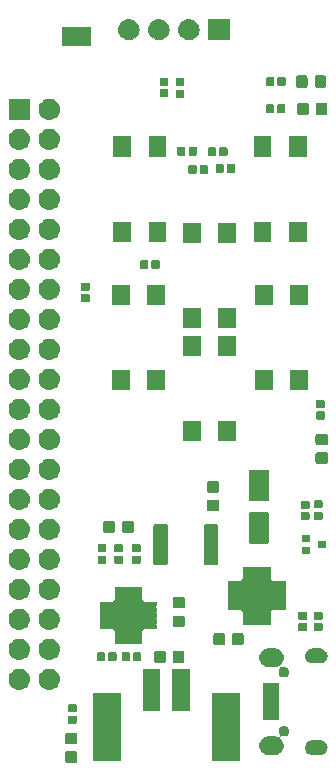
<source format=gbr>
G04 #@! TF.GenerationSoftware,KiCad,Pcbnew,5.0.2+dfsg1-1*
G04 #@! TF.CreationDate,2019-03-28T13:57:09+00:00*
G04 #@! TF.ProjectId,PiZeroInteract,50695a65-726f-4496-9e74-65726163742e,rev?*
G04 #@! TF.SameCoordinates,Original*
G04 #@! TF.FileFunction,Soldermask,Top*
G04 #@! TF.FilePolarity,Negative*
%FSLAX46Y46*%
G04 Gerber Fmt 4.6, Leading zero omitted, Abs format (unit mm)*
G04 Created by KiCad (PCBNEW 5.0.2+dfsg1-1) date Thu 28 Mar 2019 13:57:09 GMT*
%MOMM*%
%LPD*%
G01*
G04 APERTURE LIST*
%ADD10C,0.100000*%
G04 APERTURE END LIST*
D10*
G36*
X122079591Y-117703085D02*
X122113569Y-117713393D01*
X122144887Y-117730133D01*
X122172339Y-117752661D01*
X122194867Y-117780113D01*
X122211607Y-117811431D01*
X122221915Y-117845409D01*
X122226000Y-117886890D01*
X122226000Y-118488110D01*
X122221915Y-118529591D01*
X122211607Y-118563569D01*
X122194867Y-118594887D01*
X122172339Y-118622339D01*
X122144887Y-118644867D01*
X122113569Y-118661607D01*
X122079591Y-118671915D01*
X122038110Y-118676000D01*
X121361890Y-118676000D01*
X121320409Y-118671915D01*
X121286431Y-118661607D01*
X121255113Y-118644867D01*
X121227661Y-118622339D01*
X121205133Y-118594887D01*
X121188393Y-118563569D01*
X121178085Y-118529591D01*
X121174000Y-118488110D01*
X121174000Y-117886890D01*
X121178085Y-117845409D01*
X121188393Y-117811431D01*
X121205133Y-117780113D01*
X121227661Y-117752661D01*
X121255113Y-117730133D01*
X121286431Y-117713393D01*
X121320409Y-117703085D01*
X121361890Y-117699000D01*
X122038110Y-117699000D01*
X122079591Y-117703085D01*
X122079591Y-117703085D01*
G37*
G36*
X136001000Y-118511000D02*
X133599000Y-118511000D01*
X133599000Y-112809000D01*
X136001000Y-112809000D01*
X136001000Y-118511000D01*
X136001000Y-118511000D01*
G37*
G36*
X125901000Y-118511000D02*
X123499000Y-118511000D01*
X123499000Y-112809000D01*
X125901000Y-112809000D01*
X125901000Y-118511000D01*
X125901000Y-118511000D01*
G37*
G36*
X139788413Y-115555525D02*
X139863456Y-115578290D01*
X139873425Y-115581314D01*
X139951774Y-115623193D01*
X140020448Y-115679552D01*
X140076807Y-115748226D01*
X140118686Y-115826575D01*
X140118687Y-115826579D01*
X140144475Y-115911587D01*
X140153182Y-116000000D01*
X140144475Y-116088413D01*
X140129313Y-116138393D01*
X140118686Y-116173425D01*
X140076807Y-116251774D01*
X140020448Y-116320448D01*
X139951774Y-116376807D01*
X139873425Y-116418686D01*
X139863456Y-116421710D01*
X139788413Y-116444475D01*
X139722158Y-116451000D01*
X139677842Y-116451000D01*
X139611589Y-116444475D01*
X139576511Y-116433833D01*
X139555476Y-116427453D01*
X139531449Y-116422673D01*
X139506945Y-116422673D01*
X139482911Y-116427453D01*
X139460272Y-116436830D01*
X139439897Y-116450444D01*
X139422570Y-116467770D01*
X139408956Y-116488145D01*
X139399578Y-116510784D01*
X139394797Y-116534817D01*
X139394797Y-116559321D01*
X139399577Y-116583355D01*
X139408954Y-116605994D01*
X139422568Y-116626369D01*
X139439895Y-116643696D01*
X139476368Y-116673630D01*
X139573341Y-116791790D01*
X139573342Y-116791792D01*
X139645399Y-116926601D01*
X139665373Y-116992448D01*
X139689772Y-117072881D01*
X139704754Y-117225000D01*
X139689772Y-117377119D01*
X139645398Y-117523401D01*
X139573341Y-117658210D01*
X139476369Y-117776369D01*
X139358210Y-117873341D01*
X139223401Y-117945398D01*
X139223399Y-117945399D01*
X139104352Y-117981511D01*
X139077119Y-117989772D01*
X138963118Y-118001000D01*
X138336882Y-118001000D01*
X138222881Y-117989772D01*
X138195648Y-117981511D01*
X138076601Y-117945399D01*
X138076599Y-117945398D01*
X137941790Y-117873341D01*
X137823631Y-117776369D01*
X137726659Y-117658210D01*
X137654602Y-117523401D01*
X137610228Y-117377119D01*
X137595246Y-117225000D01*
X137610228Y-117072881D01*
X137634627Y-116992448D01*
X137654601Y-116926601D01*
X137726658Y-116791792D01*
X137726659Y-116791790D01*
X137823631Y-116673631D01*
X137941790Y-116576659D01*
X138076599Y-116504602D01*
X138076601Y-116504601D01*
X138222878Y-116460229D01*
X138222881Y-116460228D01*
X138336882Y-116449000D01*
X138963118Y-116449000D01*
X139077119Y-116460228D01*
X139077122Y-116460229D01*
X139223399Y-116504601D01*
X139223401Y-116504602D01*
X139230792Y-116506844D01*
X139239246Y-116510345D01*
X139263279Y-116515123D01*
X139287784Y-116515121D01*
X139311817Y-116510338D01*
X139334455Y-116500959D01*
X139354828Y-116487344D01*
X139372154Y-116470015D01*
X139385766Y-116449639D01*
X139395142Y-116426999D01*
X139399920Y-116402966D01*
X139399918Y-116378461D01*
X139395135Y-116354428D01*
X139385756Y-116331790D01*
X139372150Y-116311429D01*
X139338486Y-116270409D01*
X139323193Y-116251775D01*
X139298252Y-116205113D01*
X139281314Y-116173425D01*
X139270687Y-116138393D01*
X139255525Y-116088413D01*
X139246818Y-116000000D01*
X139255525Y-115911587D01*
X139281313Y-115826579D01*
X139281314Y-115826575D01*
X139323193Y-115748226D01*
X139379552Y-115679552D01*
X139448226Y-115623193D01*
X139526575Y-115581314D01*
X139536544Y-115578290D01*
X139611587Y-115555525D01*
X139677842Y-115549000D01*
X139722158Y-115549000D01*
X139788413Y-115555525D01*
X139788413Y-115555525D01*
G37*
G36*
X142897714Y-116758058D02*
X142897717Y-116758059D01*
X143015719Y-116793854D01*
X143015721Y-116793855D01*
X143124471Y-116851983D01*
X143219790Y-116930210D01*
X143298017Y-117025529D01*
X143356145Y-117134279D01*
X143391942Y-117252286D01*
X143404028Y-117375000D01*
X143391942Y-117497714D01*
X143356145Y-117615721D01*
X143298017Y-117724471D01*
X143219790Y-117819790D01*
X143124471Y-117898017D01*
X143124469Y-117898018D01*
X143015719Y-117956146D01*
X142919683Y-117985278D01*
X142897714Y-117991942D01*
X142805747Y-118001000D01*
X142094253Y-118001000D01*
X142002286Y-117991942D01*
X141980317Y-117985278D01*
X141884281Y-117956146D01*
X141775531Y-117898018D01*
X141775529Y-117898017D01*
X141680210Y-117819790D01*
X141601983Y-117724471D01*
X141543855Y-117615721D01*
X141508058Y-117497714D01*
X141495972Y-117375000D01*
X141508058Y-117252286D01*
X141543855Y-117134279D01*
X141601983Y-117025529D01*
X141680210Y-116930210D01*
X141775529Y-116851983D01*
X141884279Y-116793855D01*
X141884281Y-116793854D01*
X142002283Y-116758059D01*
X142002286Y-116758058D01*
X142094253Y-116749000D01*
X142805747Y-116749000D01*
X142897714Y-116758058D01*
X142897714Y-116758058D01*
G37*
G36*
X122079591Y-116128085D02*
X122113569Y-116138393D01*
X122144887Y-116155133D01*
X122172339Y-116177661D01*
X122194867Y-116205113D01*
X122211607Y-116236431D01*
X122221915Y-116270409D01*
X122226000Y-116311890D01*
X122226000Y-116913110D01*
X122221915Y-116954591D01*
X122211607Y-116988569D01*
X122194867Y-117019887D01*
X122172339Y-117047339D01*
X122144887Y-117069867D01*
X122113569Y-117086607D01*
X122079591Y-117096915D01*
X122038110Y-117101000D01*
X121361890Y-117101000D01*
X121320409Y-117096915D01*
X121286431Y-117086607D01*
X121255113Y-117069867D01*
X121227661Y-117047339D01*
X121205133Y-117019887D01*
X121188393Y-116988569D01*
X121178085Y-116954591D01*
X121174000Y-116913110D01*
X121174000Y-116311890D01*
X121178085Y-116270409D01*
X121188393Y-116236431D01*
X121205133Y-116205113D01*
X121227661Y-116177661D01*
X121255113Y-116155133D01*
X121286431Y-116138393D01*
X121320409Y-116128085D01*
X121361890Y-116124000D01*
X122038110Y-116124000D01*
X122079591Y-116128085D01*
X122079591Y-116128085D01*
G37*
G36*
X122081938Y-114691716D02*
X122102556Y-114697970D01*
X122121556Y-114708126D01*
X122138208Y-114721792D01*
X122151874Y-114738444D01*
X122162030Y-114757444D01*
X122168284Y-114778062D01*
X122171000Y-114805640D01*
X122171000Y-115264360D01*
X122168284Y-115291938D01*
X122162030Y-115312556D01*
X122151874Y-115331556D01*
X122138208Y-115348208D01*
X122121556Y-115361874D01*
X122102556Y-115372030D01*
X122081938Y-115378284D01*
X122054360Y-115381000D01*
X121545640Y-115381000D01*
X121518062Y-115378284D01*
X121497444Y-115372030D01*
X121478444Y-115361874D01*
X121461792Y-115348208D01*
X121448126Y-115331556D01*
X121437970Y-115312556D01*
X121431716Y-115291938D01*
X121429000Y-115264360D01*
X121429000Y-114805640D01*
X121431716Y-114778062D01*
X121437970Y-114757444D01*
X121448126Y-114738444D01*
X121461792Y-114721792D01*
X121478444Y-114708126D01*
X121497444Y-114697970D01*
X121518062Y-114691716D01*
X121545640Y-114689000D01*
X122054360Y-114689000D01*
X122081938Y-114691716D01*
X122081938Y-114691716D01*
G37*
G36*
X139301000Y-115076000D02*
X137899000Y-115076000D01*
X137899000Y-111924000D01*
X139301000Y-111924000D01*
X139301000Y-115076000D01*
X139301000Y-115076000D01*
G37*
G36*
X122081938Y-113721716D02*
X122102556Y-113727970D01*
X122121556Y-113738126D01*
X122138208Y-113751792D01*
X122151874Y-113768444D01*
X122162030Y-113787444D01*
X122168284Y-113808062D01*
X122171000Y-113835640D01*
X122171000Y-114294360D01*
X122168284Y-114321938D01*
X122162030Y-114342556D01*
X122151874Y-114361556D01*
X122138208Y-114378208D01*
X122121556Y-114391874D01*
X122102556Y-114402030D01*
X122081938Y-114408284D01*
X122054360Y-114411000D01*
X121545640Y-114411000D01*
X121518062Y-114408284D01*
X121497444Y-114402030D01*
X121478444Y-114391874D01*
X121461792Y-114378208D01*
X121448126Y-114361556D01*
X121437970Y-114342556D01*
X121431716Y-114321938D01*
X121429000Y-114294360D01*
X121429000Y-113835640D01*
X121431716Y-113808062D01*
X121437970Y-113787444D01*
X121448126Y-113768444D01*
X121461792Y-113751792D01*
X121478444Y-113738126D01*
X121497444Y-113727970D01*
X121518062Y-113721716D01*
X121545640Y-113719000D01*
X122054360Y-113719000D01*
X122081938Y-113721716D01*
X122081938Y-113721716D01*
G37*
G36*
X131751000Y-114251000D02*
X130249000Y-114251000D01*
X130249000Y-110749000D01*
X131751000Y-110749000D01*
X131751000Y-114251000D01*
X131751000Y-114251000D01*
G37*
G36*
X129251000Y-114251000D02*
X127749000Y-114251000D01*
X127749000Y-110749000D01*
X129251000Y-110749000D01*
X129251000Y-114251000D01*
X129251000Y-114251000D01*
G37*
G36*
X117410443Y-110715519D02*
X117476627Y-110722037D01*
X117565512Y-110749000D01*
X117646467Y-110773557D01*
X117785087Y-110847652D01*
X117802991Y-110857222D01*
X117838729Y-110886552D01*
X117940186Y-110969814D01*
X118023448Y-111071271D01*
X118052778Y-111107009D01*
X118052779Y-111107011D01*
X118136443Y-111263533D01*
X118136443Y-111263534D01*
X118187963Y-111433373D01*
X118205359Y-111610000D01*
X118187963Y-111786627D01*
X118153616Y-111899853D01*
X118136443Y-111956467D01*
X118062348Y-112095087D01*
X118052778Y-112112991D01*
X118023448Y-112148729D01*
X117940186Y-112250186D01*
X117838729Y-112333448D01*
X117802991Y-112362778D01*
X117802989Y-112362779D01*
X117646467Y-112446443D01*
X117589853Y-112463616D01*
X117476627Y-112497963D01*
X117410443Y-112504481D01*
X117344260Y-112511000D01*
X117255740Y-112511000D01*
X117189557Y-112504481D01*
X117123373Y-112497963D01*
X117010147Y-112463616D01*
X116953533Y-112446443D01*
X116797011Y-112362779D01*
X116797009Y-112362778D01*
X116761271Y-112333448D01*
X116659814Y-112250186D01*
X116576552Y-112148729D01*
X116547222Y-112112991D01*
X116537652Y-112095087D01*
X116463557Y-111956467D01*
X116446384Y-111899853D01*
X116412037Y-111786627D01*
X116394641Y-111610000D01*
X116412037Y-111433373D01*
X116463557Y-111263534D01*
X116463557Y-111263533D01*
X116547221Y-111107011D01*
X116547222Y-111107009D01*
X116576552Y-111071271D01*
X116659814Y-110969814D01*
X116761271Y-110886552D01*
X116797009Y-110857222D01*
X116814913Y-110847652D01*
X116953533Y-110773557D01*
X117034488Y-110749000D01*
X117123373Y-110722037D01*
X117189557Y-110715519D01*
X117255740Y-110709000D01*
X117344260Y-110709000D01*
X117410443Y-110715519D01*
X117410443Y-110715519D01*
G37*
G36*
X119950443Y-110715519D02*
X120016627Y-110722037D01*
X120105512Y-110749000D01*
X120186467Y-110773557D01*
X120325087Y-110847652D01*
X120342991Y-110857222D01*
X120378729Y-110886552D01*
X120480186Y-110969814D01*
X120563448Y-111071271D01*
X120592778Y-111107009D01*
X120592779Y-111107011D01*
X120676443Y-111263533D01*
X120676443Y-111263534D01*
X120727963Y-111433373D01*
X120745359Y-111610000D01*
X120727963Y-111786627D01*
X120693616Y-111899853D01*
X120676443Y-111956467D01*
X120602348Y-112095087D01*
X120592778Y-112112991D01*
X120563448Y-112148729D01*
X120480186Y-112250186D01*
X120378729Y-112333448D01*
X120342991Y-112362778D01*
X120342989Y-112362779D01*
X120186467Y-112446443D01*
X120129853Y-112463616D01*
X120016627Y-112497963D01*
X119950443Y-112504481D01*
X119884260Y-112511000D01*
X119795740Y-112511000D01*
X119729557Y-112504481D01*
X119663373Y-112497963D01*
X119550147Y-112463616D01*
X119493533Y-112446443D01*
X119337011Y-112362779D01*
X119337009Y-112362778D01*
X119301271Y-112333448D01*
X119199814Y-112250186D01*
X119116552Y-112148729D01*
X119087222Y-112112991D01*
X119077652Y-112095087D01*
X119003557Y-111956467D01*
X118986384Y-111899853D01*
X118952037Y-111786627D01*
X118934641Y-111610000D01*
X118952037Y-111433373D01*
X119003557Y-111263534D01*
X119003557Y-111263533D01*
X119087221Y-111107011D01*
X119087222Y-111107009D01*
X119116552Y-111071271D01*
X119199814Y-110969814D01*
X119301271Y-110886552D01*
X119337009Y-110857222D01*
X119354913Y-110847652D01*
X119493533Y-110773557D01*
X119574488Y-110749000D01*
X119663373Y-110722037D01*
X119729557Y-110715519D01*
X119795740Y-110709000D01*
X119884260Y-110709000D01*
X119950443Y-110715519D01*
X119950443Y-110715519D01*
G37*
G36*
X139077119Y-109010228D02*
X139077122Y-109010229D01*
X139223399Y-109054601D01*
X139223401Y-109054602D01*
X139358210Y-109126659D01*
X139476369Y-109223631D01*
X139573341Y-109341790D01*
X139573342Y-109341792D01*
X139645399Y-109476601D01*
X139674638Y-109572991D01*
X139689772Y-109622881D01*
X139704754Y-109775000D01*
X139689772Y-109927119D01*
X139689771Y-109927122D01*
X139646127Y-110071000D01*
X139645398Y-110073401D01*
X139573341Y-110208210D01*
X139476368Y-110326370D01*
X139439895Y-110356304D01*
X139422568Y-110373631D01*
X139408954Y-110394006D01*
X139399577Y-110416645D01*
X139394797Y-110440678D01*
X139394797Y-110465183D01*
X139399578Y-110489216D01*
X139408956Y-110511855D01*
X139422570Y-110532229D01*
X139439897Y-110549556D01*
X139460272Y-110563170D01*
X139482911Y-110572547D01*
X139506944Y-110577327D01*
X139531449Y-110577327D01*
X139555476Y-110572547D01*
X139576511Y-110566167D01*
X139611589Y-110555525D01*
X139677842Y-110549000D01*
X139722158Y-110549000D01*
X139788413Y-110555525D01*
X139860281Y-110577327D01*
X139873425Y-110581314D01*
X139951774Y-110623193D01*
X140020448Y-110679552D01*
X140076807Y-110748226D01*
X140118686Y-110826575D01*
X140118687Y-110826579D01*
X140144475Y-110911587D01*
X140153182Y-111000000D01*
X140144475Y-111088413D01*
X140121710Y-111163456D01*
X140118686Y-111173425D01*
X140076807Y-111251774D01*
X140020448Y-111320448D01*
X139951774Y-111376807D01*
X139873425Y-111418686D01*
X139863456Y-111421710D01*
X139788413Y-111444475D01*
X139722158Y-111451000D01*
X139677842Y-111451000D01*
X139611587Y-111444475D01*
X139536544Y-111421710D01*
X139526575Y-111418686D01*
X139448226Y-111376807D01*
X139379552Y-111320448D01*
X139323193Y-111251774D01*
X139281314Y-111173425D01*
X139278290Y-111163456D01*
X139255525Y-111088413D01*
X139246818Y-111000000D01*
X139255525Y-110911587D01*
X139281313Y-110826579D01*
X139281314Y-110826575D01*
X139322779Y-110749000D01*
X139323193Y-110748225D01*
X139355385Y-110709000D01*
X139372150Y-110688571D01*
X139385761Y-110668202D01*
X139395138Y-110645563D01*
X139399919Y-110621529D01*
X139399919Y-110597025D01*
X139395139Y-110572992D01*
X139385762Y-110550352D01*
X139372148Y-110529978D01*
X139354821Y-110512650D01*
X139334447Y-110499036D01*
X139311808Y-110489659D01*
X139287774Y-110484878D01*
X139263270Y-110484878D01*
X139239237Y-110489658D01*
X139230788Y-110493157D01*
X139223401Y-110495398D01*
X139223399Y-110495399D01*
X139101985Y-110532229D01*
X139077119Y-110539772D01*
X138963118Y-110551000D01*
X138336882Y-110551000D01*
X138222881Y-110539772D01*
X138133471Y-110512650D01*
X138076601Y-110495399D01*
X138076599Y-110495398D01*
X137941790Y-110423341D01*
X137823631Y-110326369D01*
X137726659Y-110208210D01*
X137654602Y-110073401D01*
X137653874Y-110071000D01*
X137610229Y-109927122D01*
X137610228Y-109927119D01*
X137595246Y-109775000D01*
X137610228Y-109622881D01*
X137625362Y-109572991D01*
X137654601Y-109476601D01*
X137726658Y-109341792D01*
X137726659Y-109341790D01*
X137823631Y-109223631D01*
X137941790Y-109126659D01*
X138076599Y-109054602D01*
X138076601Y-109054601D01*
X138222878Y-109010229D01*
X138222881Y-109010228D01*
X138336882Y-108999000D01*
X138963118Y-108999000D01*
X139077119Y-109010228D01*
X139077119Y-109010228D01*
G37*
G36*
X142897714Y-109008058D02*
X142904871Y-109010229D01*
X143015719Y-109043854D01*
X143015721Y-109043855D01*
X143124471Y-109101983D01*
X143219790Y-109180210D01*
X143298017Y-109275529D01*
X143331392Y-109337970D01*
X143356146Y-109384281D01*
X143374759Y-109445640D01*
X143391942Y-109502286D01*
X143404028Y-109625000D01*
X143391942Y-109747714D01*
X143391941Y-109747717D01*
X143369172Y-109822779D01*
X143356145Y-109865721D01*
X143298017Y-109974471D01*
X143219790Y-110069790D01*
X143124471Y-110148017D01*
X143124469Y-110148018D01*
X143015719Y-110206146D01*
X142950268Y-110226000D01*
X142897714Y-110241942D01*
X142805747Y-110251000D01*
X142094253Y-110251000D01*
X142002286Y-110241942D01*
X141949732Y-110226000D01*
X141884281Y-110206146D01*
X141775531Y-110148018D01*
X141775529Y-110148017D01*
X141680210Y-110069790D01*
X141601983Y-109974471D01*
X141543855Y-109865721D01*
X141530829Y-109822779D01*
X141508059Y-109747717D01*
X141508058Y-109747714D01*
X141495972Y-109625000D01*
X141508058Y-109502286D01*
X141525241Y-109445640D01*
X141543854Y-109384281D01*
X141568608Y-109337970D01*
X141601983Y-109275529D01*
X141680210Y-109180210D01*
X141775529Y-109101983D01*
X141884279Y-109043855D01*
X141884281Y-109043854D01*
X141995129Y-109010229D01*
X142002286Y-109008058D01*
X142094253Y-108999000D01*
X142805747Y-108999000D01*
X142897714Y-109008058D01*
X142897714Y-109008058D01*
G37*
G36*
X131129591Y-109178085D02*
X131163569Y-109188393D01*
X131194887Y-109205133D01*
X131222339Y-109227661D01*
X131244867Y-109255113D01*
X131261607Y-109286431D01*
X131271915Y-109320409D01*
X131276000Y-109361890D01*
X131276000Y-110038110D01*
X131271915Y-110079591D01*
X131261607Y-110113569D01*
X131244867Y-110144887D01*
X131222339Y-110172339D01*
X131194887Y-110194867D01*
X131163569Y-110211607D01*
X131129591Y-110221915D01*
X131088110Y-110226000D01*
X130486890Y-110226000D01*
X130445409Y-110221915D01*
X130411431Y-110211607D01*
X130380113Y-110194867D01*
X130352661Y-110172339D01*
X130330133Y-110144887D01*
X130313393Y-110113569D01*
X130303085Y-110079591D01*
X130299000Y-110038110D01*
X130299000Y-109361890D01*
X130303085Y-109320409D01*
X130313393Y-109286431D01*
X130330133Y-109255113D01*
X130352661Y-109227661D01*
X130380113Y-109205133D01*
X130411431Y-109188393D01*
X130445409Y-109178085D01*
X130486890Y-109174000D01*
X131088110Y-109174000D01*
X131129591Y-109178085D01*
X131129591Y-109178085D01*
G37*
G36*
X129554591Y-109178085D02*
X129588569Y-109188393D01*
X129619887Y-109205133D01*
X129647339Y-109227661D01*
X129669867Y-109255113D01*
X129686607Y-109286431D01*
X129696915Y-109320409D01*
X129701000Y-109361890D01*
X129701000Y-110038110D01*
X129696915Y-110079591D01*
X129686607Y-110113569D01*
X129669867Y-110144887D01*
X129647339Y-110172339D01*
X129619887Y-110194867D01*
X129588569Y-110211607D01*
X129554591Y-110221915D01*
X129513110Y-110226000D01*
X128911890Y-110226000D01*
X128870409Y-110221915D01*
X128836431Y-110211607D01*
X128805113Y-110194867D01*
X128777661Y-110172339D01*
X128755133Y-110144887D01*
X128738393Y-110113569D01*
X128728085Y-110079591D01*
X128724000Y-110038110D01*
X128724000Y-109361890D01*
X128728085Y-109320409D01*
X128738393Y-109286431D01*
X128755133Y-109255113D01*
X128777661Y-109227661D01*
X128805113Y-109205133D01*
X128836431Y-109188393D01*
X128870409Y-109178085D01*
X128911890Y-109174000D01*
X129513110Y-109174000D01*
X129554591Y-109178085D01*
X129554591Y-109178085D01*
G37*
G36*
X124471938Y-109331716D02*
X124492556Y-109337970D01*
X124511556Y-109348126D01*
X124528208Y-109361792D01*
X124541874Y-109378444D01*
X124552030Y-109397444D01*
X124558284Y-109418062D01*
X124561000Y-109445640D01*
X124561000Y-109954360D01*
X124558284Y-109981938D01*
X124552030Y-110002556D01*
X124541874Y-110021556D01*
X124528208Y-110038208D01*
X124511556Y-110051874D01*
X124492556Y-110062030D01*
X124471938Y-110068284D01*
X124444360Y-110071000D01*
X123985640Y-110071000D01*
X123958062Y-110068284D01*
X123937444Y-110062030D01*
X123918444Y-110051874D01*
X123901792Y-110038208D01*
X123888126Y-110021556D01*
X123877970Y-110002556D01*
X123871716Y-109981938D01*
X123869000Y-109954360D01*
X123869000Y-109445640D01*
X123871716Y-109418062D01*
X123877970Y-109397444D01*
X123888126Y-109378444D01*
X123901792Y-109361792D01*
X123918444Y-109348126D01*
X123937444Y-109337970D01*
X123958062Y-109331716D01*
X123985640Y-109329000D01*
X124444360Y-109329000D01*
X124471938Y-109331716D01*
X124471938Y-109331716D01*
G37*
G36*
X126556938Y-109331716D02*
X126577556Y-109337970D01*
X126596556Y-109348126D01*
X126613208Y-109361792D01*
X126626874Y-109378444D01*
X126637030Y-109397444D01*
X126643284Y-109418062D01*
X126646000Y-109445640D01*
X126646000Y-109954360D01*
X126643284Y-109981938D01*
X126637030Y-110002556D01*
X126626874Y-110021556D01*
X126613208Y-110038208D01*
X126596556Y-110051874D01*
X126577556Y-110062030D01*
X126556938Y-110068284D01*
X126529360Y-110071000D01*
X126070640Y-110071000D01*
X126043062Y-110068284D01*
X126022444Y-110062030D01*
X126003444Y-110051874D01*
X125986792Y-110038208D01*
X125973126Y-110021556D01*
X125962970Y-110002556D01*
X125956716Y-109981938D01*
X125954000Y-109954360D01*
X125954000Y-109445640D01*
X125956716Y-109418062D01*
X125962970Y-109397444D01*
X125973126Y-109378444D01*
X125986792Y-109361792D01*
X126003444Y-109348126D01*
X126022444Y-109337970D01*
X126043062Y-109331716D01*
X126070640Y-109329000D01*
X126529360Y-109329000D01*
X126556938Y-109331716D01*
X126556938Y-109331716D01*
G37*
G36*
X125441938Y-109331716D02*
X125462556Y-109337970D01*
X125481556Y-109348126D01*
X125498208Y-109361792D01*
X125511874Y-109378444D01*
X125522030Y-109397444D01*
X125528284Y-109418062D01*
X125531000Y-109445640D01*
X125531000Y-109954360D01*
X125528284Y-109981938D01*
X125522030Y-110002556D01*
X125511874Y-110021556D01*
X125498208Y-110038208D01*
X125481556Y-110051874D01*
X125462556Y-110062030D01*
X125441938Y-110068284D01*
X125414360Y-110071000D01*
X124955640Y-110071000D01*
X124928062Y-110068284D01*
X124907444Y-110062030D01*
X124888444Y-110051874D01*
X124871792Y-110038208D01*
X124858126Y-110021556D01*
X124847970Y-110002556D01*
X124841716Y-109981938D01*
X124839000Y-109954360D01*
X124839000Y-109445640D01*
X124841716Y-109418062D01*
X124847970Y-109397444D01*
X124858126Y-109378444D01*
X124871792Y-109361792D01*
X124888444Y-109348126D01*
X124907444Y-109337970D01*
X124928062Y-109331716D01*
X124955640Y-109329000D01*
X125414360Y-109329000D01*
X125441938Y-109331716D01*
X125441938Y-109331716D01*
G37*
G36*
X127526938Y-109331716D02*
X127547556Y-109337970D01*
X127566556Y-109348126D01*
X127583208Y-109361792D01*
X127596874Y-109378444D01*
X127607030Y-109397444D01*
X127613284Y-109418062D01*
X127616000Y-109445640D01*
X127616000Y-109954360D01*
X127613284Y-109981938D01*
X127607030Y-110002556D01*
X127596874Y-110021556D01*
X127583208Y-110038208D01*
X127566556Y-110051874D01*
X127547556Y-110062030D01*
X127526938Y-110068284D01*
X127499360Y-110071000D01*
X127040640Y-110071000D01*
X127013062Y-110068284D01*
X126992444Y-110062030D01*
X126973444Y-110051874D01*
X126956792Y-110038208D01*
X126943126Y-110021556D01*
X126932970Y-110002556D01*
X126926716Y-109981938D01*
X126924000Y-109954360D01*
X126924000Y-109445640D01*
X126926716Y-109418062D01*
X126932970Y-109397444D01*
X126943126Y-109378444D01*
X126956792Y-109361792D01*
X126973444Y-109348126D01*
X126992444Y-109337970D01*
X127013062Y-109331716D01*
X127040640Y-109329000D01*
X127499360Y-109329000D01*
X127526938Y-109331716D01*
X127526938Y-109331716D01*
G37*
G36*
X119950442Y-108175518D02*
X120016627Y-108182037D01*
X120129853Y-108216384D01*
X120186467Y-108233557D01*
X120325087Y-108307652D01*
X120342991Y-108317222D01*
X120378729Y-108346552D01*
X120480186Y-108429814D01*
X120548454Y-108513000D01*
X120592778Y-108567009D01*
X120592779Y-108567011D01*
X120676443Y-108723533D01*
X120676443Y-108723534D01*
X120727963Y-108893373D01*
X120745359Y-109070000D01*
X120727963Y-109246627D01*
X120701967Y-109332324D01*
X120676443Y-109416467D01*
X120644301Y-109476599D01*
X120592778Y-109572991D01*
X120563448Y-109608729D01*
X120480186Y-109710186D01*
X120378729Y-109793448D01*
X120342991Y-109822778D01*
X120342989Y-109822779D01*
X120186467Y-109906443D01*
X120129853Y-109923616D01*
X120016627Y-109957963D01*
X119953260Y-109964204D01*
X119884260Y-109971000D01*
X119795740Y-109971000D01*
X119726740Y-109964204D01*
X119663373Y-109957963D01*
X119550147Y-109923616D01*
X119493533Y-109906443D01*
X119337011Y-109822779D01*
X119337009Y-109822778D01*
X119301271Y-109793448D01*
X119199814Y-109710186D01*
X119116552Y-109608729D01*
X119087222Y-109572991D01*
X119035699Y-109476599D01*
X119003557Y-109416467D01*
X118978033Y-109332324D01*
X118952037Y-109246627D01*
X118934641Y-109070000D01*
X118952037Y-108893373D01*
X119003557Y-108723534D01*
X119003557Y-108723533D01*
X119087221Y-108567011D01*
X119087222Y-108567009D01*
X119131546Y-108513000D01*
X119199814Y-108429814D01*
X119301271Y-108346552D01*
X119337009Y-108317222D01*
X119354913Y-108307652D01*
X119493533Y-108233557D01*
X119550147Y-108216384D01*
X119663373Y-108182037D01*
X119729558Y-108175518D01*
X119795740Y-108169000D01*
X119884260Y-108169000D01*
X119950442Y-108175518D01*
X119950442Y-108175518D01*
G37*
G36*
X117410442Y-108175518D02*
X117476627Y-108182037D01*
X117589853Y-108216384D01*
X117646467Y-108233557D01*
X117785087Y-108307652D01*
X117802991Y-108317222D01*
X117838729Y-108346552D01*
X117940186Y-108429814D01*
X118008454Y-108513000D01*
X118052778Y-108567009D01*
X118052779Y-108567011D01*
X118136443Y-108723533D01*
X118136443Y-108723534D01*
X118187963Y-108893373D01*
X118205359Y-109070000D01*
X118187963Y-109246627D01*
X118161967Y-109332324D01*
X118136443Y-109416467D01*
X118104301Y-109476599D01*
X118052778Y-109572991D01*
X118023448Y-109608729D01*
X117940186Y-109710186D01*
X117838729Y-109793448D01*
X117802991Y-109822778D01*
X117802989Y-109822779D01*
X117646467Y-109906443D01*
X117589853Y-109923616D01*
X117476627Y-109957963D01*
X117413260Y-109964204D01*
X117344260Y-109971000D01*
X117255740Y-109971000D01*
X117186740Y-109964204D01*
X117123373Y-109957963D01*
X117010147Y-109923616D01*
X116953533Y-109906443D01*
X116797011Y-109822779D01*
X116797009Y-109822778D01*
X116761271Y-109793448D01*
X116659814Y-109710186D01*
X116576552Y-109608729D01*
X116547222Y-109572991D01*
X116495699Y-109476599D01*
X116463557Y-109416467D01*
X116438033Y-109332324D01*
X116412037Y-109246627D01*
X116394641Y-109070000D01*
X116412037Y-108893373D01*
X116463557Y-108723534D01*
X116463557Y-108723533D01*
X116547221Y-108567011D01*
X116547222Y-108567009D01*
X116591546Y-108513000D01*
X116659814Y-108429814D01*
X116761271Y-108346552D01*
X116797009Y-108317222D01*
X116814913Y-108307652D01*
X116953533Y-108233557D01*
X117010147Y-108216384D01*
X117123373Y-108182037D01*
X117189558Y-108175518D01*
X117255740Y-108169000D01*
X117344260Y-108169000D01*
X117410442Y-108175518D01*
X117410442Y-108175518D01*
G37*
G36*
X136142091Y-107678085D02*
X136176069Y-107688393D01*
X136207387Y-107705133D01*
X136234839Y-107727661D01*
X136257367Y-107755113D01*
X136274107Y-107786431D01*
X136284415Y-107820409D01*
X136288500Y-107861890D01*
X136288500Y-108538110D01*
X136284415Y-108579591D01*
X136274107Y-108613569D01*
X136257367Y-108644887D01*
X136234839Y-108672339D01*
X136207387Y-108694867D01*
X136176069Y-108711607D01*
X136142091Y-108721915D01*
X136100610Y-108726000D01*
X135499390Y-108726000D01*
X135457909Y-108721915D01*
X135423931Y-108711607D01*
X135392613Y-108694867D01*
X135365161Y-108672339D01*
X135342633Y-108644887D01*
X135325893Y-108613569D01*
X135315585Y-108579591D01*
X135311500Y-108538110D01*
X135311500Y-107861890D01*
X135315585Y-107820409D01*
X135325893Y-107786431D01*
X135342633Y-107755113D01*
X135365161Y-107727661D01*
X135392613Y-107705133D01*
X135423931Y-107688393D01*
X135457909Y-107678085D01*
X135499390Y-107674000D01*
X136100610Y-107674000D01*
X136142091Y-107678085D01*
X136142091Y-107678085D01*
G37*
G36*
X134567091Y-107678085D02*
X134601069Y-107688393D01*
X134632387Y-107705133D01*
X134659839Y-107727661D01*
X134682367Y-107755113D01*
X134699107Y-107786431D01*
X134709415Y-107820409D01*
X134713500Y-107861890D01*
X134713500Y-108538110D01*
X134709415Y-108579591D01*
X134699107Y-108613569D01*
X134682367Y-108644887D01*
X134659839Y-108672339D01*
X134632387Y-108694867D01*
X134601069Y-108711607D01*
X134567091Y-108721915D01*
X134525610Y-108726000D01*
X133924390Y-108726000D01*
X133882909Y-108721915D01*
X133848931Y-108711607D01*
X133817613Y-108694867D01*
X133790161Y-108672339D01*
X133767633Y-108644887D01*
X133750893Y-108613569D01*
X133740585Y-108579591D01*
X133736500Y-108538110D01*
X133736500Y-107861890D01*
X133740585Y-107820409D01*
X133750893Y-107786431D01*
X133767633Y-107755113D01*
X133790161Y-107727661D01*
X133817613Y-107705133D01*
X133848931Y-107688393D01*
X133882909Y-107678085D01*
X133924390Y-107674000D01*
X134525610Y-107674000D01*
X134567091Y-107678085D01*
X134567091Y-107678085D01*
G37*
G36*
X125692857Y-103800083D02*
X125697528Y-103801500D01*
X125701830Y-103803800D01*
X125708205Y-103809031D01*
X125728580Y-103822644D01*
X125751219Y-103832020D01*
X125775253Y-103836800D01*
X125799757Y-103836799D01*
X125823791Y-103832017D01*
X125846429Y-103822639D01*
X125866795Y-103809031D01*
X125873170Y-103803800D01*
X125877472Y-103801500D01*
X125882143Y-103800083D01*
X125893141Y-103799000D01*
X126181859Y-103799000D01*
X126192857Y-103800083D01*
X126197528Y-103801500D01*
X126201830Y-103803800D01*
X126208205Y-103809031D01*
X126228580Y-103822644D01*
X126251219Y-103832020D01*
X126275253Y-103836800D01*
X126299757Y-103836799D01*
X126323791Y-103832017D01*
X126346429Y-103822639D01*
X126366795Y-103809031D01*
X126373170Y-103803800D01*
X126377472Y-103801500D01*
X126382143Y-103800083D01*
X126393141Y-103799000D01*
X126681859Y-103799000D01*
X126692857Y-103800083D01*
X126697528Y-103801500D01*
X126701830Y-103803800D01*
X126708205Y-103809031D01*
X126728580Y-103822644D01*
X126751219Y-103832020D01*
X126775253Y-103836800D01*
X126799757Y-103836799D01*
X126823791Y-103832017D01*
X126846429Y-103822639D01*
X126866795Y-103809031D01*
X126873170Y-103803800D01*
X126877472Y-103801500D01*
X126882143Y-103800083D01*
X126893141Y-103799000D01*
X127181859Y-103799000D01*
X127192857Y-103800083D01*
X127197528Y-103801500D01*
X127201830Y-103803800D01*
X127208205Y-103809031D01*
X127228580Y-103822644D01*
X127251219Y-103832020D01*
X127275253Y-103836800D01*
X127299757Y-103836799D01*
X127323791Y-103832017D01*
X127346429Y-103822639D01*
X127366795Y-103809031D01*
X127373170Y-103803800D01*
X127377472Y-103801500D01*
X127382143Y-103800083D01*
X127393141Y-103799000D01*
X127681859Y-103799000D01*
X127692857Y-103800083D01*
X127697528Y-103801500D01*
X127701830Y-103803800D01*
X127705604Y-103806896D01*
X127708700Y-103810670D01*
X127711000Y-103814972D01*
X127712417Y-103819643D01*
X127713500Y-103830641D01*
X127713500Y-104694359D01*
X127712417Y-104705357D01*
X127711000Y-104710028D01*
X127708699Y-104714333D01*
X127702057Y-104722427D01*
X127688444Y-104742802D01*
X127679068Y-104765442D01*
X127674288Y-104789475D01*
X127674290Y-104813980D01*
X127679071Y-104838013D01*
X127688450Y-104860651D01*
X127702065Y-104881025D01*
X127719393Y-104898351D01*
X127739764Y-104911962D01*
X127766969Y-104926503D01*
X127791151Y-104946349D01*
X127810997Y-104970531D01*
X127825538Y-104997736D01*
X127839152Y-105018111D01*
X127856479Y-105035438D01*
X127876853Y-105049052D01*
X127899492Y-105058430D01*
X127923525Y-105063211D01*
X127948030Y-105063211D01*
X127972063Y-105058431D01*
X127994702Y-105049054D01*
X128015073Y-105035443D01*
X128023167Y-105028801D01*
X128027472Y-105026500D01*
X128032143Y-105025083D01*
X128043141Y-105024000D01*
X128906859Y-105024000D01*
X128917857Y-105025083D01*
X128922528Y-105026500D01*
X128926830Y-105028800D01*
X128930604Y-105031896D01*
X128933700Y-105035670D01*
X128936000Y-105039972D01*
X128937417Y-105044643D01*
X128938500Y-105055641D01*
X128938500Y-105344359D01*
X128937417Y-105355357D01*
X128936000Y-105360028D01*
X128933700Y-105364330D01*
X128928469Y-105370705D01*
X128914856Y-105391080D01*
X128905480Y-105413719D01*
X128900700Y-105437753D01*
X128900701Y-105462257D01*
X128905483Y-105486291D01*
X128914861Y-105508929D01*
X128928469Y-105529295D01*
X128933700Y-105535670D01*
X128936000Y-105539972D01*
X128937417Y-105544643D01*
X128938500Y-105555641D01*
X128938500Y-105844359D01*
X128937417Y-105855357D01*
X128936000Y-105860028D01*
X128933700Y-105864330D01*
X128928469Y-105870705D01*
X128914856Y-105891080D01*
X128905480Y-105913719D01*
X128900700Y-105937753D01*
X128900701Y-105962257D01*
X128905483Y-105986291D01*
X128914861Y-106008929D01*
X128928469Y-106029295D01*
X128933700Y-106035670D01*
X128936000Y-106039972D01*
X128937417Y-106044643D01*
X128938500Y-106055641D01*
X128938500Y-106344359D01*
X128937417Y-106355357D01*
X128936000Y-106360028D01*
X128933700Y-106364330D01*
X128928469Y-106370705D01*
X128914856Y-106391080D01*
X128905480Y-106413719D01*
X128900700Y-106437753D01*
X128900701Y-106462257D01*
X128905483Y-106486291D01*
X128914861Y-106508929D01*
X128928469Y-106529295D01*
X128933700Y-106535670D01*
X128936000Y-106539972D01*
X128937417Y-106544643D01*
X128938500Y-106555641D01*
X128938500Y-106844359D01*
X128937417Y-106855357D01*
X128936000Y-106860028D01*
X128933700Y-106864330D01*
X128928469Y-106870705D01*
X128914856Y-106891080D01*
X128905480Y-106913719D01*
X128900700Y-106937753D01*
X128900701Y-106962257D01*
X128905483Y-106986291D01*
X128914861Y-107008929D01*
X128928469Y-107029295D01*
X128933700Y-107035670D01*
X128936000Y-107039972D01*
X128937417Y-107044643D01*
X128938500Y-107055641D01*
X128938500Y-107344359D01*
X128937417Y-107355357D01*
X128936000Y-107360028D01*
X128933700Y-107364330D01*
X128930604Y-107368104D01*
X128926830Y-107371200D01*
X128922528Y-107373500D01*
X128917857Y-107374917D01*
X128906859Y-107376000D01*
X128043141Y-107376000D01*
X128032143Y-107374917D01*
X128027472Y-107373500D01*
X128023167Y-107371199D01*
X128015073Y-107364557D01*
X127994698Y-107350944D01*
X127972058Y-107341568D01*
X127948025Y-107336788D01*
X127923520Y-107336790D01*
X127899487Y-107341571D01*
X127876849Y-107350950D01*
X127856475Y-107364565D01*
X127839149Y-107381893D01*
X127825538Y-107402264D01*
X127810997Y-107429469D01*
X127791151Y-107453651D01*
X127766969Y-107473497D01*
X127739764Y-107488038D01*
X127719389Y-107501652D01*
X127702062Y-107518979D01*
X127688448Y-107539353D01*
X127679070Y-107561992D01*
X127674289Y-107586025D01*
X127674289Y-107610530D01*
X127679069Y-107634563D01*
X127688446Y-107657202D01*
X127702057Y-107677573D01*
X127708699Y-107685667D01*
X127711000Y-107689972D01*
X127712417Y-107694643D01*
X127713500Y-107705641D01*
X127713500Y-108569359D01*
X127712417Y-108580357D01*
X127711000Y-108585028D01*
X127708700Y-108589330D01*
X127705604Y-108593104D01*
X127701830Y-108596200D01*
X127697528Y-108598500D01*
X127692857Y-108599917D01*
X127681859Y-108601000D01*
X127393141Y-108601000D01*
X127382143Y-108599917D01*
X127377472Y-108598500D01*
X127373170Y-108596200D01*
X127366795Y-108590969D01*
X127346420Y-108577356D01*
X127323781Y-108567980D01*
X127299747Y-108563200D01*
X127275243Y-108563201D01*
X127251209Y-108567983D01*
X127228571Y-108577361D01*
X127208205Y-108590969D01*
X127201830Y-108596200D01*
X127197528Y-108598500D01*
X127192857Y-108599917D01*
X127181859Y-108601000D01*
X126893141Y-108601000D01*
X126882143Y-108599917D01*
X126877472Y-108598500D01*
X126873170Y-108596200D01*
X126866795Y-108590969D01*
X126846420Y-108577356D01*
X126823781Y-108567980D01*
X126799747Y-108563200D01*
X126775243Y-108563201D01*
X126751209Y-108567983D01*
X126728571Y-108577361D01*
X126708205Y-108590969D01*
X126701830Y-108596200D01*
X126697528Y-108598500D01*
X126692857Y-108599917D01*
X126681859Y-108601000D01*
X126393141Y-108601000D01*
X126382143Y-108599917D01*
X126377472Y-108598500D01*
X126373170Y-108596200D01*
X126366795Y-108590969D01*
X126346420Y-108577356D01*
X126323781Y-108567980D01*
X126299747Y-108563200D01*
X126275243Y-108563201D01*
X126251209Y-108567983D01*
X126228571Y-108577361D01*
X126208205Y-108590969D01*
X126201830Y-108596200D01*
X126197528Y-108598500D01*
X126192857Y-108599917D01*
X126181859Y-108601000D01*
X125893141Y-108601000D01*
X125882143Y-108599917D01*
X125877472Y-108598500D01*
X125873170Y-108596200D01*
X125866795Y-108590969D01*
X125846420Y-108577356D01*
X125823781Y-108567980D01*
X125799747Y-108563200D01*
X125775243Y-108563201D01*
X125751209Y-108567983D01*
X125728571Y-108577361D01*
X125708205Y-108590969D01*
X125701830Y-108596200D01*
X125697528Y-108598500D01*
X125692857Y-108599917D01*
X125681859Y-108601000D01*
X125393141Y-108601000D01*
X125382143Y-108599917D01*
X125377472Y-108598500D01*
X125373170Y-108596200D01*
X125369396Y-108593104D01*
X125366300Y-108589330D01*
X125364000Y-108585028D01*
X125362583Y-108580357D01*
X125361500Y-108569359D01*
X125361500Y-107705641D01*
X125362583Y-107694643D01*
X125364000Y-107689972D01*
X125366301Y-107685667D01*
X125372943Y-107677573D01*
X125386556Y-107657198D01*
X125395932Y-107634558D01*
X125400712Y-107610525D01*
X125400710Y-107586020D01*
X125395929Y-107561987D01*
X125386550Y-107539349D01*
X125372935Y-107518975D01*
X125355607Y-107501649D01*
X125335236Y-107488038D01*
X125308031Y-107473497D01*
X125283849Y-107453651D01*
X125264003Y-107429469D01*
X125249462Y-107402264D01*
X125235848Y-107381889D01*
X125218521Y-107364562D01*
X125198147Y-107350948D01*
X125175508Y-107341570D01*
X125151475Y-107336789D01*
X125126970Y-107336789D01*
X125102937Y-107341569D01*
X125080298Y-107350946D01*
X125059927Y-107364557D01*
X125051833Y-107371199D01*
X125047528Y-107373500D01*
X125042857Y-107374917D01*
X125031859Y-107376000D01*
X124168141Y-107376000D01*
X124157143Y-107374917D01*
X124152472Y-107373500D01*
X124148170Y-107371200D01*
X124144396Y-107368104D01*
X124141300Y-107364330D01*
X124139000Y-107360028D01*
X124137583Y-107355357D01*
X124136500Y-107344359D01*
X124136500Y-107055641D01*
X124137583Y-107044643D01*
X124139000Y-107039972D01*
X124141300Y-107035670D01*
X124146531Y-107029295D01*
X124160144Y-107008920D01*
X124169520Y-106986281D01*
X124174300Y-106962247D01*
X124174299Y-106937743D01*
X124169517Y-106913709D01*
X124160139Y-106891071D01*
X124146531Y-106870705D01*
X124141300Y-106864330D01*
X124139000Y-106860028D01*
X124137583Y-106855357D01*
X124136500Y-106844359D01*
X124136500Y-106555641D01*
X124137583Y-106544643D01*
X124139000Y-106539972D01*
X124141300Y-106535670D01*
X124146531Y-106529295D01*
X124160144Y-106508920D01*
X124169520Y-106486281D01*
X124174300Y-106462247D01*
X124174299Y-106437743D01*
X124169517Y-106413709D01*
X124160139Y-106391071D01*
X124146531Y-106370705D01*
X124141300Y-106364330D01*
X124139000Y-106360028D01*
X124137583Y-106355357D01*
X124136500Y-106344359D01*
X124136500Y-106055641D01*
X124137583Y-106044643D01*
X124139000Y-106039972D01*
X124141300Y-106035670D01*
X124146531Y-106029295D01*
X124160144Y-106008920D01*
X124169520Y-105986281D01*
X124174300Y-105962247D01*
X124174299Y-105937743D01*
X124169517Y-105913709D01*
X124160139Y-105891071D01*
X124146531Y-105870705D01*
X124141300Y-105864330D01*
X124139000Y-105860028D01*
X124137583Y-105855357D01*
X124136500Y-105844359D01*
X124136500Y-105555641D01*
X124137583Y-105544643D01*
X124139000Y-105539972D01*
X124141300Y-105535670D01*
X124146531Y-105529295D01*
X124160144Y-105508920D01*
X124169520Y-105486281D01*
X124174300Y-105462247D01*
X124174299Y-105437743D01*
X124169517Y-105413709D01*
X124160139Y-105391071D01*
X124146531Y-105370705D01*
X124141300Y-105364330D01*
X124139000Y-105360028D01*
X124137583Y-105355357D01*
X124136500Y-105344359D01*
X124136500Y-105055641D01*
X124137583Y-105044643D01*
X124139000Y-105039972D01*
X124141300Y-105035670D01*
X124144396Y-105031896D01*
X124148170Y-105028800D01*
X124152472Y-105026500D01*
X124157143Y-105025083D01*
X124168141Y-105024000D01*
X125031859Y-105024000D01*
X125042857Y-105025083D01*
X125047528Y-105026500D01*
X125051833Y-105028801D01*
X125059927Y-105035443D01*
X125080302Y-105049056D01*
X125102942Y-105058432D01*
X125126975Y-105063212D01*
X125151480Y-105063210D01*
X125175513Y-105058429D01*
X125198151Y-105049050D01*
X125218525Y-105035435D01*
X125235851Y-105018107D01*
X125249462Y-104997736D01*
X125264003Y-104970531D01*
X125283849Y-104946349D01*
X125308031Y-104926503D01*
X125335236Y-104911962D01*
X125355611Y-104898348D01*
X125372938Y-104881021D01*
X125386552Y-104860647D01*
X125395930Y-104838008D01*
X125400711Y-104813975D01*
X125400711Y-104789470D01*
X125395931Y-104765437D01*
X125386554Y-104742798D01*
X125372943Y-104722427D01*
X125366301Y-104714333D01*
X125364000Y-104710028D01*
X125362583Y-104705357D01*
X125361500Y-104694359D01*
X125361500Y-103830641D01*
X125362583Y-103819643D01*
X125364000Y-103814972D01*
X125366300Y-103810670D01*
X125369396Y-103806896D01*
X125373170Y-103803800D01*
X125377472Y-103801500D01*
X125382143Y-103800083D01*
X125393141Y-103799000D01*
X125681859Y-103799000D01*
X125692857Y-103800083D01*
X125692857Y-103800083D01*
G37*
G36*
X142881938Y-106841716D02*
X142902556Y-106847970D01*
X142921556Y-106858126D01*
X142938208Y-106871792D01*
X142951874Y-106888444D01*
X142962030Y-106907444D01*
X142968284Y-106928062D01*
X142971000Y-106955640D01*
X142971000Y-107414360D01*
X142968284Y-107441938D01*
X142962030Y-107462556D01*
X142951874Y-107481556D01*
X142938208Y-107498208D01*
X142921556Y-107511874D01*
X142902556Y-107522030D01*
X142881938Y-107528284D01*
X142854360Y-107531000D01*
X142345640Y-107531000D01*
X142318062Y-107528284D01*
X142297444Y-107522030D01*
X142278444Y-107511874D01*
X142261792Y-107498208D01*
X142248126Y-107481556D01*
X142237970Y-107462556D01*
X142231716Y-107441938D01*
X142229000Y-107414360D01*
X142229000Y-106955640D01*
X142231716Y-106928062D01*
X142237970Y-106907444D01*
X142248126Y-106888444D01*
X142261792Y-106871792D01*
X142278444Y-106858126D01*
X142297444Y-106847970D01*
X142318062Y-106841716D01*
X142345640Y-106839000D01*
X142854360Y-106839000D01*
X142881938Y-106841716D01*
X142881938Y-106841716D01*
G37*
G36*
X141581938Y-106841716D02*
X141602556Y-106847970D01*
X141621556Y-106858126D01*
X141638208Y-106871792D01*
X141651874Y-106888444D01*
X141662030Y-106907444D01*
X141668284Y-106928062D01*
X141671000Y-106955640D01*
X141671000Y-107414360D01*
X141668284Y-107441938D01*
X141662030Y-107462556D01*
X141651874Y-107481556D01*
X141638208Y-107498208D01*
X141621556Y-107511874D01*
X141602556Y-107522030D01*
X141581938Y-107528284D01*
X141554360Y-107531000D01*
X141045640Y-107531000D01*
X141018062Y-107528284D01*
X140997444Y-107522030D01*
X140978444Y-107511874D01*
X140961792Y-107498208D01*
X140948126Y-107481556D01*
X140937970Y-107462556D01*
X140931716Y-107441938D01*
X140929000Y-107414360D01*
X140929000Y-106955640D01*
X140931716Y-106928062D01*
X140937970Y-106907444D01*
X140948126Y-106888444D01*
X140961792Y-106871792D01*
X140978444Y-106858126D01*
X140997444Y-106847970D01*
X141018062Y-106841716D01*
X141045640Y-106839000D01*
X141554360Y-106839000D01*
X141581938Y-106841716D01*
X141581938Y-106841716D01*
G37*
G36*
X119950442Y-105635518D02*
X120016627Y-105642037D01*
X120129853Y-105676384D01*
X120186467Y-105693557D01*
X120286574Y-105747066D01*
X120342991Y-105777222D01*
X120374602Y-105803165D01*
X120480186Y-105889814D01*
X120558827Y-105985640D01*
X120592778Y-106027009D01*
X120592779Y-106027011D01*
X120676443Y-106183533D01*
X120690566Y-106230092D01*
X120727963Y-106353373D01*
X120745359Y-106530000D01*
X120727963Y-106706627D01*
X120703279Y-106788000D01*
X120676443Y-106876467D01*
X120617745Y-106986281D01*
X120592778Y-107032991D01*
X120574189Y-107055641D01*
X120480186Y-107170186D01*
X120394141Y-107240800D01*
X120342991Y-107282778D01*
X120342989Y-107282779D01*
X120186467Y-107366443D01*
X120158531Y-107374917D01*
X120016627Y-107417963D01*
X119953260Y-107424204D01*
X119884260Y-107431000D01*
X119795740Y-107431000D01*
X119726740Y-107424204D01*
X119663373Y-107417963D01*
X119521469Y-107374917D01*
X119493533Y-107366443D01*
X119337011Y-107282779D01*
X119337009Y-107282778D01*
X119285859Y-107240800D01*
X119199814Y-107170186D01*
X119105811Y-107055641D01*
X119087222Y-107032991D01*
X119062255Y-106986281D01*
X119003557Y-106876467D01*
X118976721Y-106788000D01*
X118952037Y-106706627D01*
X118934641Y-106530000D01*
X118952037Y-106353373D01*
X118989434Y-106230092D01*
X119003557Y-106183533D01*
X119087221Y-106027011D01*
X119087222Y-106027009D01*
X119121173Y-105985640D01*
X119199814Y-105889814D01*
X119305398Y-105803165D01*
X119337009Y-105777222D01*
X119393426Y-105747066D01*
X119493533Y-105693557D01*
X119550147Y-105676384D01*
X119663373Y-105642037D01*
X119729558Y-105635518D01*
X119795740Y-105629000D01*
X119884260Y-105629000D01*
X119950442Y-105635518D01*
X119950442Y-105635518D01*
G37*
G36*
X117410442Y-105635518D02*
X117476627Y-105642037D01*
X117589853Y-105676384D01*
X117646467Y-105693557D01*
X117746574Y-105747066D01*
X117802991Y-105777222D01*
X117834602Y-105803165D01*
X117940186Y-105889814D01*
X118018827Y-105985640D01*
X118052778Y-106027009D01*
X118052779Y-106027011D01*
X118136443Y-106183533D01*
X118150566Y-106230092D01*
X118187963Y-106353373D01*
X118205359Y-106530000D01*
X118187963Y-106706627D01*
X118163279Y-106788000D01*
X118136443Y-106876467D01*
X118077745Y-106986281D01*
X118052778Y-107032991D01*
X118034189Y-107055641D01*
X117940186Y-107170186D01*
X117854141Y-107240800D01*
X117802991Y-107282778D01*
X117802989Y-107282779D01*
X117646467Y-107366443D01*
X117618531Y-107374917D01*
X117476627Y-107417963D01*
X117413260Y-107424204D01*
X117344260Y-107431000D01*
X117255740Y-107431000D01*
X117186740Y-107424204D01*
X117123373Y-107417963D01*
X116981469Y-107374917D01*
X116953533Y-107366443D01*
X116797011Y-107282779D01*
X116797009Y-107282778D01*
X116745859Y-107240800D01*
X116659814Y-107170186D01*
X116565811Y-107055641D01*
X116547222Y-107032991D01*
X116522255Y-106986281D01*
X116463557Y-106876467D01*
X116436721Y-106788000D01*
X116412037Y-106706627D01*
X116394641Y-106530000D01*
X116412037Y-106353373D01*
X116449434Y-106230092D01*
X116463557Y-106183533D01*
X116547221Y-106027011D01*
X116547222Y-106027009D01*
X116581173Y-105985640D01*
X116659814Y-105889814D01*
X116765398Y-105803165D01*
X116797009Y-105777222D01*
X116853426Y-105747066D01*
X116953533Y-105693557D01*
X117010147Y-105676384D01*
X117123373Y-105642037D01*
X117189558Y-105635518D01*
X117255740Y-105629000D01*
X117344260Y-105629000D01*
X117410442Y-105635518D01*
X117410442Y-105635518D01*
G37*
G36*
X131179591Y-106215585D02*
X131213569Y-106225893D01*
X131244887Y-106242633D01*
X131272339Y-106265161D01*
X131294867Y-106292613D01*
X131311607Y-106323931D01*
X131321915Y-106357909D01*
X131326000Y-106399390D01*
X131326000Y-107000610D01*
X131321915Y-107042091D01*
X131311607Y-107076069D01*
X131294867Y-107107387D01*
X131272339Y-107134839D01*
X131244887Y-107157367D01*
X131213569Y-107174107D01*
X131179591Y-107184415D01*
X131138110Y-107188500D01*
X130461890Y-107188500D01*
X130420409Y-107184415D01*
X130386431Y-107174107D01*
X130355113Y-107157367D01*
X130327661Y-107134839D01*
X130305133Y-107107387D01*
X130288393Y-107076069D01*
X130278085Y-107042091D01*
X130274000Y-107000610D01*
X130274000Y-106399390D01*
X130278085Y-106357909D01*
X130288393Y-106323931D01*
X130305133Y-106292613D01*
X130327661Y-106265161D01*
X130355113Y-106242633D01*
X130386431Y-106225893D01*
X130420409Y-106215585D01*
X130461890Y-106211500D01*
X131138110Y-106211500D01*
X131179591Y-106215585D01*
X131179591Y-106215585D01*
G37*
G36*
X138601000Y-103099000D02*
X138603402Y-103123386D01*
X138610515Y-103146835D01*
X138622066Y-103168446D01*
X138637612Y-103187388D01*
X138656554Y-103202934D01*
X138678165Y-103214485D01*
X138701614Y-103221598D01*
X138703242Y-103221758D01*
X138703402Y-103223386D01*
X138710515Y-103246835D01*
X138722066Y-103268446D01*
X138737612Y-103287388D01*
X138756554Y-103302934D01*
X138778165Y-103314485D01*
X138801614Y-103321598D01*
X138826000Y-103324000D01*
X139851000Y-103324000D01*
X139851000Y-105726000D01*
X138826000Y-105726000D01*
X138801614Y-105728402D01*
X138778165Y-105735515D01*
X138756554Y-105747066D01*
X138737612Y-105762612D01*
X138722066Y-105781554D01*
X138710515Y-105803165D01*
X138703402Y-105826614D01*
X138703242Y-105828242D01*
X138701614Y-105828402D01*
X138678165Y-105835515D01*
X138656554Y-105847066D01*
X138637612Y-105862612D01*
X138622066Y-105881554D01*
X138610515Y-105903165D01*
X138603402Y-105926614D01*
X138601000Y-105951000D01*
X138601000Y-106976000D01*
X136199000Y-106976000D01*
X136199000Y-105951000D01*
X136196598Y-105926614D01*
X136189485Y-105903165D01*
X136177934Y-105881554D01*
X136162388Y-105862612D01*
X136143446Y-105847066D01*
X136121835Y-105835515D01*
X136098386Y-105828402D01*
X136096758Y-105828242D01*
X136096598Y-105826614D01*
X136089485Y-105803165D01*
X136077934Y-105781554D01*
X136062388Y-105762612D01*
X136043446Y-105747066D01*
X136021835Y-105735515D01*
X135998386Y-105728402D01*
X135974000Y-105726000D01*
X134949000Y-105726000D01*
X134949000Y-103324000D01*
X135974000Y-103324000D01*
X135998386Y-103321598D01*
X136021835Y-103314485D01*
X136043446Y-103302934D01*
X136062388Y-103287388D01*
X136077934Y-103268446D01*
X136089485Y-103246835D01*
X136096598Y-103223386D01*
X136096758Y-103221758D01*
X136098386Y-103221598D01*
X136121835Y-103214485D01*
X136143446Y-103202934D01*
X136162388Y-103187388D01*
X136177934Y-103168446D01*
X136189485Y-103146835D01*
X136196598Y-103123386D01*
X136199000Y-103099000D01*
X136199000Y-102074000D01*
X138601000Y-102074000D01*
X138601000Y-103099000D01*
X138601000Y-103099000D01*
G37*
G36*
X141581938Y-105871716D02*
X141602556Y-105877970D01*
X141621556Y-105888126D01*
X141638208Y-105901792D01*
X141651874Y-105918444D01*
X141662030Y-105937444D01*
X141668284Y-105958062D01*
X141671000Y-105985640D01*
X141671000Y-106444360D01*
X141668284Y-106471938D01*
X141662030Y-106492556D01*
X141651874Y-106511556D01*
X141638208Y-106528208D01*
X141621556Y-106541874D01*
X141602556Y-106552030D01*
X141581938Y-106558284D01*
X141554360Y-106561000D01*
X141045640Y-106561000D01*
X141018062Y-106558284D01*
X140997444Y-106552030D01*
X140978444Y-106541874D01*
X140961792Y-106528208D01*
X140948126Y-106511556D01*
X140937970Y-106492556D01*
X140931716Y-106471938D01*
X140929000Y-106444360D01*
X140929000Y-105985640D01*
X140931716Y-105958062D01*
X140937970Y-105937444D01*
X140948126Y-105918444D01*
X140961792Y-105901792D01*
X140978444Y-105888126D01*
X140997444Y-105877970D01*
X141018062Y-105871716D01*
X141045640Y-105869000D01*
X141554360Y-105869000D01*
X141581938Y-105871716D01*
X141581938Y-105871716D01*
G37*
G36*
X142881938Y-105871716D02*
X142902556Y-105877970D01*
X142921556Y-105888126D01*
X142938208Y-105901792D01*
X142951874Y-105918444D01*
X142962030Y-105937444D01*
X142968284Y-105958062D01*
X142971000Y-105985640D01*
X142971000Y-106444360D01*
X142968284Y-106471938D01*
X142962030Y-106492556D01*
X142951874Y-106511556D01*
X142938208Y-106528208D01*
X142921556Y-106541874D01*
X142902556Y-106552030D01*
X142881938Y-106558284D01*
X142854360Y-106561000D01*
X142345640Y-106561000D01*
X142318062Y-106558284D01*
X142297444Y-106552030D01*
X142278444Y-106541874D01*
X142261792Y-106528208D01*
X142248126Y-106511556D01*
X142237970Y-106492556D01*
X142231716Y-106471938D01*
X142229000Y-106444360D01*
X142229000Y-105985640D01*
X142231716Y-105958062D01*
X142237970Y-105937444D01*
X142248126Y-105918444D01*
X142261792Y-105901792D01*
X142278444Y-105888126D01*
X142297444Y-105877970D01*
X142318062Y-105871716D01*
X142345640Y-105869000D01*
X142854360Y-105869000D01*
X142881938Y-105871716D01*
X142881938Y-105871716D01*
G37*
G36*
X131179591Y-104640585D02*
X131213569Y-104650893D01*
X131244887Y-104667633D01*
X131272339Y-104690161D01*
X131294867Y-104717613D01*
X131311607Y-104748931D01*
X131321915Y-104782909D01*
X131326000Y-104824390D01*
X131326000Y-105425610D01*
X131321915Y-105467091D01*
X131311607Y-105501069D01*
X131294867Y-105532387D01*
X131272339Y-105559839D01*
X131244887Y-105582367D01*
X131213569Y-105599107D01*
X131179591Y-105609415D01*
X131138110Y-105613500D01*
X130461890Y-105613500D01*
X130420409Y-105609415D01*
X130386431Y-105599107D01*
X130355113Y-105582367D01*
X130327661Y-105559839D01*
X130305133Y-105532387D01*
X130288393Y-105501069D01*
X130278085Y-105467091D01*
X130274000Y-105425610D01*
X130274000Y-104824390D01*
X130278085Y-104782909D01*
X130288393Y-104748931D01*
X130305133Y-104717613D01*
X130327661Y-104690161D01*
X130355113Y-104667633D01*
X130386431Y-104650893D01*
X130420409Y-104640585D01*
X130461890Y-104636500D01*
X131138110Y-104636500D01*
X131179591Y-104640585D01*
X131179591Y-104640585D01*
G37*
G36*
X119950443Y-103095519D02*
X120016627Y-103102037D01*
X120087005Y-103123386D01*
X120186467Y-103153557D01*
X120313761Y-103221598D01*
X120342991Y-103237222D01*
X120354704Y-103246835D01*
X120480186Y-103349814D01*
X120563448Y-103451271D01*
X120592778Y-103487009D01*
X120592779Y-103487011D01*
X120676443Y-103643533D01*
X120676443Y-103643534D01*
X120727963Y-103813373D01*
X120745359Y-103990000D01*
X120727963Y-104166627D01*
X120693616Y-104279853D01*
X120676443Y-104336467D01*
X120628586Y-104426000D01*
X120592778Y-104492991D01*
X120563448Y-104528729D01*
X120480186Y-104630186D01*
X120385320Y-104708039D01*
X120342991Y-104742778D01*
X120342946Y-104742802D01*
X120186467Y-104826443D01*
X120148325Y-104838013D01*
X120016627Y-104877963D01*
X119950443Y-104884481D01*
X119884260Y-104891000D01*
X119795740Y-104891000D01*
X119729557Y-104884481D01*
X119663373Y-104877963D01*
X119531675Y-104838013D01*
X119493533Y-104826443D01*
X119337054Y-104742802D01*
X119337009Y-104742778D01*
X119294680Y-104708039D01*
X119199814Y-104630186D01*
X119116552Y-104528729D01*
X119087222Y-104492991D01*
X119051414Y-104426000D01*
X119003557Y-104336467D01*
X118986384Y-104279853D01*
X118952037Y-104166627D01*
X118934641Y-103990000D01*
X118952037Y-103813373D01*
X119003557Y-103643534D01*
X119003557Y-103643533D01*
X119087221Y-103487011D01*
X119087222Y-103487009D01*
X119116552Y-103451271D01*
X119199814Y-103349814D01*
X119325296Y-103246835D01*
X119337009Y-103237222D01*
X119366239Y-103221598D01*
X119493533Y-103153557D01*
X119592995Y-103123386D01*
X119663373Y-103102037D01*
X119729557Y-103095519D01*
X119795740Y-103089000D01*
X119884260Y-103089000D01*
X119950443Y-103095519D01*
X119950443Y-103095519D01*
G37*
G36*
X117410443Y-103095519D02*
X117476627Y-103102037D01*
X117547005Y-103123386D01*
X117646467Y-103153557D01*
X117773761Y-103221598D01*
X117802991Y-103237222D01*
X117814704Y-103246835D01*
X117940186Y-103349814D01*
X118023448Y-103451271D01*
X118052778Y-103487009D01*
X118052779Y-103487011D01*
X118136443Y-103643533D01*
X118136443Y-103643534D01*
X118187963Y-103813373D01*
X118205359Y-103990000D01*
X118187963Y-104166627D01*
X118153616Y-104279853D01*
X118136443Y-104336467D01*
X118088586Y-104426000D01*
X118052778Y-104492991D01*
X118023448Y-104528729D01*
X117940186Y-104630186D01*
X117845320Y-104708039D01*
X117802991Y-104742778D01*
X117802946Y-104742802D01*
X117646467Y-104826443D01*
X117608325Y-104838013D01*
X117476627Y-104877963D01*
X117410443Y-104884481D01*
X117344260Y-104891000D01*
X117255740Y-104891000D01*
X117189557Y-104884481D01*
X117123373Y-104877963D01*
X116991675Y-104838013D01*
X116953533Y-104826443D01*
X116797054Y-104742802D01*
X116797009Y-104742778D01*
X116754680Y-104708039D01*
X116659814Y-104630186D01*
X116576552Y-104528729D01*
X116547222Y-104492991D01*
X116511414Y-104426000D01*
X116463557Y-104336467D01*
X116446384Y-104279853D01*
X116412037Y-104166627D01*
X116394641Y-103990000D01*
X116412037Y-103813373D01*
X116463557Y-103643534D01*
X116463557Y-103643533D01*
X116547221Y-103487011D01*
X116547222Y-103487009D01*
X116576552Y-103451271D01*
X116659814Y-103349814D01*
X116785296Y-103246835D01*
X116797009Y-103237222D01*
X116826239Y-103221598D01*
X116953533Y-103153557D01*
X117052995Y-103123386D01*
X117123373Y-103102037D01*
X117189557Y-103095519D01*
X117255740Y-103089000D01*
X117344260Y-103089000D01*
X117410443Y-103095519D01*
X117410443Y-103095519D01*
G37*
G36*
X119950443Y-100555519D02*
X120016627Y-100562037D01*
X120129853Y-100596384D01*
X120186467Y-100613557D01*
X120325087Y-100687652D01*
X120342991Y-100697222D01*
X120372879Y-100721751D01*
X120480186Y-100809814D01*
X120563448Y-100911271D01*
X120592778Y-100947009D01*
X120592779Y-100947011D01*
X120676443Y-101103533D01*
X120691196Y-101152169D01*
X120727963Y-101273373D01*
X120745359Y-101450000D01*
X120727963Y-101626627D01*
X120698363Y-101724204D01*
X120676443Y-101796467D01*
X120618405Y-101905047D01*
X120592778Y-101952991D01*
X120563448Y-101988729D01*
X120480186Y-102090186D01*
X120378729Y-102173448D01*
X120342991Y-102202778D01*
X120342989Y-102202779D01*
X120186467Y-102286443D01*
X120129853Y-102303616D01*
X120016627Y-102337963D01*
X119950442Y-102344482D01*
X119884260Y-102351000D01*
X119795740Y-102351000D01*
X119729558Y-102344482D01*
X119663373Y-102337963D01*
X119550147Y-102303616D01*
X119493533Y-102286443D01*
X119337011Y-102202779D01*
X119337009Y-102202778D01*
X119301271Y-102173448D01*
X119199814Y-102090186D01*
X119116552Y-101988729D01*
X119087222Y-101952991D01*
X119061595Y-101905047D01*
X119003557Y-101796467D01*
X118981637Y-101724204D01*
X118952037Y-101626627D01*
X118934641Y-101450000D01*
X118952037Y-101273373D01*
X118988804Y-101152169D01*
X119003557Y-101103533D01*
X119087221Y-100947011D01*
X119087222Y-100947009D01*
X119116552Y-100911271D01*
X119199814Y-100809814D01*
X119307121Y-100721751D01*
X119337009Y-100697222D01*
X119354913Y-100687652D01*
X119493533Y-100613557D01*
X119550147Y-100596384D01*
X119663373Y-100562037D01*
X119729558Y-100555518D01*
X119795740Y-100549000D01*
X119884260Y-100549000D01*
X119950443Y-100555519D01*
X119950443Y-100555519D01*
G37*
G36*
X117410443Y-100555519D02*
X117476627Y-100562037D01*
X117589853Y-100596384D01*
X117646467Y-100613557D01*
X117785087Y-100687652D01*
X117802991Y-100697222D01*
X117832879Y-100721751D01*
X117940186Y-100809814D01*
X118023448Y-100911271D01*
X118052778Y-100947009D01*
X118052779Y-100947011D01*
X118136443Y-101103533D01*
X118151196Y-101152169D01*
X118187963Y-101273373D01*
X118205359Y-101450000D01*
X118187963Y-101626627D01*
X118158363Y-101724204D01*
X118136443Y-101796467D01*
X118078405Y-101905047D01*
X118052778Y-101952991D01*
X118023448Y-101988729D01*
X117940186Y-102090186D01*
X117838729Y-102173448D01*
X117802991Y-102202778D01*
X117802989Y-102202779D01*
X117646467Y-102286443D01*
X117589853Y-102303616D01*
X117476627Y-102337963D01*
X117410442Y-102344482D01*
X117344260Y-102351000D01*
X117255740Y-102351000D01*
X117189558Y-102344482D01*
X117123373Y-102337963D01*
X117010147Y-102303616D01*
X116953533Y-102286443D01*
X116797011Y-102202779D01*
X116797009Y-102202778D01*
X116761271Y-102173448D01*
X116659814Y-102090186D01*
X116576552Y-101988729D01*
X116547222Y-101952991D01*
X116521595Y-101905047D01*
X116463557Y-101796467D01*
X116441637Y-101724204D01*
X116412037Y-101626627D01*
X116394641Y-101450000D01*
X116412037Y-101273373D01*
X116448804Y-101152169D01*
X116463557Y-101103533D01*
X116547221Y-100947011D01*
X116547222Y-100947009D01*
X116576552Y-100911271D01*
X116659814Y-100809814D01*
X116767121Y-100721751D01*
X116797009Y-100697222D01*
X116814913Y-100687652D01*
X116953533Y-100613557D01*
X117010147Y-100596384D01*
X117123373Y-100562037D01*
X117189558Y-100555518D01*
X117255740Y-100549000D01*
X117344260Y-100549000D01*
X117410443Y-100555519D01*
X117410443Y-100555519D01*
G37*
G36*
X133987308Y-98453498D02*
X134025317Y-98465028D01*
X134060348Y-98483753D01*
X134091050Y-98508950D01*
X134116247Y-98539652D01*
X134134972Y-98574683D01*
X134146502Y-98612692D01*
X134151000Y-98658362D01*
X134151000Y-101741638D01*
X134146502Y-101787308D01*
X134134972Y-101825317D01*
X134116247Y-101860348D01*
X134091050Y-101891050D01*
X134060348Y-101916247D01*
X134025317Y-101934972D01*
X133987308Y-101946502D01*
X133941638Y-101951000D01*
X133133362Y-101951000D01*
X133087692Y-101946502D01*
X133049683Y-101934972D01*
X133014652Y-101916247D01*
X132983950Y-101891050D01*
X132958753Y-101860348D01*
X132940028Y-101825317D01*
X132928498Y-101787308D01*
X132924000Y-101741638D01*
X132924000Y-98658362D01*
X132928498Y-98612692D01*
X132940028Y-98574683D01*
X132958753Y-98539652D01*
X132983950Y-98508950D01*
X133014652Y-98483753D01*
X133049683Y-98465028D01*
X133087692Y-98453498D01*
X133133362Y-98449000D01*
X133941638Y-98449000D01*
X133987308Y-98453498D01*
X133987308Y-98453498D01*
G37*
G36*
X129712308Y-98453498D02*
X129750317Y-98465028D01*
X129785348Y-98483753D01*
X129816050Y-98508950D01*
X129841247Y-98539652D01*
X129859972Y-98574683D01*
X129871502Y-98612692D01*
X129876000Y-98658362D01*
X129876000Y-101741638D01*
X129871502Y-101787308D01*
X129859972Y-101825317D01*
X129841247Y-101860348D01*
X129816050Y-101891050D01*
X129785348Y-101916247D01*
X129750317Y-101934972D01*
X129712308Y-101946502D01*
X129666638Y-101951000D01*
X128858362Y-101951000D01*
X128812692Y-101946502D01*
X128774683Y-101934972D01*
X128739652Y-101916247D01*
X128708950Y-101891050D01*
X128683753Y-101860348D01*
X128665028Y-101825317D01*
X128653498Y-101787308D01*
X128649000Y-101741638D01*
X128649000Y-98658362D01*
X128653498Y-98612692D01*
X128665028Y-98574683D01*
X128683753Y-98539652D01*
X128708950Y-98508950D01*
X128739652Y-98483753D01*
X128774683Y-98465028D01*
X128812692Y-98453498D01*
X128858362Y-98449000D01*
X129666638Y-98449000D01*
X129712308Y-98453498D01*
X129712308Y-98453498D01*
G37*
G36*
X124581938Y-101141716D02*
X124602556Y-101147970D01*
X124621556Y-101158126D01*
X124638208Y-101171792D01*
X124651874Y-101188444D01*
X124662030Y-101207444D01*
X124668284Y-101228062D01*
X124671000Y-101255640D01*
X124671000Y-101714360D01*
X124668284Y-101741938D01*
X124662030Y-101762556D01*
X124651874Y-101781556D01*
X124638208Y-101798208D01*
X124621556Y-101811874D01*
X124602556Y-101822030D01*
X124581938Y-101828284D01*
X124554360Y-101831000D01*
X124045640Y-101831000D01*
X124018062Y-101828284D01*
X123997444Y-101822030D01*
X123978444Y-101811874D01*
X123961792Y-101798208D01*
X123948126Y-101781556D01*
X123937970Y-101762556D01*
X123931716Y-101741938D01*
X123929000Y-101714360D01*
X123929000Y-101255640D01*
X123931716Y-101228062D01*
X123937970Y-101207444D01*
X123948126Y-101188444D01*
X123961792Y-101171792D01*
X123978444Y-101158126D01*
X123997444Y-101147970D01*
X124018062Y-101141716D01*
X124045640Y-101139000D01*
X124554360Y-101139000D01*
X124581938Y-101141716D01*
X124581938Y-101141716D01*
G37*
G36*
X127481938Y-101141716D02*
X127502556Y-101147970D01*
X127521556Y-101158126D01*
X127538208Y-101171792D01*
X127551874Y-101188444D01*
X127562030Y-101207444D01*
X127568284Y-101228062D01*
X127571000Y-101255640D01*
X127571000Y-101714360D01*
X127568284Y-101741938D01*
X127562030Y-101762556D01*
X127551874Y-101781556D01*
X127538208Y-101798208D01*
X127521556Y-101811874D01*
X127502556Y-101822030D01*
X127481938Y-101828284D01*
X127454360Y-101831000D01*
X126945640Y-101831000D01*
X126918062Y-101828284D01*
X126897444Y-101822030D01*
X126878444Y-101811874D01*
X126861792Y-101798208D01*
X126848126Y-101781556D01*
X126837970Y-101762556D01*
X126831716Y-101741938D01*
X126829000Y-101714360D01*
X126829000Y-101255640D01*
X126831716Y-101228062D01*
X126837970Y-101207444D01*
X126848126Y-101188444D01*
X126861792Y-101171792D01*
X126878444Y-101158126D01*
X126897444Y-101147970D01*
X126918062Y-101141716D01*
X126945640Y-101139000D01*
X127454360Y-101139000D01*
X127481938Y-101141716D01*
X127481938Y-101141716D01*
G37*
G36*
X125981938Y-101141716D02*
X126002556Y-101147970D01*
X126021556Y-101158126D01*
X126038208Y-101171792D01*
X126051874Y-101188444D01*
X126062030Y-101207444D01*
X126068284Y-101228062D01*
X126071000Y-101255640D01*
X126071000Y-101714360D01*
X126068284Y-101741938D01*
X126062030Y-101762556D01*
X126051874Y-101781556D01*
X126038208Y-101798208D01*
X126021556Y-101811874D01*
X126002556Y-101822030D01*
X125981938Y-101828284D01*
X125954360Y-101831000D01*
X125445640Y-101831000D01*
X125418062Y-101828284D01*
X125397444Y-101822030D01*
X125378444Y-101811874D01*
X125361792Y-101798208D01*
X125348126Y-101781556D01*
X125337970Y-101762556D01*
X125331716Y-101741938D01*
X125329000Y-101714360D01*
X125329000Y-101255640D01*
X125331716Y-101228062D01*
X125337970Y-101207444D01*
X125348126Y-101188444D01*
X125361792Y-101171792D01*
X125378444Y-101158126D01*
X125397444Y-101147970D01*
X125418062Y-101141716D01*
X125445640Y-101139000D01*
X125954360Y-101139000D01*
X125981938Y-101141716D01*
X125981938Y-101141716D01*
G37*
G36*
X141951000Y-101001000D02*
X141249000Y-101001000D01*
X141249000Y-100399000D01*
X141951000Y-100399000D01*
X141951000Y-101001000D01*
X141951000Y-101001000D01*
G37*
G36*
X124581938Y-100171716D02*
X124602556Y-100177970D01*
X124621556Y-100188126D01*
X124638208Y-100201792D01*
X124651874Y-100218444D01*
X124662030Y-100237444D01*
X124668284Y-100258062D01*
X124671000Y-100285640D01*
X124671000Y-100744360D01*
X124668284Y-100771938D01*
X124662030Y-100792556D01*
X124651874Y-100811556D01*
X124638208Y-100828208D01*
X124621556Y-100841874D01*
X124602556Y-100852030D01*
X124581938Y-100858284D01*
X124554360Y-100861000D01*
X124045640Y-100861000D01*
X124018062Y-100858284D01*
X123997444Y-100852030D01*
X123978444Y-100841874D01*
X123961792Y-100828208D01*
X123948126Y-100811556D01*
X123937970Y-100792556D01*
X123931716Y-100771938D01*
X123929000Y-100744360D01*
X123929000Y-100285640D01*
X123931716Y-100258062D01*
X123937970Y-100237444D01*
X123948126Y-100218444D01*
X123961792Y-100201792D01*
X123978444Y-100188126D01*
X123997444Y-100177970D01*
X124018062Y-100171716D01*
X124045640Y-100169000D01*
X124554360Y-100169000D01*
X124581938Y-100171716D01*
X124581938Y-100171716D01*
G37*
G36*
X125981938Y-100171716D02*
X126002556Y-100177970D01*
X126021556Y-100188126D01*
X126038208Y-100201792D01*
X126051874Y-100218444D01*
X126062030Y-100237444D01*
X126068284Y-100258062D01*
X126071000Y-100285640D01*
X126071000Y-100744360D01*
X126068284Y-100771938D01*
X126062030Y-100792556D01*
X126051874Y-100811556D01*
X126038208Y-100828208D01*
X126021556Y-100841874D01*
X126002556Y-100852030D01*
X125981938Y-100858284D01*
X125954360Y-100861000D01*
X125445640Y-100861000D01*
X125418062Y-100858284D01*
X125397444Y-100852030D01*
X125378444Y-100841874D01*
X125361792Y-100828208D01*
X125348126Y-100811556D01*
X125337970Y-100792556D01*
X125331716Y-100771938D01*
X125329000Y-100744360D01*
X125329000Y-100285640D01*
X125331716Y-100258062D01*
X125337970Y-100237444D01*
X125348126Y-100218444D01*
X125361792Y-100201792D01*
X125378444Y-100188126D01*
X125397444Y-100177970D01*
X125418062Y-100171716D01*
X125445640Y-100169000D01*
X125954360Y-100169000D01*
X125981938Y-100171716D01*
X125981938Y-100171716D01*
G37*
G36*
X127481938Y-100171716D02*
X127502556Y-100177970D01*
X127521556Y-100188126D01*
X127538208Y-100201792D01*
X127551874Y-100218444D01*
X127562030Y-100237444D01*
X127568284Y-100258062D01*
X127571000Y-100285640D01*
X127571000Y-100744360D01*
X127568284Y-100771938D01*
X127562030Y-100792556D01*
X127551874Y-100811556D01*
X127538208Y-100828208D01*
X127521556Y-100841874D01*
X127502556Y-100852030D01*
X127481938Y-100858284D01*
X127454360Y-100861000D01*
X126945640Y-100861000D01*
X126918062Y-100858284D01*
X126897444Y-100852030D01*
X126878444Y-100841874D01*
X126861792Y-100828208D01*
X126848126Y-100811556D01*
X126837970Y-100792556D01*
X126831716Y-100771938D01*
X126829000Y-100744360D01*
X126829000Y-100285640D01*
X126831716Y-100258062D01*
X126837970Y-100237444D01*
X126848126Y-100218444D01*
X126861792Y-100201792D01*
X126878444Y-100188126D01*
X126897444Y-100177970D01*
X126918062Y-100171716D01*
X126945640Y-100169000D01*
X127454360Y-100169000D01*
X127481938Y-100171716D01*
X127481938Y-100171716D01*
G37*
G36*
X143251000Y-100501000D02*
X142549000Y-100501000D01*
X142549000Y-99899000D01*
X143251000Y-99899000D01*
X143251000Y-100501000D01*
X143251000Y-100501000D01*
G37*
G36*
X138305996Y-97453051D02*
X138339653Y-97463261D01*
X138370667Y-97479838D01*
X138397852Y-97502148D01*
X138420162Y-97529333D01*
X138436739Y-97560347D01*
X138446949Y-97594004D01*
X138451000Y-97635138D01*
X138451000Y-99964862D01*
X138446949Y-100005996D01*
X138436739Y-100039653D01*
X138420162Y-100070667D01*
X138397852Y-100097852D01*
X138370667Y-100120162D01*
X138339653Y-100136739D01*
X138305996Y-100146949D01*
X138264862Y-100151000D01*
X136935138Y-100151000D01*
X136894004Y-100146949D01*
X136860347Y-100136739D01*
X136829333Y-100120162D01*
X136802148Y-100097852D01*
X136779838Y-100070667D01*
X136763261Y-100039653D01*
X136753051Y-100005996D01*
X136749000Y-99964862D01*
X136749000Y-97635138D01*
X136753051Y-97594004D01*
X136763261Y-97560347D01*
X136779838Y-97529333D01*
X136802148Y-97502148D01*
X136829333Y-97479838D01*
X136860347Y-97463261D01*
X136894004Y-97453051D01*
X136935138Y-97449000D01*
X138264862Y-97449000D01*
X138305996Y-97453051D01*
X138305996Y-97453051D01*
G37*
G36*
X141951000Y-100001000D02*
X141249000Y-100001000D01*
X141249000Y-99399000D01*
X141951000Y-99399000D01*
X141951000Y-100001000D01*
X141951000Y-100001000D01*
G37*
G36*
X119950442Y-98015518D02*
X120016627Y-98022037D01*
X120100752Y-98047556D01*
X120186467Y-98073557D01*
X120297359Y-98132831D01*
X120342991Y-98157222D01*
X120363435Y-98174000D01*
X120480186Y-98269814D01*
X120555750Y-98361890D01*
X120592778Y-98407009D01*
X120592779Y-98407011D01*
X120676443Y-98563533D01*
X120679825Y-98574683D01*
X120727963Y-98733373D01*
X120745359Y-98910000D01*
X120727963Y-99086627D01*
X120698172Y-99184836D01*
X120676443Y-99256467D01*
X120602348Y-99395087D01*
X120592778Y-99412991D01*
X120563448Y-99448729D01*
X120480186Y-99550186D01*
X120378729Y-99633448D01*
X120342991Y-99662778D01*
X120342989Y-99662779D01*
X120186467Y-99746443D01*
X120129853Y-99763616D01*
X120016627Y-99797963D01*
X119950443Y-99804481D01*
X119884260Y-99811000D01*
X119795740Y-99811000D01*
X119729558Y-99804482D01*
X119663373Y-99797963D01*
X119550147Y-99763616D01*
X119493533Y-99746443D01*
X119337011Y-99662779D01*
X119337009Y-99662778D01*
X119301271Y-99633448D01*
X119199814Y-99550186D01*
X119116552Y-99448729D01*
X119087222Y-99412991D01*
X119077652Y-99395087D01*
X119003557Y-99256467D01*
X118981828Y-99184836D01*
X118952037Y-99086627D01*
X118934641Y-98910000D01*
X118952037Y-98733373D01*
X119000175Y-98574683D01*
X119003557Y-98563533D01*
X119087221Y-98407011D01*
X119087222Y-98407009D01*
X119124250Y-98361890D01*
X119199814Y-98269814D01*
X119316565Y-98174000D01*
X119337009Y-98157222D01*
X119382641Y-98132831D01*
X119493533Y-98073557D01*
X119579248Y-98047556D01*
X119663373Y-98022037D01*
X119729558Y-98015518D01*
X119795740Y-98009000D01*
X119884260Y-98009000D01*
X119950442Y-98015518D01*
X119950442Y-98015518D01*
G37*
G36*
X117410442Y-98015518D02*
X117476627Y-98022037D01*
X117560752Y-98047556D01*
X117646467Y-98073557D01*
X117757359Y-98132831D01*
X117802991Y-98157222D01*
X117823435Y-98174000D01*
X117940186Y-98269814D01*
X118015750Y-98361890D01*
X118052778Y-98407009D01*
X118052779Y-98407011D01*
X118136443Y-98563533D01*
X118139825Y-98574683D01*
X118187963Y-98733373D01*
X118205359Y-98910000D01*
X118187963Y-99086627D01*
X118158172Y-99184836D01*
X118136443Y-99256467D01*
X118062348Y-99395087D01*
X118052778Y-99412991D01*
X118023448Y-99448729D01*
X117940186Y-99550186D01*
X117838729Y-99633448D01*
X117802991Y-99662778D01*
X117802989Y-99662779D01*
X117646467Y-99746443D01*
X117589853Y-99763616D01*
X117476627Y-99797963D01*
X117410443Y-99804481D01*
X117344260Y-99811000D01*
X117255740Y-99811000D01*
X117189558Y-99804482D01*
X117123373Y-99797963D01*
X117010147Y-99763616D01*
X116953533Y-99746443D01*
X116797011Y-99662779D01*
X116797009Y-99662778D01*
X116761271Y-99633448D01*
X116659814Y-99550186D01*
X116576552Y-99448729D01*
X116547222Y-99412991D01*
X116537652Y-99395087D01*
X116463557Y-99256467D01*
X116441828Y-99184836D01*
X116412037Y-99086627D01*
X116394641Y-98910000D01*
X116412037Y-98733373D01*
X116460175Y-98574683D01*
X116463557Y-98563533D01*
X116547221Y-98407011D01*
X116547222Y-98407009D01*
X116584250Y-98361890D01*
X116659814Y-98269814D01*
X116776565Y-98174000D01*
X116797009Y-98157222D01*
X116842641Y-98132831D01*
X116953533Y-98073557D01*
X117039248Y-98047556D01*
X117123373Y-98022037D01*
X117189558Y-98015518D01*
X117255740Y-98009000D01*
X117344260Y-98009000D01*
X117410442Y-98015518D01*
X117410442Y-98015518D01*
G37*
G36*
X125254591Y-98178085D02*
X125288569Y-98188393D01*
X125319887Y-98205133D01*
X125347339Y-98227661D01*
X125369867Y-98255113D01*
X125386607Y-98286431D01*
X125396915Y-98320409D01*
X125401000Y-98361890D01*
X125401000Y-99038110D01*
X125396915Y-99079591D01*
X125386607Y-99113569D01*
X125369867Y-99144887D01*
X125347339Y-99172339D01*
X125319887Y-99194867D01*
X125288569Y-99211607D01*
X125254591Y-99221915D01*
X125213110Y-99226000D01*
X124611890Y-99226000D01*
X124570409Y-99221915D01*
X124536431Y-99211607D01*
X124505113Y-99194867D01*
X124477661Y-99172339D01*
X124455133Y-99144887D01*
X124438393Y-99113569D01*
X124428085Y-99079591D01*
X124424000Y-99038110D01*
X124424000Y-98361890D01*
X124428085Y-98320409D01*
X124438393Y-98286431D01*
X124455133Y-98255113D01*
X124477661Y-98227661D01*
X124505113Y-98205133D01*
X124536431Y-98188393D01*
X124570409Y-98178085D01*
X124611890Y-98174000D01*
X125213110Y-98174000D01*
X125254591Y-98178085D01*
X125254591Y-98178085D01*
G37*
G36*
X126829591Y-98178085D02*
X126863569Y-98188393D01*
X126894887Y-98205133D01*
X126922339Y-98227661D01*
X126944867Y-98255113D01*
X126961607Y-98286431D01*
X126971915Y-98320409D01*
X126976000Y-98361890D01*
X126976000Y-99038110D01*
X126971915Y-99079591D01*
X126961607Y-99113569D01*
X126944867Y-99144887D01*
X126922339Y-99172339D01*
X126894887Y-99194867D01*
X126863569Y-99211607D01*
X126829591Y-99221915D01*
X126788110Y-99226000D01*
X126186890Y-99226000D01*
X126145409Y-99221915D01*
X126111431Y-99211607D01*
X126080113Y-99194867D01*
X126052661Y-99172339D01*
X126030133Y-99144887D01*
X126013393Y-99113569D01*
X126003085Y-99079591D01*
X125999000Y-99038110D01*
X125999000Y-98361890D01*
X126003085Y-98320409D01*
X126013393Y-98286431D01*
X126030133Y-98255113D01*
X126052661Y-98227661D01*
X126080113Y-98205133D01*
X126111431Y-98188393D01*
X126145409Y-98178085D01*
X126186890Y-98174000D01*
X126788110Y-98174000D01*
X126829591Y-98178085D01*
X126829591Y-98178085D01*
G37*
G36*
X141781938Y-97456716D02*
X141802556Y-97462970D01*
X141821556Y-97473126D01*
X141838208Y-97486792D01*
X141851874Y-97503444D01*
X141862030Y-97522444D01*
X141868284Y-97543062D01*
X141871000Y-97570640D01*
X141871000Y-98029360D01*
X141868284Y-98056938D01*
X141862030Y-98077556D01*
X141851874Y-98096556D01*
X141838208Y-98113208D01*
X141821556Y-98126874D01*
X141802556Y-98137030D01*
X141781938Y-98143284D01*
X141754360Y-98146000D01*
X141245640Y-98146000D01*
X141218062Y-98143284D01*
X141197444Y-98137030D01*
X141178444Y-98126874D01*
X141161792Y-98113208D01*
X141148126Y-98096556D01*
X141137970Y-98077556D01*
X141131716Y-98056938D01*
X141129000Y-98029360D01*
X141129000Y-97570640D01*
X141131716Y-97543062D01*
X141137970Y-97522444D01*
X141148126Y-97503444D01*
X141161792Y-97486792D01*
X141178444Y-97473126D01*
X141197444Y-97462970D01*
X141218062Y-97456716D01*
X141245640Y-97454000D01*
X141754360Y-97454000D01*
X141781938Y-97456716D01*
X141781938Y-97456716D01*
G37*
G36*
X142881938Y-97426716D02*
X142902556Y-97432970D01*
X142921556Y-97443126D01*
X142938208Y-97456792D01*
X142951874Y-97473444D01*
X142962030Y-97492444D01*
X142968284Y-97513062D01*
X142971000Y-97540640D01*
X142971000Y-97999360D01*
X142968284Y-98026938D01*
X142962030Y-98047556D01*
X142951874Y-98066556D01*
X142938208Y-98083208D01*
X142921556Y-98096874D01*
X142902556Y-98107030D01*
X142881938Y-98113284D01*
X142854360Y-98116000D01*
X142345640Y-98116000D01*
X142318062Y-98113284D01*
X142297444Y-98107030D01*
X142278444Y-98096874D01*
X142261792Y-98083208D01*
X142248126Y-98066556D01*
X142237970Y-98047556D01*
X142231716Y-98026938D01*
X142229000Y-97999360D01*
X142229000Y-97540640D01*
X142231716Y-97513062D01*
X142237970Y-97492444D01*
X142248126Y-97473444D01*
X142261792Y-97456792D01*
X142278444Y-97443126D01*
X142297444Y-97432970D01*
X142318062Y-97426716D01*
X142345640Y-97424000D01*
X142854360Y-97424000D01*
X142881938Y-97426716D01*
X142881938Y-97426716D01*
G37*
G36*
X134079591Y-96403085D02*
X134113569Y-96413393D01*
X134144887Y-96430133D01*
X134172339Y-96452661D01*
X134194867Y-96480113D01*
X134211607Y-96511431D01*
X134221915Y-96545409D01*
X134226000Y-96586890D01*
X134226000Y-97188110D01*
X134221915Y-97229591D01*
X134211607Y-97263569D01*
X134194867Y-97294887D01*
X134172339Y-97322339D01*
X134144887Y-97344867D01*
X134113569Y-97361607D01*
X134079591Y-97371915D01*
X134038110Y-97376000D01*
X133361890Y-97376000D01*
X133320409Y-97371915D01*
X133286431Y-97361607D01*
X133255113Y-97344867D01*
X133227661Y-97322339D01*
X133205133Y-97294887D01*
X133188393Y-97263569D01*
X133178085Y-97229591D01*
X133174000Y-97188110D01*
X133174000Y-96586890D01*
X133178085Y-96545409D01*
X133188393Y-96511431D01*
X133205133Y-96480113D01*
X133227661Y-96452661D01*
X133255113Y-96430133D01*
X133286431Y-96413393D01*
X133320409Y-96403085D01*
X133361890Y-96399000D01*
X134038110Y-96399000D01*
X134079591Y-96403085D01*
X134079591Y-96403085D01*
G37*
G36*
X119950442Y-95475518D02*
X120016627Y-95482037D01*
X120129853Y-95516384D01*
X120186467Y-95533557D01*
X120229857Y-95556750D01*
X120342991Y-95617222D01*
X120378729Y-95646552D01*
X120480186Y-95729814D01*
X120563448Y-95831271D01*
X120592778Y-95867009D01*
X120592779Y-95867011D01*
X120676443Y-96023533D01*
X120676443Y-96023534D01*
X120727963Y-96193373D01*
X120745359Y-96370000D01*
X120727963Y-96546627D01*
X120711578Y-96600640D01*
X120676443Y-96716467D01*
X120602348Y-96855087D01*
X120592778Y-96872991D01*
X120563448Y-96908729D01*
X120480186Y-97010186D01*
X120408271Y-97069204D01*
X120342991Y-97122778D01*
X120342989Y-97122779D01*
X120186467Y-97206443D01*
X120129853Y-97223616D01*
X120016627Y-97257963D01*
X119959707Y-97263569D01*
X119884260Y-97271000D01*
X119795740Y-97271000D01*
X119720293Y-97263569D01*
X119663373Y-97257963D01*
X119550147Y-97223616D01*
X119493533Y-97206443D01*
X119337011Y-97122779D01*
X119337009Y-97122778D01*
X119271729Y-97069204D01*
X119199814Y-97010186D01*
X119116552Y-96908729D01*
X119087222Y-96872991D01*
X119077652Y-96855087D01*
X119003557Y-96716467D01*
X118968422Y-96600640D01*
X118952037Y-96546627D01*
X118934641Y-96370000D01*
X118952037Y-96193373D01*
X119003557Y-96023534D01*
X119003557Y-96023533D01*
X119087221Y-95867011D01*
X119087222Y-95867009D01*
X119116552Y-95831271D01*
X119199814Y-95729814D01*
X119301271Y-95646552D01*
X119337009Y-95617222D01*
X119450143Y-95556750D01*
X119493533Y-95533557D01*
X119550147Y-95516384D01*
X119663373Y-95482037D01*
X119729558Y-95475518D01*
X119795740Y-95469000D01*
X119884260Y-95469000D01*
X119950442Y-95475518D01*
X119950442Y-95475518D01*
G37*
G36*
X117410442Y-95475518D02*
X117476627Y-95482037D01*
X117589853Y-95516384D01*
X117646467Y-95533557D01*
X117689857Y-95556750D01*
X117802991Y-95617222D01*
X117838729Y-95646552D01*
X117940186Y-95729814D01*
X118023448Y-95831271D01*
X118052778Y-95867009D01*
X118052779Y-95867011D01*
X118136443Y-96023533D01*
X118136443Y-96023534D01*
X118187963Y-96193373D01*
X118205359Y-96370000D01*
X118187963Y-96546627D01*
X118171578Y-96600640D01*
X118136443Y-96716467D01*
X118062348Y-96855087D01*
X118052778Y-96872991D01*
X118023448Y-96908729D01*
X117940186Y-97010186D01*
X117868271Y-97069204D01*
X117802991Y-97122778D01*
X117802989Y-97122779D01*
X117646467Y-97206443D01*
X117589853Y-97223616D01*
X117476627Y-97257963D01*
X117419707Y-97263569D01*
X117344260Y-97271000D01*
X117255740Y-97271000D01*
X117180293Y-97263569D01*
X117123373Y-97257963D01*
X117010147Y-97223616D01*
X116953533Y-97206443D01*
X116797011Y-97122779D01*
X116797009Y-97122778D01*
X116731729Y-97069204D01*
X116659814Y-97010186D01*
X116576552Y-96908729D01*
X116547222Y-96872991D01*
X116537652Y-96855087D01*
X116463557Y-96716467D01*
X116428422Y-96600640D01*
X116412037Y-96546627D01*
X116394641Y-96370000D01*
X116412037Y-96193373D01*
X116463557Y-96023534D01*
X116463557Y-96023533D01*
X116547221Y-95867011D01*
X116547222Y-95867009D01*
X116576552Y-95831271D01*
X116659814Y-95729814D01*
X116761271Y-95646552D01*
X116797009Y-95617222D01*
X116910143Y-95556750D01*
X116953533Y-95533557D01*
X117010147Y-95516384D01*
X117123373Y-95482037D01*
X117189558Y-95475518D01*
X117255740Y-95469000D01*
X117344260Y-95469000D01*
X117410442Y-95475518D01*
X117410442Y-95475518D01*
G37*
G36*
X141781938Y-96486716D02*
X141802556Y-96492970D01*
X141821556Y-96503126D01*
X141838208Y-96516792D01*
X141851874Y-96533444D01*
X141862030Y-96552444D01*
X141868284Y-96573062D01*
X141871000Y-96600640D01*
X141871000Y-97059360D01*
X141868284Y-97086938D01*
X141862030Y-97107556D01*
X141851874Y-97126556D01*
X141838208Y-97143208D01*
X141821556Y-97156874D01*
X141802556Y-97167030D01*
X141781938Y-97173284D01*
X141754360Y-97176000D01*
X141245640Y-97176000D01*
X141218062Y-97173284D01*
X141197444Y-97167030D01*
X141178444Y-97156874D01*
X141161792Y-97143208D01*
X141148126Y-97126556D01*
X141137970Y-97107556D01*
X141131716Y-97086938D01*
X141129000Y-97059360D01*
X141129000Y-96600640D01*
X141131716Y-96573062D01*
X141137970Y-96552444D01*
X141148126Y-96533444D01*
X141161792Y-96516792D01*
X141178444Y-96503126D01*
X141197444Y-96492970D01*
X141218062Y-96486716D01*
X141245640Y-96484000D01*
X141754360Y-96484000D01*
X141781938Y-96486716D01*
X141781938Y-96486716D01*
G37*
G36*
X142881938Y-96456716D02*
X142902556Y-96462970D01*
X142921556Y-96473126D01*
X142938208Y-96486792D01*
X142951874Y-96503444D01*
X142962030Y-96522444D01*
X142968284Y-96543062D01*
X142971000Y-96570640D01*
X142971000Y-97029360D01*
X142968284Y-97056938D01*
X142962030Y-97077556D01*
X142951874Y-97096556D01*
X142938208Y-97113208D01*
X142921556Y-97126874D01*
X142902556Y-97137030D01*
X142881938Y-97143284D01*
X142854360Y-97146000D01*
X142345640Y-97146000D01*
X142318062Y-97143284D01*
X142297444Y-97137030D01*
X142278444Y-97126874D01*
X142261792Y-97113208D01*
X142248126Y-97096556D01*
X142237970Y-97077556D01*
X142231716Y-97056938D01*
X142229000Y-97029360D01*
X142229000Y-96570640D01*
X142231716Y-96543062D01*
X142237970Y-96522444D01*
X142248126Y-96503444D01*
X142261792Y-96486792D01*
X142278444Y-96473126D01*
X142297444Y-96462970D01*
X142318062Y-96456716D01*
X142345640Y-96454000D01*
X142854360Y-96454000D01*
X142881938Y-96456716D01*
X142881938Y-96456716D01*
G37*
G36*
X138305996Y-93853051D02*
X138339653Y-93863261D01*
X138370667Y-93879838D01*
X138397852Y-93902148D01*
X138420162Y-93929333D01*
X138436739Y-93960347D01*
X138446949Y-93994004D01*
X138451000Y-94035138D01*
X138451000Y-96364862D01*
X138446949Y-96405996D01*
X138436739Y-96439653D01*
X138420162Y-96470667D01*
X138397852Y-96497852D01*
X138370667Y-96520162D01*
X138339653Y-96536739D01*
X138305996Y-96546949D01*
X138264862Y-96551000D01*
X136935138Y-96551000D01*
X136894004Y-96546949D01*
X136860347Y-96536739D01*
X136829333Y-96520162D01*
X136802148Y-96497852D01*
X136779838Y-96470667D01*
X136763261Y-96439653D01*
X136753051Y-96405996D01*
X136749000Y-96364862D01*
X136749000Y-94035138D01*
X136753051Y-93994004D01*
X136763261Y-93960347D01*
X136779838Y-93929333D01*
X136802148Y-93902148D01*
X136829333Y-93879838D01*
X136860347Y-93863261D01*
X136894004Y-93853051D01*
X136935138Y-93849000D01*
X138264862Y-93849000D01*
X138305996Y-93853051D01*
X138305996Y-93853051D01*
G37*
G36*
X134079591Y-94828085D02*
X134113569Y-94838393D01*
X134144887Y-94855133D01*
X134172339Y-94877661D01*
X134194867Y-94905113D01*
X134211607Y-94936431D01*
X134221915Y-94970409D01*
X134226000Y-95011890D01*
X134226000Y-95613110D01*
X134221915Y-95654591D01*
X134211607Y-95688569D01*
X134194867Y-95719887D01*
X134172339Y-95747339D01*
X134144887Y-95769867D01*
X134113569Y-95786607D01*
X134079591Y-95796915D01*
X134038110Y-95801000D01*
X133361890Y-95801000D01*
X133320409Y-95796915D01*
X133286431Y-95786607D01*
X133255113Y-95769867D01*
X133227661Y-95747339D01*
X133205133Y-95719887D01*
X133188393Y-95688569D01*
X133178085Y-95654591D01*
X133174000Y-95613110D01*
X133174000Y-95011890D01*
X133178085Y-94970409D01*
X133188393Y-94936431D01*
X133205133Y-94905113D01*
X133227661Y-94877661D01*
X133255113Y-94855133D01*
X133286431Y-94838393D01*
X133320409Y-94828085D01*
X133361890Y-94824000D01*
X134038110Y-94824000D01*
X134079591Y-94828085D01*
X134079591Y-94828085D01*
G37*
G36*
X119950443Y-92935519D02*
X120016627Y-92942037D01*
X120129853Y-92976384D01*
X120186467Y-92993557D01*
X120325087Y-93067652D01*
X120342991Y-93077222D01*
X120378729Y-93106552D01*
X120480186Y-93189814D01*
X120563448Y-93291271D01*
X120592778Y-93327009D01*
X120592779Y-93327011D01*
X120676443Y-93483533D01*
X120676443Y-93483534D01*
X120727963Y-93653373D01*
X120745359Y-93830000D01*
X120727963Y-94006627D01*
X120695108Y-94114937D01*
X120676443Y-94176467D01*
X120602348Y-94315087D01*
X120592778Y-94332991D01*
X120563448Y-94368729D01*
X120480186Y-94470186D01*
X120378729Y-94553448D01*
X120342991Y-94582778D01*
X120342989Y-94582779D01*
X120186467Y-94666443D01*
X120129853Y-94683616D01*
X120016627Y-94717963D01*
X119950442Y-94724482D01*
X119884260Y-94731000D01*
X119795740Y-94731000D01*
X119729558Y-94724482D01*
X119663373Y-94717963D01*
X119550147Y-94683616D01*
X119493533Y-94666443D01*
X119337011Y-94582779D01*
X119337009Y-94582778D01*
X119301271Y-94553448D01*
X119199814Y-94470186D01*
X119116552Y-94368729D01*
X119087222Y-94332991D01*
X119077652Y-94315087D01*
X119003557Y-94176467D01*
X118984892Y-94114937D01*
X118952037Y-94006627D01*
X118934641Y-93830000D01*
X118952037Y-93653373D01*
X119003557Y-93483534D01*
X119003557Y-93483533D01*
X119087221Y-93327011D01*
X119087222Y-93327009D01*
X119116552Y-93291271D01*
X119199814Y-93189814D01*
X119301271Y-93106552D01*
X119337009Y-93077222D01*
X119354913Y-93067652D01*
X119493533Y-92993557D01*
X119550147Y-92976384D01*
X119663373Y-92942037D01*
X119729557Y-92935519D01*
X119795740Y-92929000D01*
X119884260Y-92929000D01*
X119950443Y-92935519D01*
X119950443Y-92935519D01*
G37*
G36*
X117410443Y-92935519D02*
X117476627Y-92942037D01*
X117589853Y-92976384D01*
X117646467Y-92993557D01*
X117785087Y-93067652D01*
X117802991Y-93077222D01*
X117838729Y-93106552D01*
X117940186Y-93189814D01*
X118023448Y-93291271D01*
X118052778Y-93327009D01*
X118052779Y-93327011D01*
X118136443Y-93483533D01*
X118136443Y-93483534D01*
X118187963Y-93653373D01*
X118205359Y-93830000D01*
X118187963Y-94006627D01*
X118155108Y-94114937D01*
X118136443Y-94176467D01*
X118062348Y-94315087D01*
X118052778Y-94332991D01*
X118023448Y-94368729D01*
X117940186Y-94470186D01*
X117838729Y-94553448D01*
X117802991Y-94582778D01*
X117802989Y-94582779D01*
X117646467Y-94666443D01*
X117589853Y-94683616D01*
X117476627Y-94717963D01*
X117410442Y-94724482D01*
X117344260Y-94731000D01*
X117255740Y-94731000D01*
X117189558Y-94724482D01*
X117123373Y-94717963D01*
X117010147Y-94683616D01*
X116953533Y-94666443D01*
X116797011Y-94582779D01*
X116797009Y-94582778D01*
X116761271Y-94553448D01*
X116659814Y-94470186D01*
X116576552Y-94368729D01*
X116547222Y-94332991D01*
X116537652Y-94315087D01*
X116463557Y-94176467D01*
X116444892Y-94114937D01*
X116412037Y-94006627D01*
X116394641Y-93830000D01*
X116412037Y-93653373D01*
X116463557Y-93483534D01*
X116463557Y-93483533D01*
X116547221Y-93327011D01*
X116547222Y-93327009D01*
X116576552Y-93291271D01*
X116659814Y-93189814D01*
X116761271Y-93106552D01*
X116797009Y-93077222D01*
X116814913Y-93067652D01*
X116953533Y-92993557D01*
X117010147Y-92976384D01*
X117123373Y-92942037D01*
X117189557Y-92935519D01*
X117255740Y-92929000D01*
X117344260Y-92929000D01*
X117410443Y-92935519D01*
X117410443Y-92935519D01*
G37*
G36*
X143279591Y-92390585D02*
X143313569Y-92400893D01*
X143344887Y-92417633D01*
X143372339Y-92440161D01*
X143394867Y-92467613D01*
X143411607Y-92498931D01*
X143421915Y-92532909D01*
X143426000Y-92574390D01*
X143426000Y-93175610D01*
X143421915Y-93217091D01*
X143411607Y-93251069D01*
X143394867Y-93282387D01*
X143372339Y-93309839D01*
X143344887Y-93332367D01*
X143313569Y-93349107D01*
X143279591Y-93359415D01*
X143238110Y-93363500D01*
X142561890Y-93363500D01*
X142520409Y-93359415D01*
X142486431Y-93349107D01*
X142455113Y-93332367D01*
X142427661Y-93309839D01*
X142405133Y-93282387D01*
X142388393Y-93251069D01*
X142378085Y-93217091D01*
X142374000Y-93175610D01*
X142374000Y-92574390D01*
X142378085Y-92532909D01*
X142388393Y-92498931D01*
X142405133Y-92467613D01*
X142427661Y-92440161D01*
X142455113Y-92417633D01*
X142486431Y-92400893D01*
X142520409Y-92390585D01*
X142561890Y-92386500D01*
X143238110Y-92386500D01*
X143279591Y-92390585D01*
X143279591Y-92390585D01*
G37*
G36*
X117410442Y-90395518D02*
X117476627Y-90402037D01*
X117589853Y-90436384D01*
X117646467Y-90453557D01*
X117785087Y-90527652D01*
X117802991Y-90537222D01*
X117838729Y-90566552D01*
X117940186Y-90649814D01*
X118023448Y-90751271D01*
X118052778Y-90787009D01*
X118052779Y-90787011D01*
X118136443Y-90943533D01*
X118136443Y-90943534D01*
X118187963Y-91113373D01*
X118205359Y-91290000D01*
X118187963Y-91466627D01*
X118164416Y-91544250D01*
X118136443Y-91636467D01*
X118098535Y-91707387D01*
X118052778Y-91792991D01*
X118023448Y-91828729D01*
X117940186Y-91930186D01*
X117838729Y-92013448D01*
X117802991Y-92042778D01*
X117802989Y-92042779D01*
X117646467Y-92126443D01*
X117589853Y-92143616D01*
X117476627Y-92177963D01*
X117410443Y-92184481D01*
X117344260Y-92191000D01*
X117255740Y-92191000D01*
X117189557Y-92184481D01*
X117123373Y-92177963D01*
X117010147Y-92143616D01*
X116953533Y-92126443D01*
X116797011Y-92042779D01*
X116797009Y-92042778D01*
X116761271Y-92013448D01*
X116659814Y-91930186D01*
X116576552Y-91828729D01*
X116547222Y-91792991D01*
X116501465Y-91707387D01*
X116463557Y-91636467D01*
X116435584Y-91544250D01*
X116412037Y-91466627D01*
X116394641Y-91290000D01*
X116412037Y-91113373D01*
X116463557Y-90943534D01*
X116463557Y-90943533D01*
X116547221Y-90787011D01*
X116547222Y-90787009D01*
X116576552Y-90751271D01*
X116659814Y-90649814D01*
X116761271Y-90566552D01*
X116797009Y-90537222D01*
X116814913Y-90527652D01*
X116953533Y-90453557D01*
X117010147Y-90436384D01*
X117123373Y-90402037D01*
X117189558Y-90395518D01*
X117255740Y-90389000D01*
X117344260Y-90389000D01*
X117410442Y-90395518D01*
X117410442Y-90395518D01*
G37*
G36*
X119950442Y-90395518D02*
X120016627Y-90402037D01*
X120129853Y-90436384D01*
X120186467Y-90453557D01*
X120325087Y-90527652D01*
X120342991Y-90537222D01*
X120378729Y-90566552D01*
X120480186Y-90649814D01*
X120563448Y-90751271D01*
X120592778Y-90787009D01*
X120592779Y-90787011D01*
X120676443Y-90943533D01*
X120676443Y-90943534D01*
X120727963Y-91113373D01*
X120745359Y-91290000D01*
X120727963Y-91466627D01*
X120704416Y-91544250D01*
X120676443Y-91636467D01*
X120638535Y-91707387D01*
X120592778Y-91792991D01*
X120563448Y-91828729D01*
X120480186Y-91930186D01*
X120378729Y-92013448D01*
X120342991Y-92042778D01*
X120342989Y-92042779D01*
X120186467Y-92126443D01*
X120129853Y-92143616D01*
X120016627Y-92177963D01*
X119950443Y-92184481D01*
X119884260Y-92191000D01*
X119795740Y-92191000D01*
X119729557Y-92184481D01*
X119663373Y-92177963D01*
X119550147Y-92143616D01*
X119493533Y-92126443D01*
X119337011Y-92042779D01*
X119337009Y-92042778D01*
X119301271Y-92013448D01*
X119199814Y-91930186D01*
X119116552Y-91828729D01*
X119087222Y-91792991D01*
X119041465Y-91707387D01*
X119003557Y-91636467D01*
X118975584Y-91544250D01*
X118952037Y-91466627D01*
X118934641Y-91290000D01*
X118952037Y-91113373D01*
X119003557Y-90943534D01*
X119003557Y-90943533D01*
X119087221Y-90787011D01*
X119087222Y-90787009D01*
X119116552Y-90751271D01*
X119199814Y-90649814D01*
X119301271Y-90566552D01*
X119337009Y-90537222D01*
X119354913Y-90527652D01*
X119493533Y-90453557D01*
X119550147Y-90436384D01*
X119663373Y-90402037D01*
X119729558Y-90395518D01*
X119795740Y-90389000D01*
X119884260Y-90389000D01*
X119950442Y-90395518D01*
X119950442Y-90395518D01*
G37*
G36*
X143279591Y-90815585D02*
X143313569Y-90825893D01*
X143344887Y-90842633D01*
X143372339Y-90865161D01*
X143394867Y-90892613D01*
X143411607Y-90923931D01*
X143421915Y-90957909D01*
X143426000Y-90999390D01*
X143426000Y-91600610D01*
X143421915Y-91642091D01*
X143411607Y-91676069D01*
X143394867Y-91707387D01*
X143372339Y-91734839D01*
X143344887Y-91757367D01*
X143313569Y-91774107D01*
X143279591Y-91784415D01*
X143238110Y-91788500D01*
X142561890Y-91788500D01*
X142520409Y-91784415D01*
X142486431Y-91774107D01*
X142455113Y-91757367D01*
X142427661Y-91734839D01*
X142405133Y-91707387D01*
X142388393Y-91676069D01*
X142378085Y-91642091D01*
X142374000Y-91600610D01*
X142374000Y-90999390D01*
X142378085Y-90957909D01*
X142388393Y-90923931D01*
X142405133Y-90892613D01*
X142427661Y-90865161D01*
X142455113Y-90842633D01*
X142486431Y-90825893D01*
X142520409Y-90815585D01*
X142561890Y-90811500D01*
X143238110Y-90811500D01*
X143279591Y-90815585D01*
X143279591Y-90815585D01*
G37*
G36*
X132651000Y-91451000D02*
X131149000Y-91451000D01*
X131149000Y-89749000D01*
X132651000Y-89749000D01*
X132651000Y-91451000D01*
X132651000Y-91451000D01*
G37*
G36*
X135651000Y-91451000D02*
X134149000Y-91451000D01*
X134149000Y-89749000D01*
X135651000Y-89749000D01*
X135651000Y-91451000D01*
X135651000Y-91451000D01*
G37*
G36*
X117410442Y-87855518D02*
X117476627Y-87862037D01*
X117589853Y-87896384D01*
X117646467Y-87913557D01*
X117757911Y-87973126D01*
X117802991Y-87997222D01*
X117833724Y-88022444D01*
X117940186Y-88109814D01*
X118023448Y-88211271D01*
X118052778Y-88247009D01*
X118052779Y-88247011D01*
X118136443Y-88403533D01*
X118136443Y-88403534D01*
X118187963Y-88573373D01*
X118205359Y-88750000D01*
X118187963Y-88926627D01*
X118165437Y-89000886D01*
X118136443Y-89096467D01*
X118136158Y-89097000D01*
X118052778Y-89252991D01*
X118023448Y-89288729D01*
X117940186Y-89390186D01*
X117838729Y-89473448D01*
X117802991Y-89502778D01*
X117802989Y-89502779D01*
X117646467Y-89586443D01*
X117612080Y-89596874D01*
X117476627Y-89637963D01*
X117410442Y-89644482D01*
X117344260Y-89651000D01*
X117255740Y-89651000D01*
X117189558Y-89644482D01*
X117123373Y-89637963D01*
X116987920Y-89596874D01*
X116953533Y-89586443D01*
X116797011Y-89502779D01*
X116797009Y-89502778D01*
X116761271Y-89473448D01*
X116659814Y-89390186D01*
X116576552Y-89288729D01*
X116547222Y-89252991D01*
X116463842Y-89097000D01*
X116463557Y-89096467D01*
X116434563Y-89000886D01*
X116412037Y-88926627D01*
X116394641Y-88750000D01*
X116412037Y-88573373D01*
X116463557Y-88403534D01*
X116463557Y-88403533D01*
X116547221Y-88247011D01*
X116547222Y-88247009D01*
X116576552Y-88211271D01*
X116659814Y-88109814D01*
X116766276Y-88022444D01*
X116797009Y-87997222D01*
X116842089Y-87973126D01*
X116953533Y-87913557D01*
X117010147Y-87896384D01*
X117123373Y-87862037D01*
X117189558Y-87855518D01*
X117255740Y-87849000D01*
X117344260Y-87849000D01*
X117410442Y-87855518D01*
X117410442Y-87855518D01*
G37*
G36*
X119950442Y-87855518D02*
X120016627Y-87862037D01*
X120129853Y-87896384D01*
X120186467Y-87913557D01*
X120297911Y-87973126D01*
X120342991Y-87997222D01*
X120373724Y-88022444D01*
X120480186Y-88109814D01*
X120563448Y-88211271D01*
X120592778Y-88247009D01*
X120592779Y-88247011D01*
X120676443Y-88403533D01*
X120676443Y-88403534D01*
X120727963Y-88573373D01*
X120745359Y-88750000D01*
X120727963Y-88926627D01*
X120705437Y-89000886D01*
X120676443Y-89096467D01*
X120676158Y-89097000D01*
X120592778Y-89252991D01*
X120563448Y-89288729D01*
X120480186Y-89390186D01*
X120378729Y-89473448D01*
X120342991Y-89502778D01*
X120342989Y-89502779D01*
X120186467Y-89586443D01*
X120152080Y-89596874D01*
X120016627Y-89637963D01*
X119950442Y-89644482D01*
X119884260Y-89651000D01*
X119795740Y-89651000D01*
X119729558Y-89644482D01*
X119663373Y-89637963D01*
X119527920Y-89596874D01*
X119493533Y-89586443D01*
X119337011Y-89502779D01*
X119337009Y-89502778D01*
X119301271Y-89473448D01*
X119199814Y-89390186D01*
X119116552Y-89288729D01*
X119087222Y-89252991D01*
X119003842Y-89097000D01*
X119003557Y-89096467D01*
X118974563Y-89000886D01*
X118952037Y-88926627D01*
X118934641Y-88750000D01*
X118952037Y-88573373D01*
X119003557Y-88403534D01*
X119003557Y-88403533D01*
X119087221Y-88247011D01*
X119087222Y-88247009D01*
X119116552Y-88211271D01*
X119199814Y-88109814D01*
X119306276Y-88022444D01*
X119337009Y-87997222D01*
X119382089Y-87973126D01*
X119493533Y-87913557D01*
X119550147Y-87896384D01*
X119663373Y-87862037D01*
X119729558Y-87855518D01*
X119795740Y-87849000D01*
X119884260Y-87849000D01*
X119950442Y-87855518D01*
X119950442Y-87855518D01*
G37*
G36*
X143081938Y-88926716D02*
X143102556Y-88932970D01*
X143121556Y-88943126D01*
X143138208Y-88956792D01*
X143151874Y-88973444D01*
X143162030Y-88992444D01*
X143168284Y-89013062D01*
X143171000Y-89040640D01*
X143171000Y-89499360D01*
X143168284Y-89526938D01*
X143162030Y-89547556D01*
X143151874Y-89566556D01*
X143138208Y-89583208D01*
X143121556Y-89596874D01*
X143102556Y-89607030D01*
X143081938Y-89613284D01*
X143054360Y-89616000D01*
X142545640Y-89616000D01*
X142518062Y-89613284D01*
X142497444Y-89607030D01*
X142478444Y-89596874D01*
X142461792Y-89583208D01*
X142448126Y-89566556D01*
X142437970Y-89547556D01*
X142431716Y-89526938D01*
X142429000Y-89499360D01*
X142429000Y-89040640D01*
X142431716Y-89013062D01*
X142437970Y-88992444D01*
X142448126Y-88973444D01*
X142461792Y-88956792D01*
X142478444Y-88943126D01*
X142497444Y-88932970D01*
X142518062Y-88926716D01*
X142545640Y-88924000D01*
X143054360Y-88924000D01*
X143081938Y-88926716D01*
X143081938Y-88926716D01*
G37*
G36*
X143081938Y-87956716D02*
X143102556Y-87962970D01*
X143121556Y-87973126D01*
X143138208Y-87986792D01*
X143151874Y-88003444D01*
X143162030Y-88022444D01*
X143168284Y-88043062D01*
X143171000Y-88070640D01*
X143171000Y-88529360D01*
X143168284Y-88556938D01*
X143162030Y-88577556D01*
X143151874Y-88596556D01*
X143138208Y-88613208D01*
X143121556Y-88626874D01*
X143102556Y-88637030D01*
X143081938Y-88643284D01*
X143054360Y-88646000D01*
X142545640Y-88646000D01*
X142518062Y-88643284D01*
X142497444Y-88637030D01*
X142478444Y-88626874D01*
X142461792Y-88613208D01*
X142448126Y-88596556D01*
X142437970Y-88577556D01*
X142431716Y-88556938D01*
X142429000Y-88529360D01*
X142429000Y-88070640D01*
X142431716Y-88043062D01*
X142437970Y-88022444D01*
X142448126Y-88003444D01*
X142461792Y-87986792D01*
X142478444Y-87973126D01*
X142497444Y-87962970D01*
X142518062Y-87956716D01*
X142545640Y-87954000D01*
X143054360Y-87954000D01*
X143081938Y-87956716D01*
X143081938Y-87956716D01*
G37*
G36*
X141751000Y-87151000D02*
X140249000Y-87151000D01*
X140249000Y-85449000D01*
X141751000Y-85449000D01*
X141751000Y-87151000D01*
X141751000Y-87151000D01*
G37*
G36*
X138751000Y-87151000D02*
X137249000Y-87151000D01*
X137249000Y-85449000D01*
X138751000Y-85449000D01*
X138751000Y-87151000D01*
X138751000Y-87151000D01*
G37*
G36*
X129651000Y-87151000D02*
X128149000Y-87151000D01*
X128149000Y-85449000D01*
X129651000Y-85449000D01*
X129651000Y-87151000D01*
X129651000Y-87151000D01*
G37*
G36*
X126651000Y-87151000D02*
X125149000Y-87151000D01*
X125149000Y-85449000D01*
X126651000Y-85449000D01*
X126651000Y-87151000D01*
X126651000Y-87151000D01*
G37*
G36*
X117410442Y-85315518D02*
X117476627Y-85322037D01*
X117589853Y-85356384D01*
X117646467Y-85373557D01*
X117785087Y-85447652D01*
X117802991Y-85457222D01*
X117838729Y-85486552D01*
X117940186Y-85569814D01*
X118023448Y-85671271D01*
X118052778Y-85707009D01*
X118052779Y-85707011D01*
X118136443Y-85863533D01*
X118136443Y-85863534D01*
X118187963Y-86033373D01*
X118205359Y-86210000D01*
X118187963Y-86386627D01*
X118153616Y-86499853D01*
X118136443Y-86556467D01*
X118062348Y-86695087D01*
X118052778Y-86712991D01*
X118023448Y-86748729D01*
X117940186Y-86850186D01*
X117838729Y-86933448D01*
X117802991Y-86962778D01*
X117802989Y-86962779D01*
X117646467Y-87046443D01*
X117589853Y-87063616D01*
X117476627Y-87097963D01*
X117410442Y-87104482D01*
X117344260Y-87111000D01*
X117255740Y-87111000D01*
X117189558Y-87104482D01*
X117123373Y-87097963D01*
X117010147Y-87063616D01*
X116953533Y-87046443D01*
X116797011Y-86962779D01*
X116797009Y-86962778D01*
X116761271Y-86933448D01*
X116659814Y-86850186D01*
X116576552Y-86748729D01*
X116547222Y-86712991D01*
X116537652Y-86695087D01*
X116463557Y-86556467D01*
X116446384Y-86499853D01*
X116412037Y-86386627D01*
X116394641Y-86210000D01*
X116412037Y-86033373D01*
X116463557Y-85863534D01*
X116463557Y-85863533D01*
X116547221Y-85707011D01*
X116547222Y-85707009D01*
X116576552Y-85671271D01*
X116659814Y-85569814D01*
X116761271Y-85486552D01*
X116797009Y-85457222D01*
X116814913Y-85447652D01*
X116953533Y-85373557D01*
X117010147Y-85356384D01*
X117123373Y-85322037D01*
X117189558Y-85315518D01*
X117255740Y-85309000D01*
X117344260Y-85309000D01*
X117410442Y-85315518D01*
X117410442Y-85315518D01*
G37*
G36*
X119950442Y-85315518D02*
X120016627Y-85322037D01*
X120129853Y-85356384D01*
X120186467Y-85373557D01*
X120325087Y-85447652D01*
X120342991Y-85457222D01*
X120378729Y-85486552D01*
X120480186Y-85569814D01*
X120563448Y-85671271D01*
X120592778Y-85707009D01*
X120592779Y-85707011D01*
X120676443Y-85863533D01*
X120676443Y-85863534D01*
X120727963Y-86033373D01*
X120745359Y-86210000D01*
X120727963Y-86386627D01*
X120693616Y-86499853D01*
X120676443Y-86556467D01*
X120602348Y-86695087D01*
X120592778Y-86712991D01*
X120563448Y-86748729D01*
X120480186Y-86850186D01*
X120378729Y-86933448D01*
X120342991Y-86962778D01*
X120342989Y-86962779D01*
X120186467Y-87046443D01*
X120129853Y-87063616D01*
X120016627Y-87097963D01*
X119950442Y-87104482D01*
X119884260Y-87111000D01*
X119795740Y-87111000D01*
X119729558Y-87104482D01*
X119663373Y-87097963D01*
X119550147Y-87063616D01*
X119493533Y-87046443D01*
X119337011Y-86962779D01*
X119337009Y-86962778D01*
X119301271Y-86933448D01*
X119199814Y-86850186D01*
X119116552Y-86748729D01*
X119087222Y-86712991D01*
X119077652Y-86695087D01*
X119003557Y-86556467D01*
X118986384Y-86499853D01*
X118952037Y-86386627D01*
X118934641Y-86210000D01*
X118952037Y-86033373D01*
X119003557Y-85863534D01*
X119003557Y-85863533D01*
X119087221Y-85707011D01*
X119087222Y-85707009D01*
X119116552Y-85671271D01*
X119199814Y-85569814D01*
X119301271Y-85486552D01*
X119337009Y-85457222D01*
X119354913Y-85447652D01*
X119493533Y-85373557D01*
X119550147Y-85356384D01*
X119663373Y-85322037D01*
X119729558Y-85315518D01*
X119795740Y-85309000D01*
X119884260Y-85309000D01*
X119950442Y-85315518D01*
X119950442Y-85315518D01*
G37*
G36*
X119950443Y-82775519D02*
X120016627Y-82782037D01*
X120129853Y-82816384D01*
X120186467Y-82833557D01*
X120325087Y-82907652D01*
X120342991Y-82917222D01*
X120378729Y-82946552D01*
X120480186Y-83029814D01*
X120563448Y-83131271D01*
X120592778Y-83167009D01*
X120592779Y-83167011D01*
X120676443Y-83323533D01*
X120676443Y-83323534D01*
X120727963Y-83493373D01*
X120745359Y-83670000D01*
X120727963Y-83846627D01*
X120693616Y-83959853D01*
X120676443Y-84016467D01*
X120602348Y-84155087D01*
X120592778Y-84172991D01*
X120563448Y-84208729D01*
X120480186Y-84310186D01*
X120378729Y-84393448D01*
X120342991Y-84422778D01*
X120342989Y-84422779D01*
X120186467Y-84506443D01*
X120129853Y-84523616D01*
X120016627Y-84557963D01*
X119950442Y-84564482D01*
X119884260Y-84571000D01*
X119795740Y-84571000D01*
X119729558Y-84564482D01*
X119663373Y-84557963D01*
X119550147Y-84523616D01*
X119493533Y-84506443D01*
X119337011Y-84422779D01*
X119337009Y-84422778D01*
X119301271Y-84393448D01*
X119199814Y-84310186D01*
X119116552Y-84208729D01*
X119087222Y-84172991D01*
X119077652Y-84155087D01*
X119003557Y-84016467D01*
X118986384Y-83959853D01*
X118952037Y-83846627D01*
X118934641Y-83670000D01*
X118952037Y-83493373D01*
X119003557Y-83323534D01*
X119003557Y-83323533D01*
X119087221Y-83167011D01*
X119087222Y-83167009D01*
X119116552Y-83131271D01*
X119199814Y-83029814D01*
X119301271Y-82946552D01*
X119337009Y-82917222D01*
X119354913Y-82907652D01*
X119493533Y-82833557D01*
X119550147Y-82816384D01*
X119663373Y-82782037D01*
X119729557Y-82775519D01*
X119795740Y-82769000D01*
X119884260Y-82769000D01*
X119950443Y-82775519D01*
X119950443Y-82775519D01*
G37*
G36*
X117410443Y-82775519D02*
X117476627Y-82782037D01*
X117589853Y-82816384D01*
X117646467Y-82833557D01*
X117785087Y-82907652D01*
X117802991Y-82917222D01*
X117838729Y-82946552D01*
X117940186Y-83029814D01*
X118023448Y-83131271D01*
X118052778Y-83167009D01*
X118052779Y-83167011D01*
X118136443Y-83323533D01*
X118136443Y-83323534D01*
X118187963Y-83493373D01*
X118205359Y-83670000D01*
X118187963Y-83846627D01*
X118153616Y-83959853D01*
X118136443Y-84016467D01*
X118062348Y-84155087D01*
X118052778Y-84172991D01*
X118023448Y-84208729D01*
X117940186Y-84310186D01*
X117838729Y-84393448D01*
X117802991Y-84422778D01*
X117802989Y-84422779D01*
X117646467Y-84506443D01*
X117589853Y-84523616D01*
X117476627Y-84557963D01*
X117410442Y-84564482D01*
X117344260Y-84571000D01*
X117255740Y-84571000D01*
X117189558Y-84564482D01*
X117123373Y-84557963D01*
X117010147Y-84523616D01*
X116953533Y-84506443D01*
X116797011Y-84422779D01*
X116797009Y-84422778D01*
X116761271Y-84393448D01*
X116659814Y-84310186D01*
X116576552Y-84208729D01*
X116547222Y-84172991D01*
X116537652Y-84155087D01*
X116463557Y-84016467D01*
X116446384Y-83959853D01*
X116412037Y-83846627D01*
X116394641Y-83670000D01*
X116412037Y-83493373D01*
X116463557Y-83323534D01*
X116463557Y-83323533D01*
X116547221Y-83167011D01*
X116547222Y-83167009D01*
X116576552Y-83131271D01*
X116659814Y-83029814D01*
X116761271Y-82946552D01*
X116797009Y-82917222D01*
X116814913Y-82907652D01*
X116953533Y-82833557D01*
X117010147Y-82816384D01*
X117123373Y-82782037D01*
X117189557Y-82775519D01*
X117255740Y-82769000D01*
X117344260Y-82769000D01*
X117410443Y-82775519D01*
X117410443Y-82775519D01*
G37*
G36*
X132651000Y-84251000D02*
X131149000Y-84251000D01*
X131149000Y-82549000D01*
X132651000Y-82549000D01*
X132651000Y-84251000D01*
X132651000Y-84251000D01*
G37*
G36*
X135651000Y-84251000D02*
X134149000Y-84251000D01*
X134149000Y-82549000D01*
X135651000Y-82549000D01*
X135651000Y-84251000D01*
X135651000Y-84251000D01*
G37*
G36*
X117410442Y-80235518D02*
X117476627Y-80242037D01*
X117589853Y-80276384D01*
X117646467Y-80293557D01*
X117785087Y-80367652D01*
X117802991Y-80377222D01*
X117838729Y-80406552D01*
X117940186Y-80489814D01*
X118023448Y-80591271D01*
X118052778Y-80627009D01*
X118052779Y-80627011D01*
X118136443Y-80783533D01*
X118136443Y-80783534D01*
X118187963Y-80953373D01*
X118205359Y-81130000D01*
X118187963Y-81306627D01*
X118153616Y-81419853D01*
X118136443Y-81476467D01*
X118062348Y-81615087D01*
X118052778Y-81632991D01*
X118023448Y-81668729D01*
X117940186Y-81770186D01*
X117841712Y-81851000D01*
X117802991Y-81882778D01*
X117802989Y-81882779D01*
X117646467Y-81966443D01*
X117589853Y-81983616D01*
X117476627Y-82017963D01*
X117410443Y-82024481D01*
X117344260Y-82031000D01*
X117255740Y-82031000D01*
X117189557Y-82024481D01*
X117123373Y-82017963D01*
X117010147Y-81983616D01*
X116953533Y-81966443D01*
X116797011Y-81882779D01*
X116797009Y-81882778D01*
X116758288Y-81851000D01*
X116659814Y-81770186D01*
X116576552Y-81668729D01*
X116547222Y-81632991D01*
X116537652Y-81615087D01*
X116463557Y-81476467D01*
X116446384Y-81419853D01*
X116412037Y-81306627D01*
X116394641Y-81130000D01*
X116412037Y-80953373D01*
X116463557Y-80783534D01*
X116463557Y-80783533D01*
X116547221Y-80627011D01*
X116547222Y-80627009D01*
X116576552Y-80591271D01*
X116659814Y-80489814D01*
X116761271Y-80406552D01*
X116797009Y-80377222D01*
X116814913Y-80367652D01*
X116953533Y-80293557D01*
X117010147Y-80276384D01*
X117123373Y-80242037D01*
X117189558Y-80235518D01*
X117255740Y-80229000D01*
X117344260Y-80229000D01*
X117410442Y-80235518D01*
X117410442Y-80235518D01*
G37*
G36*
X119950442Y-80235518D02*
X120016627Y-80242037D01*
X120129853Y-80276384D01*
X120186467Y-80293557D01*
X120325087Y-80367652D01*
X120342991Y-80377222D01*
X120378729Y-80406552D01*
X120480186Y-80489814D01*
X120563448Y-80591271D01*
X120592778Y-80627009D01*
X120592779Y-80627011D01*
X120676443Y-80783533D01*
X120676443Y-80783534D01*
X120727963Y-80953373D01*
X120745359Y-81130000D01*
X120727963Y-81306627D01*
X120693616Y-81419853D01*
X120676443Y-81476467D01*
X120602348Y-81615087D01*
X120592778Y-81632991D01*
X120563448Y-81668729D01*
X120480186Y-81770186D01*
X120381712Y-81851000D01*
X120342991Y-81882778D01*
X120342989Y-81882779D01*
X120186467Y-81966443D01*
X120129853Y-81983616D01*
X120016627Y-82017963D01*
X119950443Y-82024481D01*
X119884260Y-82031000D01*
X119795740Y-82031000D01*
X119729557Y-82024481D01*
X119663373Y-82017963D01*
X119550147Y-81983616D01*
X119493533Y-81966443D01*
X119337011Y-81882779D01*
X119337009Y-81882778D01*
X119298288Y-81851000D01*
X119199814Y-81770186D01*
X119116552Y-81668729D01*
X119087222Y-81632991D01*
X119077652Y-81615087D01*
X119003557Y-81476467D01*
X118986384Y-81419853D01*
X118952037Y-81306627D01*
X118934641Y-81130000D01*
X118952037Y-80953373D01*
X119003557Y-80783534D01*
X119003557Y-80783533D01*
X119087221Y-80627011D01*
X119087222Y-80627009D01*
X119116552Y-80591271D01*
X119199814Y-80489814D01*
X119301271Y-80406552D01*
X119337009Y-80377222D01*
X119354913Y-80367652D01*
X119493533Y-80293557D01*
X119550147Y-80276384D01*
X119663373Y-80242037D01*
X119729558Y-80235518D01*
X119795740Y-80229000D01*
X119884260Y-80229000D01*
X119950442Y-80235518D01*
X119950442Y-80235518D01*
G37*
G36*
X132651000Y-81851000D02*
X131149000Y-81851000D01*
X131149000Y-80149000D01*
X132651000Y-80149000D01*
X132651000Y-81851000D01*
X132651000Y-81851000D01*
G37*
G36*
X135651000Y-81851000D02*
X134149000Y-81851000D01*
X134149000Y-80149000D01*
X135651000Y-80149000D01*
X135651000Y-81851000D01*
X135651000Y-81851000D01*
G37*
G36*
X141751000Y-79951000D02*
X140249000Y-79951000D01*
X140249000Y-78249000D01*
X141751000Y-78249000D01*
X141751000Y-79951000D01*
X141751000Y-79951000D01*
G37*
G36*
X138751000Y-79951000D02*
X137249000Y-79951000D01*
X137249000Y-78249000D01*
X138751000Y-78249000D01*
X138751000Y-79951000D01*
X138751000Y-79951000D01*
G37*
G36*
X126651000Y-79951000D02*
X125149000Y-79951000D01*
X125149000Y-78249000D01*
X126651000Y-78249000D01*
X126651000Y-79951000D01*
X126651000Y-79951000D01*
G37*
G36*
X129651000Y-79951000D02*
X128149000Y-79951000D01*
X128149000Y-78249000D01*
X129651000Y-78249000D01*
X129651000Y-79951000D01*
X129651000Y-79951000D01*
G37*
G36*
X123181938Y-78991716D02*
X123202556Y-78997970D01*
X123221556Y-79008126D01*
X123238208Y-79021792D01*
X123251874Y-79038444D01*
X123262030Y-79057444D01*
X123268284Y-79078062D01*
X123271000Y-79105640D01*
X123271000Y-79564360D01*
X123268284Y-79591938D01*
X123262030Y-79612556D01*
X123251874Y-79631556D01*
X123238208Y-79648208D01*
X123221556Y-79661874D01*
X123202556Y-79672030D01*
X123181938Y-79678284D01*
X123154360Y-79681000D01*
X122645640Y-79681000D01*
X122618062Y-79678284D01*
X122597444Y-79672030D01*
X122578444Y-79661874D01*
X122561792Y-79648208D01*
X122548126Y-79631556D01*
X122537970Y-79612556D01*
X122531716Y-79591938D01*
X122529000Y-79564360D01*
X122529000Y-79105640D01*
X122531716Y-79078062D01*
X122537970Y-79057444D01*
X122548126Y-79038444D01*
X122561792Y-79021792D01*
X122578444Y-79008126D01*
X122597444Y-78997970D01*
X122618062Y-78991716D01*
X122645640Y-78989000D01*
X123154360Y-78989000D01*
X123181938Y-78991716D01*
X123181938Y-78991716D01*
G37*
G36*
X117410442Y-77695518D02*
X117476627Y-77702037D01*
X117589853Y-77736384D01*
X117646467Y-77753557D01*
X117785087Y-77827652D01*
X117802991Y-77837222D01*
X117838729Y-77866552D01*
X117940186Y-77949814D01*
X118020892Y-78048156D01*
X118052778Y-78087009D01*
X118057523Y-78095886D01*
X118136443Y-78243533D01*
X118136443Y-78243534D01*
X118187963Y-78413373D01*
X118205359Y-78590000D01*
X118187963Y-78766627D01*
X118153616Y-78879853D01*
X118136443Y-78936467D01*
X118090835Y-79021792D01*
X118052778Y-79092991D01*
X118042397Y-79105640D01*
X117940186Y-79230186D01*
X117838729Y-79313448D01*
X117802991Y-79342778D01*
X117802989Y-79342779D01*
X117646467Y-79426443D01*
X117589853Y-79443616D01*
X117476627Y-79477963D01*
X117410442Y-79484482D01*
X117344260Y-79491000D01*
X117255740Y-79491000D01*
X117189558Y-79484482D01*
X117123373Y-79477963D01*
X117010147Y-79443616D01*
X116953533Y-79426443D01*
X116797011Y-79342779D01*
X116797009Y-79342778D01*
X116761271Y-79313448D01*
X116659814Y-79230186D01*
X116557603Y-79105640D01*
X116547222Y-79092991D01*
X116509165Y-79021792D01*
X116463557Y-78936467D01*
X116446384Y-78879853D01*
X116412037Y-78766627D01*
X116394641Y-78590000D01*
X116412037Y-78413373D01*
X116463557Y-78243534D01*
X116463557Y-78243533D01*
X116542477Y-78095886D01*
X116547222Y-78087009D01*
X116579108Y-78048156D01*
X116659814Y-77949814D01*
X116761271Y-77866552D01*
X116797009Y-77837222D01*
X116814913Y-77827652D01*
X116953533Y-77753557D01*
X117010147Y-77736384D01*
X117123373Y-77702037D01*
X117189558Y-77695518D01*
X117255740Y-77689000D01*
X117344260Y-77689000D01*
X117410442Y-77695518D01*
X117410442Y-77695518D01*
G37*
G36*
X119950442Y-77695518D02*
X120016627Y-77702037D01*
X120129853Y-77736384D01*
X120186467Y-77753557D01*
X120325087Y-77827652D01*
X120342991Y-77837222D01*
X120378729Y-77866552D01*
X120480186Y-77949814D01*
X120560892Y-78048156D01*
X120592778Y-78087009D01*
X120597523Y-78095886D01*
X120676443Y-78243533D01*
X120676443Y-78243534D01*
X120727963Y-78413373D01*
X120745359Y-78590000D01*
X120727963Y-78766627D01*
X120693616Y-78879853D01*
X120676443Y-78936467D01*
X120630835Y-79021792D01*
X120592778Y-79092991D01*
X120582397Y-79105640D01*
X120480186Y-79230186D01*
X120378729Y-79313448D01*
X120342991Y-79342778D01*
X120342989Y-79342779D01*
X120186467Y-79426443D01*
X120129853Y-79443616D01*
X120016627Y-79477963D01*
X119950442Y-79484482D01*
X119884260Y-79491000D01*
X119795740Y-79491000D01*
X119729558Y-79484482D01*
X119663373Y-79477963D01*
X119550147Y-79443616D01*
X119493533Y-79426443D01*
X119337011Y-79342779D01*
X119337009Y-79342778D01*
X119301271Y-79313448D01*
X119199814Y-79230186D01*
X119097603Y-79105640D01*
X119087222Y-79092991D01*
X119049165Y-79021792D01*
X119003557Y-78936467D01*
X118986384Y-78879853D01*
X118952037Y-78766627D01*
X118934641Y-78590000D01*
X118952037Y-78413373D01*
X119003557Y-78243534D01*
X119003557Y-78243533D01*
X119082477Y-78095886D01*
X119087222Y-78087009D01*
X119119108Y-78048156D01*
X119199814Y-77949814D01*
X119301271Y-77866552D01*
X119337009Y-77837222D01*
X119354913Y-77827652D01*
X119493533Y-77753557D01*
X119550147Y-77736384D01*
X119663373Y-77702037D01*
X119729558Y-77695518D01*
X119795740Y-77689000D01*
X119884260Y-77689000D01*
X119950442Y-77695518D01*
X119950442Y-77695518D01*
G37*
G36*
X123181938Y-78021716D02*
X123202556Y-78027970D01*
X123221556Y-78038126D01*
X123238208Y-78051792D01*
X123251874Y-78068444D01*
X123262030Y-78087444D01*
X123268284Y-78108062D01*
X123271000Y-78135640D01*
X123271000Y-78594360D01*
X123268284Y-78621938D01*
X123262030Y-78642556D01*
X123251874Y-78661556D01*
X123238208Y-78678208D01*
X123221556Y-78691874D01*
X123202556Y-78702030D01*
X123181938Y-78708284D01*
X123154360Y-78711000D01*
X122645640Y-78711000D01*
X122618062Y-78708284D01*
X122597444Y-78702030D01*
X122578444Y-78691874D01*
X122561792Y-78678208D01*
X122548126Y-78661556D01*
X122537970Y-78642556D01*
X122531716Y-78621938D01*
X122529000Y-78594360D01*
X122529000Y-78135640D01*
X122531716Y-78108062D01*
X122537970Y-78087444D01*
X122548126Y-78068444D01*
X122561792Y-78051792D01*
X122578444Y-78038126D01*
X122597444Y-78027970D01*
X122618062Y-78021716D01*
X122645640Y-78019000D01*
X123154360Y-78019000D01*
X123181938Y-78021716D01*
X123181938Y-78021716D01*
G37*
G36*
X117410443Y-75155519D02*
X117476627Y-75162037D01*
X117589853Y-75196384D01*
X117646467Y-75213557D01*
X117785087Y-75287652D01*
X117802991Y-75297222D01*
X117838729Y-75326552D01*
X117940186Y-75409814D01*
X118023448Y-75511271D01*
X118052778Y-75547009D01*
X118052779Y-75547011D01*
X118136443Y-75703533D01*
X118136443Y-75703534D01*
X118187963Y-75873373D01*
X118205359Y-76050000D01*
X118187963Y-76226627D01*
X118182195Y-76245640D01*
X118136443Y-76396467D01*
X118062348Y-76535087D01*
X118052778Y-76552991D01*
X118023448Y-76588729D01*
X117940186Y-76690186D01*
X117849993Y-76764204D01*
X117802991Y-76802778D01*
X117802989Y-76802779D01*
X117646467Y-76886443D01*
X117589853Y-76903616D01*
X117476627Y-76937963D01*
X117410442Y-76944482D01*
X117344260Y-76951000D01*
X117255740Y-76951000D01*
X117189558Y-76944482D01*
X117123373Y-76937963D01*
X117010147Y-76903616D01*
X116953533Y-76886443D01*
X116797011Y-76802779D01*
X116797009Y-76802778D01*
X116750007Y-76764204D01*
X116659814Y-76690186D01*
X116576552Y-76588729D01*
X116547222Y-76552991D01*
X116537652Y-76535087D01*
X116463557Y-76396467D01*
X116417805Y-76245640D01*
X116412037Y-76226627D01*
X116394641Y-76050000D01*
X116412037Y-75873373D01*
X116463557Y-75703534D01*
X116463557Y-75703533D01*
X116547221Y-75547011D01*
X116547222Y-75547009D01*
X116576552Y-75511271D01*
X116659814Y-75409814D01*
X116761271Y-75326552D01*
X116797009Y-75297222D01*
X116814913Y-75287652D01*
X116953533Y-75213557D01*
X117010147Y-75196384D01*
X117123373Y-75162037D01*
X117189557Y-75155519D01*
X117255740Y-75149000D01*
X117344260Y-75149000D01*
X117410443Y-75155519D01*
X117410443Y-75155519D01*
G37*
G36*
X119950443Y-75155519D02*
X120016627Y-75162037D01*
X120129853Y-75196384D01*
X120186467Y-75213557D01*
X120325087Y-75287652D01*
X120342991Y-75297222D01*
X120378729Y-75326552D01*
X120480186Y-75409814D01*
X120563448Y-75511271D01*
X120592778Y-75547009D01*
X120592779Y-75547011D01*
X120676443Y-75703533D01*
X120676443Y-75703534D01*
X120727963Y-75873373D01*
X120745359Y-76050000D01*
X120727963Y-76226627D01*
X120722195Y-76245640D01*
X120676443Y-76396467D01*
X120602348Y-76535087D01*
X120592778Y-76552991D01*
X120563448Y-76588729D01*
X120480186Y-76690186D01*
X120389993Y-76764204D01*
X120342991Y-76802778D01*
X120342989Y-76802779D01*
X120186467Y-76886443D01*
X120129853Y-76903616D01*
X120016627Y-76937963D01*
X119950442Y-76944482D01*
X119884260Y-76951000D01*
X119795740Y-76951000D01*
X119729558Y-76944482D01*
X119663373Y-76937963D01*
X119550147Y-76903616D01*
X119493533Y-76886443D01*
X119337011Y-76802779D01*
X119337009Y-76802778D01*
X119290007Y-76764204D01*
X119199814Y-76690186D01*
X119116552Y-76588729D01*
X119087222Y-76552991D01*
X119077652Y-76535087D01*
X119003557Y-76396467D01*
X118957805Y-76245640D01*
X118952037Y-76226627D01*
X118934641Y-76050000D01*
X118952037Y-75873373D01*
X119003557Y-75703534D01*
X119003557Y-75703533D01*
X119087221Y-75547011D01*
X119087222Y-75547009D01*
X119116552Y-75511271D01*
X119199814Y-75409814D01*
X119301271Y-75326552D01*
X119337009Y-75297222D01*
X119354913Y-75287652D01*
X119493533Y-75213557D01*
X119550147Y-75196384D01*
X119663373Y-75162037D01*
X119729557Y-75155519D01*
X119795740Y-75149000D01*
X119884260Y-75149000D01*
X119950443Y-75155519D01*
X119950443Y-75155519D01*
G37*
G36*
X129091938Y-76131716D02*
X129112556Y-76137970D01*
X129131556Y-76148126D01*
X129148208Y-76161792D01*
X129161874Y-76178444D01*
X129172030Y-76197444D01*
X129178284Y-76218062D01*
X129181000Y-76245640D01*
X129181000Y-76754360D01*
X129178284Y-76781938D01*
X129172030Y-76802556D01*
X129161874Y-76821556D01*
X129148208Y-76838208D01*
X129131556Y-76851874D01*
X129112556Y-76862030D01*
X129091938Y-76868284D01*
X129064360Y-76871000D01*
X128605640Y-76871000D01*
X128578062Y-76868284D01*
X128557444Y-76862030D01*
X128538444Y-76851874D01*
X128521792Y-76838208D01*
X128508126Y-76821556D01*
X128497970Y-76802556D01*
X128491716Y-76781938D01*
X128489000Y-76754360D01*
X128489000Y-76245640D01*
X128491716Y-76218062D01*
X128497970Y-76197444D01*
X128508126Y-76178444D01*
X128521792Y-76161792D01*
X128538444Y-76148126D01*
X128557444Y-76137970D01*
X128578062Y-76131716D01*
X128605640Y-76129000D01*
X129064360Y-76129000D01*
X129091938Y-76131716D01*
X129091938Y-76131716D01*
G37*
G36*
X128121938Y-76131716D02*
X128142556Y-76137970D01*
X128161556Y-76148126D01*
X128178208Y-76161792D01*
X128191874Y-76178444D01*
X128202030Y-76197444D01*
X128208284Y-76218062D01*
X128211000Y-76245640D01*
X128211000Y-76754360D01*
X128208284Y-76781938D01*
X128202030Y-76802556D01*
X128191874Y-76821556D01*
X128178208Y-76838208D01*
X128161556Y-76851874D01*
X128142556Y-76862030D01*
X128121938Y-76868284D01*
X128094360Y-76871000D01*
X127635640Y-76871000D01*
X127608062Y-76868284D01*
X127587444Y-76862030D01*
X127568444Y-76851874D01*
X127551792Y-76838208D01*
X127538126Y-76821556D01*
X127527970Y-76802556D01*
X127521716Y-76781938D01*
X127519000Y-76754360D01*
X127519000Y-76245640D01*
X127521716Y-76218062D01*
X127527970Y-76197444D01*
X127538126Y-76178444D01*
X127551792Y-76161792D01*
X127568444Y-76148126D01*
X127587444Y-76137970D01*
X127608062Y-76131716D01*
X127635640Y-76129000D01*
X128094360Y-76129000D01*
X128121938Y-76131716D01*
X128121938Y-76131716D01*
G37*
G36*
X135651000Y-74651000D02*
X134149000Y-74651000D01*
X134149000Y-72949000D01*
X135651000Y-72949000D01*
X135651000Y-74651000D01*
X135651000Y-74651000D01*
G37*
G36*
X132651000Y-74651000D02*
X131149000Y-74651000D01*
X131149000Y-72949000D01*
X132651000Y-72949000D01*
X132651000Y-74651000D01*
X132651000Y-74651000D01*
G37*
G36*
X129751000Y-74551000D02*
X128249000Y-74551000D01*
X128249000Y-72849000D01*
X129751000Y-72849000D01*
X129751000Y-74551000D01*
X129751000Y-74551000D01*
G37*
G36*
X141651000Y-74551000D02*
X140149000Y-74551000D01*
X140149000Y-72849000D01*
X141651000Y-72849000D01*
X141651000Y-74551000D01*
X141651000Y-74551000D01*
G37*
G36*
X138651000Y-74551000D02*
X137149000Y-74551000D01*
X137149000Y-72849000D01*
X138651000Y-72849000D01*
X138651000Y-74551000D01*
X138651000Y-74551000D01*
G37*
G36*
X126751000Y-74551000D02*
X125249000Y-74551000D01*
X125249000Y-72849000D01*
X126751000Y-72849000D01*
X126751000Y-74551000D01*
X126751000Y-74551000D01*
G37*
G36*
X119950442Y-72615518D02*
X120016627Y-72622037D01*
X120129853Y-72656384D01*
X120186467Y-72673557D01*
X120325087Y-72747652D01*
X120342991Y-72757222D01*
X120378729Y-72786552D01*
X120480186Y-72869814D01*
X120545171Y-72949000D01*
X120592778Y-73007009D01*
X120592779Y-73007011D01*
X120676443Y-73163533D01*
X120676443Y-73163534D01*
X120727963Y-73333373D01*
X120745359Y-73510000D01*
X120727963Y-73686627D01*
X120693616Y-73799853D01*
X120676443Y-73856467D01*
X120602348Y-73995087D01*
X120592778Y-74012991D01*
X120563448Y-74048729D01*
X120480186Y-74150186D01*
X120378729Y-74233448D01*
X120342991Y-74262778D01*
X120342989Y-74262779D01*
X120186467Y-74346443D01*
X120129853Y-74363616D01*
X120016627Y-74397963D01*
X119950443Y-74404481D01*
X119884260Y-74411000D01*
X119795740Y-74411000D01*
X119729557Y-74404481D01*
X119663373Y-74397963D01*
X119550147Y-74363616D01*
X119493533Y-74346443D01*
X119337011Y-74262779D01*
X119337009Y-74262778D01*
X119301271Y-74233448D01*
X119199814Y-74150186D01*
X119116552Y-74048729D01*
X119087222Y-74012991D01*
X119077652Y-73995087D01*
X119003557Y-73856467D01*
X118986384Y-73799853D01*
X118952037Y-73686627D01*
X118934641Y-73510000D01*
X118952037Y-73333373D01*
X119003557Y-73163534D01*
X119003557Y-73163533D01*
X119087221Y-73007011D01*
X119087222Y-73007009D01*
X119134829Y-72949000D01*
X119199814Y-72869814D01*
X119301271Y-72786552D01*
X119337009Y-72757222D01*
X119354913Y-72747652D01*
X119493533Y-72673557D01*
X119550147Y-72656384D01*
X119663373Y-72622037D01*
X119729558Y-72615518D01*
X119795740Y-72609000D01*
X119884260Y-72609000D01*
X119950442Y-72615518D01*
X119950442Y-72615518D01*
G37*
G36*
X117410442Y-72615518D02*
X117476627Y-72622037D01*
X117589853Y-72656384D01*
X117646467Y-72673557D01*
X117785087Y-72747652D01*
X117802991Y-72757222D01*
X117838729Y-72786552D01*
X117940186Y-72869814D01*
X118005171Y-72949000D01*
X118052778Y-73007009D01*
X118052779Y-73007011D01*
X118136443Y-73163533D01*
X118136443Y-73163534D01*
X118187963Y-73333373D01*
X118205359Y-73510000D01*
X118187963Y-73686627D01*
X118153616Y-73799853D01*
X118136443Y-73856467D01*
X118062348Y-73995087D01*
X118052778Y-74012991D01*
X118023448Y-74048729D01*
X117940186Y-74150186D01*
X117838729Y-74233448D01*
X117802991Y-74262778D01*
X117802989Y-74262779D01*
X117646467Y-74346443D01*
X117589853Y-74363616D01*
X117476627Y-74397963D01*
X117410443Y-74404481D01*
X117344260Y-74411000D01*
X117255740Y-74411000D01*
X117189557Y-74404481D01*
X117123373Y-74397963D01*
X117010147Y-74363616D01*
X116953533Y-74346443D01*
X116797011Y-74262779D01*
X116797009Y-74262778D01*
X116761271Y-74233448D01*
X116659814Y-74150186D01*
X116576552Y-74048729D01*
X116547222Y-74012991D01*
X116537652Y-73995087D01*
X116463557Y-73856467D01*
X116446384Y-73799853D01*
X116412037Y-73686627D01*
X116394641Y-73510000D01*
X116412037Y-73333373D01*
X116463557Y-73163534D01*
X116463557Y-73163533D01*
X116547221Y-73007011D01*
X116547222Y-73007009D01*
X116594829Y-72949000D01*
X116659814Y-72869814D01*
X116761271Y-72786552D01*
X116797009Y-72757222D01*
X116814913Y-72747652D01*
X116953533Y-72673557D01*
X117010147Y-72656384D01*
X117123373Y-72622037D01*
X117189558Y-72615518D01*
X117255740Y-72609000D01*
X117344260Y-72609000D01*
X117410442Y-72615518D01*
X117410442Y-72615518D01*
G37*
G36*
X119950443Y-70075519D02*
X120016627Y-70082037D01*
X120129853Y-70116384D01*
X120186467Y-70133557D01*
X120325087Y-70207652D01*
X120342991Y-70217222D01*
X120378729Y-70246552D01*
X120480186Y-70329814D01*
X120563448Y-70431271D01*
X120592778Y-70467009D01*
X120592779Y-70467011D01*
X120676443Y-70623533D01*
X120676443Y-70623534D01*
X120727963Y-70793373D01*
X120745359Y-70970000D01*
X120727963Y-71146627D01*
X120693616Y-71259853D01*
X120676443Y-71316467D01*
X120602348Y-71455087D01*
X120592778Y-71472991D01*
X120563448Y-71508729D01*
X120480186Y-71610186D01*
X120378729Y-71693448D01*
X120342991Y-71722778D01*
X120342989Y-71722779D01*
X120186467Y-71806443D01*
X120129853Y-71823616D01*
X120016627Y-71857963D01*
X119950443Y-71864481D01*
X119884260Y-71871000D01*
X119795740Y-71871000D01*
X119729557Y-71864481D01*
X119663373Y-71857963D01*
X119550147Y-71823616D01*
X119493533Y-71806443D01*
X119337011Y-71722779D01*
X119337009Y-71722778D01*
X119301271Y-71693448D01*
X119199814Y-71610186D01*
X119116552Y-71508729D01*
X119087222Y-71472991D01*
X119077652Y-71455087D01*
X119003557Y-71316467D01*
X118986384Y-71259853D01*
X118952037Y-71146627D01*
X118934641Y-70970000D01*
X118952037Y-70793373D01*
X119003557Y-70623534D01*
X119003557Y-70623533D01*
X119087221Y-70467011D01*
X119087222Y-70467009D01*
X119116552Y-70431271D01*
X119199814Y-70329814D01*
X119301271Y-70246552D01*
X119337009Y-70217222D01*
X119354913Y-70207652D01*
X119493533Y-70133557D01*
X119550147Y-70116384D01*
X119663373Y-70082037D01*
X119729557Y-70075519D01*
X119795740Y-70069000D01*
X119884260Y-70069000D01*
X119950443Y-70075519D01*
X119950443Y-70075519D01*
G37*
G36*
X117410443Y-70075519D02*
X117476627Y-70082037D01*
X117589853Y-70116384D01*
X117646467Y-70133557D01*
X117785087Y-70207652D01*
X117802991Y-70217222D01*
X117838729Y-70246552D01*
X117940186Y-70329814D01*
X118023448Y-70431271D01*
X118052778Y-70467009D01*
X118052779Y-70467011D01*
X118136443Y-70623533D01*
X118136443Y-70623534D01*
X118187963Y-70793373D01*
X118205359Y-70970000D01*
X118187963Y-71146627D01*
X118153616Y-71259853D01*
X118136443Y-71316467D01*
X118062348Y-71455087D01*
X118052778Y-71472991D01*
X118023448Y-71508729D01*
X117940186Y-71610186D01*
X117838729Y-71693448D01*
X117802991Y-71722778D01*
X117802989Y-71722779D01*
X117646467Y-71806443D01*
X117589853Y-71823616D01*
X117476627Y-71857963D01*
X117410443Y-71864481D01*
X117344260Y-71871000D01*
X117255740Y-71871000D01*
X117189557Y-71864481D01*
X117123373Y-71857963D01*
X117010147Y-71823616D01*
X116953533Y-71806443D01*
X116797011Y-71722779D01*
X116797009Y-71722778D01*
X116761271Y-71693448D01*
X116659814Y-71610186D01*
X116576552Y-71508729D01*
X116547222Y-71472991D01*
X116537652Y-71455087D01*
X116463557Y-71316467D01*
X116446384Y-71259853D01*
X116412037Y-71146627D01*
X116394641Y-70970000D01*
X116412037Y-70793373D01*
X116463557Y-70623534D01*
X116463557Y-70623533D01*
X116547221Y-70467011D01*
X116547222Y-70467009D01*
X116576552Y-70431271D01*
X116659814Y-70329814D01*
X116761271Y-70246552D01*
X116797009Y-70217222D01*
X116814913Y-70207652D01*
X116953533Y-70133557D01*
X117010147Y-70116384D01*
X117123373Y-70082037D01*
X117189557Y-70075519D01*
X117255740Y-70069000D01*
X117344260Y-70069000D01*
X117410443Y-70075519D01*
X117410443Y-70075519D01*
G37*
G36*
X119950443Y-67535519D02*
X120016627Y-67542037D01*
X120129853Y-67576384D01*
X120186467Y-67593557D01*
X120325087Y-67667652D01*
X120342991Y-67677222D01*
X120378729Y-67706552D01*
X120480186Y-67789814D01*
X120563448Y-67891271D01*
X120592778Y-67927009D01*
X120592779Y-67927011D01*
X120676443Y-68083533D01*
X120693616Y-68140147D01*
X120727963Y-68253373D01*
X120745359Y-68430000D01*
X120727963Y-68606627D01*
X120708639Y-68670329D01*
X120676443Y-68776467D01*
X120654416Y-68817676D01*
X120592778Y-68932991D01*
X120563448Y-68968729D01*
X120480186Y-69070186D01*
X120378729Y-69153448D01*
X120342991Y-69182778D01*
X120342989Y-69182779D01*
X120186467Y-69266443D01*
X120129853Y-69283616D01*
X120016627Y-69317963D01*
X119950442Y-69324482D01*
X119884260Y-69331000D01*
X119795740Y-69331000D01*
X119729558Y-69324482D01*
X119663373Y-69317963D01*
X119550147Y-69283616D01*
X119493533Y-69266443D01*
X119337011Y-69182779D01*
X119337009Y-69182778D01*
X119301271Y-69153448D01*
X119199814Y-69070186D01*
X119116552Y-68968729D01*
X119087222Y-68932991D01*
X119025584Y-68817676D01*
X119003557Y-68776467D01*
X118971361Y-68670329D01*
X118952037Y-68606627D01*
X118934641Y-68430000D01*
X118952037Y-68253373D01*
X118986384Y-68140147D01*
X119003557Y-68083533D01*
X119087221Y-67927011D01*
X119087222Y-67927009D01*
X119116552Y-67891271D01*
X119199814Y-67789814D01*
X119301271Y-67706552D01*
X119337009Y-67677222D01*
X119354913Y-67667652D01*
X119493533Y-67593557D01*
X119550147Y-67576384D01*
X119663373Y-67542037D01*
X119729557Y-67535519D01*
X119795740Y-67529000D01*
X119884260Y-67529000D01*
X119950443Y-67535519D01*
X119950443Y-67535519D01*
G37*
G36*
X117410443Y-67535519D02*
X117476627Y-67542037D01*
X117589853Y-67576384D01*
X117646467Y-67593557D01*
X117785087Y-67667652D01*
X117802991Y-67677222D01*
X117838729Y-67706552D01*
X117940186Y-67789814D01*
X118023448Y-67891271D01*
X118052778Y-67927009D01*
X118052779Y-67927011D01*
X118136443Y-68083533D01*
X118153616Y-68140147D01*
X118187963Y-68253373D01*
X118205359Y-68430000D01*
X118187963Y-68606627D01*
X118168639Y-68670329D01*
X118136443Y-68776467D01*
X118114416Y-68817676D01*
X118052778Y-68932991D01*
X118023448Y-68968729D01*
X117940186Y-69070186D01*
X117838729Y-69153448D01*
X117802991Y-69182778D01*
X117802989Y-69182779D01*
X117646467Y-69266443D01*
X117589853Y-69283616D01*
X117476627Y-69317963D01*
X117410442Y-69324482D01*
X117344260Y-69331000D01*
X117255740Y-69331000D01*
X117189558Y-69324482D01*
X117123373Y-69317963D01*
X117010147Y-69283616D01*
X116953533Y-69266443D01*
X116797011Y-69182779D01*
X116797009Y-69182778D01*
X116761271Y-69153448D01*
X116659814Y-69070186D01*
X116576552Y-68968729D01*
X116547222Y-68932991D01*
X116485584Y-68817676D01*
X116463557Y-68776467D01*
X116431361Y-68670329D01*
X116412037Y-68606627D01*
X116394641Y-68430000D01*
X116412037Y-68253373D01*
X116446384Y-68140147D01*
X116463557Y-68083533D01*
X116547221Y-67927011D01*
X116547222Y-67927009D01*
X116576552Y-67891271D01*
X116659814Y-67789814D01*
X116761271Y-67706552D01*
X116797009Y-67677222D01*
X116814913Y-67667652D01*
X116953533Y-67593557D01*
X117010147Y-67576384D01*
X117123373Y-67542037D01*
X117189557Y-67535519D01*
X117255740Y-67529000D01*
X117344260Y-67529000D01*
X117410443Y-67535519D01*
X117410443Y-67535519D01*
G37*
G36*
X132221938Y-68081716D02*
X132242556Y-68087970D01*
X132261556Y-68098126D01*
X132278208Y-68111792D01*
X132291874Y-68128444D01*
X132302030Y-68147444D01*
X132308284Y-68168062D01*
X132311000Y-68195640D01*
X132311000Y-68704360D01*
X132308284Y-68731938D01*
X132302030Y-68752556D01*
X132291874Y-68771556D01*
X132278208Y-68788208D01*
X132261556Y-68801874D01*
X132242556Y-68812030D01*
X132221938Y-68818284D01*
X132194360Y-68821000D01*
X131735640Y-68821000D01*
X131708062Y-68818284D01*
X131687444Y-68812030D01*
X131668444Y-68801874D01*
X131651792Y-68788208D01*
X131638126Y-68771556D01*
X131627970Y-68752556D01*
X131621716Y-68731938D01*
X131619000Y-68704360D01*
X131619000Y-68195640D01*
X131621716Y-68168062D01*
X131627970Y-68147444D01*
X131638126Y-68128444D01*
X131651792Y-68111792D01*
X131668444Y-68098126D01*
X131687444Y-68087970D01*
X131708062Y-68081716D01*
X131735640Y-68079000D01*
X132194360Y-68079000D01*
X132221938Y-68081716D01*
X132221938Y-68081716D01*
G37*
G36*
X133191938Y-68081716D02*
X133212556Y-68087970D01*
X133231556Y-68098126D01*
X133248208Y-68111792D01*
X133261874Y-68128444D01*
X133272030Y-68147444D01*
X133278284Y-68168062D01*
X133281000Y-68195640D01*
X133281000Y-68704360D01*
X133278284Y-68731938D01*
X133272030Y-68752556D01*
X133261874Y-68771556D01*
X133248208Y-68788208D01*
X133231556Y-68801874D01*
X133212556Y-68812030D01*
X133191938Y-68818284D01*
X133164360Y-68821000D01*
X132705640Y-68821000D01*
X132678062Y-68818284D01*
X132657444Y-68812030D01*
X132638444Y-68801874D01*
X132621792Y-68788208D01*
X132608126Y-68771556D01*
X132597970Y-68752556D01*
X132591716Y-68731938D01*
X132589000Y-68704360D01*
X132589000Y-68195640D01*
X132591716Y-68168062D01*
X132597970Y-68147444D01*
X132608126Y-68128444D01*
X132621792Y-68111792D01*
X132638444Y-68098126D01*
X132657444Y-68087970D01*
X132678062Y-68081716D01*
X132705640Y-68079000D01*
X133164360Y-68079000D01*
X133191938Y-68081716D01*
X133191938Y-68081716D01*
G37*
G36*
X134521938Y-67981716D02*
X134542556Y-67987970D01*
X134561556Y-67998126D01*
X134578208Y-68011792D01*
X134591874Y-68028444D01*
X134602030Y-68047444D01*
X134608284Y-68068062D01*
X134611000Y-68095640D01*
X134611000Y-68604360D01*
X134608284Y-68631938D01*
X134602030Y-68652556D01*
X134591874Y-68671556D01*
X134578208Y-68688208D01*
X134561556Y-68701874D01*
X134542556Y-68712030D01*
X134521938Y-68718284D01*
X134494360Y-68721000D01*
X134035640Y-68721000D01*
X134008062Y-68718284D01*
X133987444Y-68712030D01*
X133968444Y-68701874D01*
X133951792Y-68688208D01*
X133938126Y-68671556D01*
X133927970Y-68652556D01*
X133921716Y-68631938D01*
X133919000Y-68604360D01*
X133919000Y-68095640D01*
X133921716Y-68068062D01*
X133927970Y-68047444D01*
X133938126Y-68028444D01*
X133951792Y-68011792D01*
X133968444Y-67998126D01*
X133987444Y-67987970D01*
X134008062Y-67981716D01*
X134035640Y-67979000D01*
X134494360Y-67979000D01*
X134521938Y-67981716D01*
X134521938Y-67981716D01*
G37*
G36*
X135491938Y-67981716D02*
X135512556Y-67987970D01*
X135531556Y-67998126D01*
X135548208Y-68011792D01*
X135561874Y-68028444D01*
X135572030Y-68047444D01*
X135578284Y-68068062D01*
X135581000Y-68095640D01*
X135581000Y-68604360D01*
X135578284Y-68631938D01*
X135572030Y-68652556D01*
X135561874Y-68671556D01*
X135548208Y-68688208D01*
X135531556Y-68701874D01*
X135512556Y-68712030D01*
X135491938Y-68718284D01*
X135464360Y-68721000D01*
X135005640Y-68721000D01*
X134978062Y-68718284D01*
X134957444Y-68712030D01*
X134938444Y-68701874D01*
X134921792Y-68688208D01*
X134908126Y-68671556D01*
X134897970Y-68652556D01*
X134891716Y-68631938D01*
X134889000Y-68604360D01*
X134889000Y-68095640D01*
X134891716Y-68068062D01*
X134897970Y-68047444D01*
X134908126Y-68028444D01*
X134921792Y-68011792D01*
X134938444Y-67998126D01*
X134957444Y-67987970D01*
X134978062Y-67981716D01*
X135005640Y-67979000D01*
X135464360Y-67979000D01*
X135491938Y-67981716D01*
X135491938Y-67981716D01*
G37*
G36*
X141651000Y-67351000D02*
X140149000Y-67351000D01*
X140149000Y-65649000D01*
X141651000Y-65649000D01*
X141651000Y-67351000D01*
X141651000Y-67351000D01*
G37*
G36*
X126751000Y-67351000D02*
X125249000Y-67351000D01*
X125249000Y-65649000D01*
X126751000Y-65649000D01*
X126751000Y-67351000D01*
X126751000Y-67351000D01*
G37*
G36*
X129751000Y-67351000D02*
X128249000Y-67351000D01*
X128249000Y-65649000D01*
X129751000Y-65649000D01*
X129751000Y-67351000D01*
X129751000Y-67351000D01*
G37*
G36*
X138651000Y-67351000D02*
X137149000Y-67351000D01*
X137149000Y-65649000D01*
X138651000Y-65649000D01*
X138651000Y-67351000D01*
X138651000Y-67351000D01*
G37*
G36*
X133871938Y-66581716D02*
X133892556Y-66587970D01*
X133911556Y-66598126D01*
X133928208Y-66611792D01*
X133941874Y-66628444D01*
X133952030Y-66647444D01*
X133958284Y-66668062D01*
X133961000Y-66695640D01*
X133961000Y-67204360D01*
X133958284Y-67231938D01*
X133952030Y-67252556D01*
X133941874Y-67271556D01*
X133928208Y-67288208D01*
X133911556Y-67301874D01*
X133892556Y-67312030D01*
X133871938Y-67318284D01*
X133844360Y-67321000D01*
X133385640Y-67321000D01*
X133358062Y-67318284D01*
X133337444Y-67312030D01*
X133318444Y-67301874D01*
X133301792Y-67288208D01*
X133288126Y-67271556D01*
X133277970Y-67252556D01*
X133271716Y-67231938D01*
X133269000Y-67204360D01*
X133269000Y-66695640D01*
X133271716Y-66668062D01*
X133277970Y-66647444D01*
X133288126Y-66628444D01*
X133301792Y-66611792D01*
X133318444Y-66598126D01*
X133337444Y-66587970D01*
X133358062Y-66581716D01*
X133385640Y-66579000D01*
X133844360Y-66579000D01*
X133871938Y-66581716D01*
X133871938Y-66581716D01*
G37*
G36*
X134841938Y-66581716D02*
X134862556Y-66587970D01*
X134881556Y-66598126D01*
X134898208Y-66611792D01*
X134911874Y-66628444D01*
X134922030Y-66647444D01*
X134928284Y-66668062D01*
X134931000Y-66695640D01*
X134931000Y-67204360D01*
X134928284Y-67231938D01*
X134922030Y-67252556D01*
X134911874Y-67271556D01*
X134898208Y-67288208D01*
X134881556Y-67301874D01*
X134862556Y-67312030D01*
X134841938Y-67318284D01*
X134814360Y-67321000D01*
X134355640Y-67321000D01*
X134328062Y-67318284D01*
X134307444Y-67312030D01*
X134288444Y-67301874D01*
X134271792Y-67288208D01*
X134258126Y-67271556D01*
X134247970Y-67252556D01*
X134241716Y-67231938D01*
X134239000Y-67204360D01*
X134239000Y-66695640D01*
X134241716Y-66668062D01*
X134247970Y-66647444D01*
X134258126Y-66628444D01*
X134271792Y-66611792D01*
X134288444Y-66598126D01*
X134307444Y-66587970D01*
X134328062Y-66581716D01*
X134355640Y-66579000D01*
X134814360Y-66579000D01*
X134841938Y-66581716D01*
X134841938Y-66581716D01*
G37*
G36*
X132241938Y-66531716D02*
X132262556Y-66537970D01*
X132281556Y-66548126D01*
X132298208Y-66561792D01*
X132311874Y-66578444D01*
X132322030Y-66597444D01*
X132328284Y-66618062D01*
X132331000Y-66645640D01*
X132331000Y-67154360D01*
X132328284Y-67181938D01*
X132322030Y-67202556D01*
X132311874Y-67221556D01*
X132298208Y-67238208D01*
X132281556Y-67251874D01*
X132262556Y-67262030D01*
X132241938Y-67268284D01*
X132214360Y-67271000D01*
X131755640Y-67271000D01*
X131728062Y-67268284D01*
X131707444Y-67262030D01*
X131688444Y-67251874D01*
X131671792Y-67238208D01*
X131658126Y-67221556D01*
X131647970Y-67202556D01*
X131641716Y-67181938D01*
X131639000Y-67154360D01*
X131639000Y-66645640D01*
X131641716Y-66618062D01*
X131647970Y-66597444D01*
X131658126Y-66578444D01*
X131671792Y-66561792D01*
X131688444Y-66548126D01*
X131707444Y-66537970D01*
X131728062Y-66531716D01*
X131755640Y-66529000D01*
X132214360Y-66529000D01*
X132241938Y-66531716D01*
X132241938Y-66531716D01*
G37*
G36*
X131271938Y-66531716D02*
X131292556Y-66537970D01*
X131311556Y-66548126D01*
X131328208Y-66561792D01*
X131341874Y-66578444D01*
X131352030Y-66597444D01*
X131358284Y-66618062D01*
X131361000Y-66645640D01*
X131361000Y-67154360D01*
X131358284Y-67181938D01*
X131352030Y-67202556D01*
X131341874Y-67221556D01*
X131328208Y-67238208D01*
X131311556Y-67251874D01*
X131292556Y-67262030D01*
X131271938Y-67268284D01*
X131244360Y-67271000D01*
X130785640Y-67271000D01*
X130758062Y-67268284D01*
X130737444Y-67262030D01*
X130718444Y-67251874D01*
X130701792Y-67238208D01*
X130688126Y-67221556D01*
X130677970Y-67202556D01*
X130671716Y-67181938D01*
X130669000Y-67154360D01*
X130669000Y-66645640D01*
X130671716Y-66618062D01*
X130677970Y-66597444D01*
X130688126Y-66578444D01*
X130701792Y-66561792D01*
X130718444Y-66548126D01*
X130737444Y-66537970D01*
X130758062Y-66531716D01*
X130785640Y-66529000D01*
X131244360Y-66529000D01*
X131271938Y-66531716D01*
X131271938Y-66531716D01*
G37*
G36*
X119950443Y-64995519D02*
X120016627Y-65002037D01*
X120129853Y-65036384D01*
X120186467Y-65053557D01*
X120325087Y-65127652D01*
X120342991Y-65137222D01*
X120378729Y-65166552D01*
X120480186Y-65249814D01*
X120563448Y-65351271D01*
X120592778Y-65387009D01*
X120592779Y-65387011D01*
X120676443Y-65543533D01*
X120676443Y-65543534D01*
X120727963Y-65713373D01*
X120745359Y-65890000D01*
X120727963Y-66066627D01*
X120693616Y-66179853D01*
X120676443Y-66236467D01*
X120602348Y-66375087D01*
X120592778Y-66392991D01*
X120563448Y-66428729D01*
X120480186Y-66530186D01*
X120387944Y-66605886D01*
X120342991Y-66642778D01*
X120342989Y-66642779D01*
X120186467Y-66726443D01*
X120129853Y-66743616D01*
X120016627Y-66777963D01*
X119950443Y-66784481D01*
X119884260Y-66791000D01*
X119795740Y-66791000D01*
X119729557Y-66784481D01*
X119663373Y-66777963D01*
X119550147Y-66743616D01*
X119493533Y-66726443D01*
X119337011Y-66642779D01*
X119337009Y-66642778D01*
X119292056Y-66605886D01*
X119199814Y-66530186D01*
X119116552Y-66428729D01*
X119087222Y-66392991D01*
X119077652Y-66375087D01*
X119003557Y-66236467D01*
X118986384Y-66179853D01*
X118952037Y-66066627D01*
X118934641Y-65890000D01*
X118952037Y-65713373D01*
X119003557Y-65543534D01*
X119003557Y-65543533D01*
X119087221Y-65387011D01*
X119087222Y-65387009D01*
X119116552Y-65351271D01*
X119199814Y-65249814D01*
X119301271Y-65166552D01*
X119337009Y-65137222D01*
X119354913Y-65127652D01*
X119493533Y-65053557D01*
X119550147Y-65036384D01*
X119663373Y-65002037D01*
X119729557Y-64995519D01*
X119795740Y-64989000D01*
X119884260Y-64989000D01*
X119950443Y-64995519D01*
X119950443Y-64995519D01*
G37*
G36*
X117410443Y-64995519D02*
X117476627Y-65002037D01*
X117589853Y-65036384D01*
X117646467Y-65053557D01*
X117785087Y-65127652D01*
X117802991Y-65137222D01*
X117838729Y-65166552D01*
X117940186Y-65249814D01*
X118023448Y-65351271D01*
X118052778Y-65387009D01*
X118052779Y-65387011D01*
X118136443Y-65543533D01*
X118136443Y-65543534D01*
X118187963Y-65713373D01*
X118205359Y-65890000D01*
X118187963Y-66066627D01*
X118153616Y-66179853D01*
X118136443Y-66236467D01*
X118062348Y-66375087D01*
X118052778Y-66392991D01*
X118023448Y-66428729D01*
X117940186Y-66530186D01*
X117847944Y-66605886D01*
X117802991Y-66642778D01*
X117802989Y-66642779D01*
X117646467Y-66726443D01*
X117589853Y-66743616D01*
X117476627Y-66777963D01*
X117410443Y-66784481D01*
X117344260Y-66791000D01*
X117255740Y-66791000D01*
X117189557Y-66784481D01*
X117123373Y-66777963D01*
X117010147Y-66743616D01*
X116953533Y-66726443D01*
X116797011Y-66642779D01*
X116797009Y-66642778D01*
X116752056Y-66605886D01*
X116659814Y-66530186D01*
X116576552Y-66428729D01*
X116547222Y-66392991D01*
X116537652Y-66375087D01*
X116463557Y-66236467D01*
X116446384Y-66179853D01*
X116412037Y-66066627D01*
X116394641Y-65890000D01*
X116412037Y-65713373D01*
X116463557Y-65543534D01*
X116463557Y-65543533D01*
X116547221Y-65387011D01*
X116547222Y-65387009D01*
X116576552Y-65351271D01*
X116659814Y-65249814D01*
X116761271Y-65166552D01*
X116797009Y-65137222D01*
X116814913Y-65127652D01*
X116953533Y-65053557D01*
X117010147Y-65036384D01*
X117123373Y-65002037D01*
X117189557Y-64995519D01*
X117255740Y-64989000D01*
X117344260Y-64989000D01*
X117410443Y-64995519D01*
X117410443Y-64995519D01*
G37*
G36*
X119950442Y-62455518D02*
X120016627Y-62462037D01*
X120129853Y-62496384D01*
X120186467Y-62513557D01*
X120325087Y-62587652D01*
X120342991Y-62597222D01*
X120378729Y-62626552D01*
X120480186Y-62709814D01*
X120544673Y-62788393D01*
X120592778Y-62847009D01*
X120592779Y-62847011D01*
X120676443Y-63003533D01*
X120680850Y-63018062D01*
X120727963Y-63173373D01*
X120745359Y-63350000D01*
X120727963Y-63526627D01*
X120707491Y-63594114D01*
X120676443Y-63696467D01*
X120645444Y-63754461D01*
X120592778Y-63852991D01*
X120563448Y-63888729D01*
X120480186Y-63990186D01*
X120378729Y-64073448D01*
X120342991Y-64102778D01*
X120342989Y-64102779D01*
X120186467Y-64186443D01*
X120129853Y-64203616D01*
X120016627Y-64237963D01*
X119950443Y-64244481D01*
X119884260Y-64251000D01*
X119795740Y-64251000D01*
X119729557Y-64244481D01*
X119663373Y-64237963D01*
X119550147Y-64203616D01*
X119493533Y-64186443D01*
X119337011Y-64102779D01*
X119337009Y-64102778D01*
X119301271Y-64073448D01*
X119199814Y-63990186D01*
X119116552Y-63888729D01*
X119087222Y-63852991D01*
X119034556Y-63754461D01*
X119003557Y-63696467D01*
X118972509Y-63594114D01*
X118952037Y-63526627D01*
X118934641Y-63350000D01*
X118952037Y-63173373D01*
X118999150Y-63018062D01*
X119003557Y-63003533D01*
X119087221Y-62847011D01*
X119087222Y-62847009D01*
X119135327Y-62788393D01*
X119199814Y-62709814D01*
X119301271Y-62626552D01*
X119337009Y-62597222D01*
X119354913Y-62587652D01*
X119493533Y-62513557D01*
X119550147Y-62496384D01*
X119663373Y-62462037D01*
X119729558Y-62455518D01*
X119795740Y-62449000D01*
X119884260Y-62449000D01*
X119950442Y-62455518D01*
X119950442Y-62455518D01*
G37*
G36*
X118201000Y-64251000D02*
X116399000Y-64251000D01*
X116399000Y-62449000D01*
X118201000Y-62449000D01*
X118201000Y-64251000D01*
X118201000Y-64251000D01*
G37*
G36*
X143229591Y-62778085D02*
X143263569Y-62788393D01*
X143294887Y-62805133D01*
X143322339Y-62827661D01*
X143344867Y-62855113D01*
X143361607Y-62886431D01*
X143371915Y-62920409D01*
X143376000Y-62961890D01*
X143376000Y-63638110D01*
X143371915Y-63679591D01*
X143361607Y-63713569D01*
X143344867Y-63744887D01*
X143322339Y-63772339D01*
X143294887Y-63794867D01*
X143263569Y-63811607D01*
X143229591Y-63821915D01*
X143188110Y-63826000D01*
X142586890Y-63826000D01*
X142545409Y-63821915D01*
X142511431Y-63811607D01*
X142480113Y-63794867D01*
X142452661Y-63772339D01*
X142430133Y-63744887D01*
X142413393Y-63713569D01*
X142403085Y-63679591D01*
X142399000Y-63638110D01*
X142399000Y-62961890D01*
X142403085Y-62920409D01*
X142413393Y-62886431D01*
X142430133Y-62855113D01*
X142452661Y-62827661D01*
X142480113Y-62805133D01*
X142511431Y-62788393D01*
X142545409Y-62778085D01*
X142586890Y-62774000D01*
X143188110Y-62774000D01*
X143229591Y-62778085D01*
X143229591Y-62778085D01*
G37*
G36*
X141654591Y-62778085D02*
X141688569Y-62788393D01*
X141719887Y-62805133D01*
X141747339Y-62827661D01*
X141769867Y-62855113D01*
X141786607Y-62886431D01*
X141796915Y-62920409D01*
X141801000Y-62961890D01*
X141801000Y-63638110D01*
X141796915Y-63679591D01*
X141786607Y-63713569D01*
X141769867Y-63744887D01*
X141747339Y-63772339D01*
X141719887Y-63794867D01*
X141688569Y-63811607D01*
X141654591Y-63821915D01*
X141613110Y-63826000D01*
X141011890Y-63826000D01*
X140970409Y-63821915D01*
X140936431Y-63811607D01*
X140905113Y-63794867D01*
X140877661Y-63772339D01*
X140855133Y-63744887D01*
X140838393Y-63713569D01*
X140828085Y-63679591D01*
X140824000Y-63638110D01*
X140824000Y-62961890D01*
X140828085Y-62920409D01*
X140838393Y-62886431D01*
X140855133Y-62855113D01*
X140877661Y-62827661D01*
X140905113Y-62805133D01*
X140936431Y-62788393D01*
X140970409Y-62778085D01*
X141011890Y-62774000D01*
X141613110Y-62774000D01*
X141654591Y-62778085D01*
X141654591Y-62778085D01*
G37*
G36*
X139741938Y-62931716D02*
X139762556Y-62937970D01*
X139781556Y-62948126D01*
X139798208Y-62961792D01*
X139811874Y-62978444D01*
X139822030Y-62997444D01*
X139828284Y-63018062D01*
X139831000Y-63045640D01*
X139831000Y-63554360D01*
X139828284Y-63581938D01*
X139822030Y-63602556D01*
X139811874Y-63621556D01*
X139798208Y-63638208D01*
X139781556Y-63651874D01*
X139762556Y-63662030D01*
X139741938Y-63668284D01*
X139714360Y-63671000D01*
X139255640Y-63671000D01*
X139228062Y-63668284D01*
X139207444Y-63662030D01*
X139188444Y-63651874D01*
X139171792Y-63638208D01*
X139158126Y-63621556D01*
X139147970Y-63602556D01*
X139141716Y-63581938D01*
X139139000Y-63554360D01*
X139139000Y-63045640D01*
X139141716Y-63018062D01*
X139147970Y-62997444D01*
X139158126Y-62978444D01*
X139171792Y-62961792D01*
X139188444Y-62948126D01*
X139207444Y-62937970D01*
X139228062Y-62931716D01*
X139255640Y-62929000D01*
X139714360Y-62929000D01*
X139741938Y-62931716D01*
X139741938Y-62931716D01*
G37*
G36*
X138771938Y-62931716D02*
X138792556Y-62937970D01*
X138811556Y-62948126D01*
X138828208Y-62961792D01*
X138841874Y-62978444D01*
X138852030Y-62997444D01*
X138858284Y-63018062D01*
X138861000Y-63045640D01*
X138861000Y-63554360D01*
X138858284Y-63581938D01*
X138852030Y-63602556D01*
X138841874Y-63621556D01*
X138828208Y-63638208D01*
X138811556Y-63651874D01*
X138792556Y-63662030D01*
X138771938Y-63668284D01*
X138744360Y-63671000D01*
X138285640Y-63671000D01*
X138258062Y-63668284D01*
X138237444Y-63662030D01*
X138218444Y-63651874D01*
X138201792Y-63638208D01*
X138188126Y-63621556D01*
X138177970Y-63602556D01*
X138171716Y-63581938D01*
X138169000Y-63554360D01*
X138169000Y-63045640D01*
X138171716Y-63018062D01*
X138177970Y-62997444D01*
X138188126Y-62978444D01*
X138201792Y-62961792D01*
X138218444Y-62948126D01*
X138237444Y-62937970D01*
X138258062Y-62931716D01*
X138285640Y-62929000D01*
X138744360Y-62929000D01*
X138771938Y-62931716D01*
X138771938Y-62931716D01*
G37*
G36*
X131181938Y-61676716D02*
X131202556Y-61682970D01*
X131221556Y-61693126D01*
X131238208Y-61706792D01*
X131251874Y-61723444D01*
X131262030Y-61742444D01*
X131268284Y-61763062D01*
X131271000Y-61790640D01*
X131271000Y-62249360D01*
X131268284Y-62276938D01*
X131262030Y-62297556D01*
X131251874Y-62316556D01*
X131238208Y-62333208D01*
X131221556Y-62346874D01*
X131202556Y-62357030D01*
X131181938Y-62363284D01*
X131154360Y-62366000D01*
X130645640Y-62366000D01*
X130618062Y-62363284D01*
X130597444Y-62357030D01*
X130578444Y-62346874D01*
X130561792Y-62333208D01*
X130548126Y-62316556D01*
X130537970Y-62297556D01*
X130531716Y-62276938D01*
X130529000Y-62249360D01*
X130529000Y-61790640D01*
X130531716Y-61763062D01*
X130537970Y-61742444D01*
X130548126Y-61723444D01*
X130561792Y-61706792D01*
X130578444Y-61693126D01*
X130597444Y-61682970D01*
X130618062Y-61676716D01*
X130645640Y-61674000D01*
X131154360Y-61674000D01*
X131181938Y-61676716D01*
X131181938Y-61676716D01*
G37*
G36*
X129831938Y-61641716D02*
X129852556Y-61647970D01*
X129871556Y-61658126D01*
X129888208Y-61671792D01*
X129901874Y-61688444D01*
X129912030Y-61707444D01*
X129918284Y-61728062D01*
X129921000Y-61755640D01*
X129921000Y-62214360D01*
X129918284Y-62241938D01*
X129912030Y-62262556D01*
X129901874Y-62281556D01*
X129888208Y-62298208D01*
X129871556Y-62311874D01*
X129852556Y-62322030D01*
X129831938Y-62328284D01*
X129804360Y-62331000D01*
X129295640Y-62331000D01*
X129268062Y-62328284D01*
X129247444Y-62322030D01*
X129228444Y-62311874D01*
X129211792Y-62298208D01*
X129198126Y-62281556D01*
X129187970Y-62262556D01*
X129181716Y-62241938D01*
X129179000Y-62214360D01*
X129179000Y-61755640D01*
X129181716Y-61728062D01*
X129187970Y-61707444D01*
X129198126Y-61688444D01*
X129211792Y-61671792D01*
X129228444Y-61658126D01*
X129247444Y-61647970D01*
X129268062Y-61641716D01*
X129295640Y-61639000D01*
X129804360Y-61639000D01*
X129831938Y-61641716D01*
X129831938Y-61641716D01*
G37*
G36*
X141554591Y-60478085D02*
X141588569Y-60488393D01*
X141619887Y-60505133D01*
X141647339Y-60527661D01*
X141669867Y-60555113D01*
X141686607Y-60586431D01*
X141696915Y-60620409D01*
X141701000Y-60661890D01*
X141701000Y-61338110D01*
X141696915Y-61379591D01*
X141686607Y-61413569D01*
X141669867Y-61444887D01*
X141647339Y-61472339D01*
X141619887Y-61494867D01*
X141588569Y-61511607D01*
X141554591Y-61521915D01*
X141513110Y-61526000D01*
X140911890Y-61526000D01*
X140870409Y-61521915D01*
X140836431Y-61511607D01*
X140805113Y-61494867D01*
X140777661Y-61472339D01*
X140755133Y-61444887D01*
X140738393Y-61413569D01*
X140728085Y-61379591D01*
X140724000Y-61338110D01*
X140724000Y-60661890D01*
X140728085Y-60620409D01*
X140738393Y-60586431D01*
X140755133Y-60555113D01*
X140777661Y-60527661D01*
X140805113Y-60505133D01*
X140836431Y-60488393D01*
X140870409Y-60478085D01*
X140911890Y-60474000D01*
X141513110Y-60474000D01*
X141554591Y-60478085D01*
X141554591Y-60478085D01*
G37*
G36*
X143129591Y-60478085D02*
X143163569Y-60488393D01*
X143194887Y-60505133D01*
X143222339Y-60527661D01*
X143244867Y-60555113D01*
X143261607Y-60586431D01*
X143271915Y-60620409D01*
X143276000Y-60661890D01*
X143276000Y-61338110D01*
X143271915Y-61379591D01*
X143261607Y-61413569D01*
X143244867Y-61444887D01*
X143222339Y-61472339D01*
X143194887Y-61494867D01*
X143163569Y-61511607D01*
X143129591Y-61521915D01*
X143088110Y-61526000D01*
X142486890Y-61526000D01*
X142445409Y-61521915D01*
X142411431Y-61511607D01*
X142380113Y-61494867D01*
X142352661Y-61472339D01*
X142330133Y-61444887D01*
X142313393Y-61413569D01*
X142303085Y-61379591D01*
X142299000Y-61338110D01*
X142299000Y-60661890D01*
X142303085Y-60620409D01*
X142313393Y-60586431D01*
X142330133Y-60555113D01*
X142352661Y-60527661D01*
X142380113Y-60505133D01*
X142411431Y-60488393D01*
X142445409Y-60478085D01*
X142486890Y-60474000D01*
X143088110Y-60474000D01*
X143129591Y-60478085D01*
X143129591Y-60478085D01*
G37*
G36*
X131181938Y-60706716D02*
X131202556Y-60712970D01*
X131221556Y-60723126D01*
X131238208Y-60736792D01*
X131251874Y-60753444D01*
X131262030Y-60772444D01*
X131268284Y-60793062D01*
X131271000Y-60820640D01*
X131271000Y-61279360D01*
X131268284Y-61306938D01*
X131262030Y-61327556D01*
X131251874Y-61346556D01*
X131238208Y-61363208D01*
X131221556Y-61376874D01*
X131202556Y-61387030D01*
X131181938Y-61393284D01*
X131154360Y-61396000D01*
X130645640Y-61396000D01*
X130618062Y-61393284D01*
X130597444Y-61387030D01*
X130578444Y-61376874D01*
X130561792Y-61363208D01*
X130548126Y-61346556D01*
X130537970Y-61327556D01*
X130531716Y-61306938D01*
X130529000Y-61279360D01*
X130529000Y-60820640D01*
X130531716Y-60793062D01*
X130537970Y-60772444D01*
X130548126Y-60753444D01*
X130561792Y-60736792D01*
X130578444Y-60723126D01*
X130597444Y-60712970D01*
X130618062Y-60706716D01*
X130645640Y-60704000D01*
X131154360Y-60704000D01*
X131181938Y-60706716D01*
X131181938Y-60706716D01*
G37*
G36*
X139756938Y-60631716D02*
X139777556Y-60637970D01*
X139796556Y-60648126D01*
X139813208Y-60661792D01*
X139826874Y-60678444D01*
X139837030Y-60697444D01*
X139843284Y-60718062D01*
X139846000Y-60745640D01*
X139846000Y-61254360D01*
X139843284Y-61281938D01*
X139837030Y-61302556D01*
X139826874Y-61321556D01*
X139813208Y-61338208D01*
X139796556Y-61351874D01*
X139777556Y-61362030D01*
X139756938Y-61368284D01*
X139729360Y-61371000D01*
X139270640Y-61371000D01*
X139243062Y-61368284D01*
X139222444Y-61362030D01*
X139203444Y-61351874D01*
X139186792Y-61338208D01*
X139173126Y-61321556D01*
X139162970Y-61302556D01*
X139156716Y-61281938D01*
X139154000Y-61254360D01*
X139154000Y-60745640D01*
X139156716Y-60718062D01*
X139162970Y-60697444D01*
X139173126Y-60678444D01*
X139186792Y-60661792D01*
X139203444Y-60648126D01*
X139222444Y-60637970D01*
X139243062Y-60631716D01*
X139270640Y-60629000D01*
X139729360Y-60629000D01*
X139756938Y-60631716D01*
X139756938Y-60631716D01*
G37*
G36*
X138786938Y-60631716D02*
X138807556Y-60637970D01*
X138826556Y-60648126D01*
X138843208Y-60661792D01*
X138856874Y-60678444D01*
X138867030Y-60697444D01*
X138873284Y-60718062D01*
X138876000Y-60745640D01*
X138876000Y-61254360D01*
X138873284Y-61281938D01*
X138867030Y-61302556D01*
X138856874Y-61321556D01*
X138843208Y-61338208D01*
X138826556Y-61351874D01*
X138807556Y-61362030D01*
X138786938Y-61368284D01*
X138759360Y-61371000D01*
X138300640Y-61371000D01*
X138273062Y-61368284D01*
X138252444Y-61362030D01*
X138233444Y-61351874D01*
X138216792Y-61338208D01*
X138203126Y-61321556D01*
X138192970Y-61302556D01*
X138186716Y-61281938D01*
X138184000Y-61254360D01*
X138184000Y-60745640D01*
X138186716Y-60718062D01*
X138192970Y-60697444D01*
X138203126Y-60678444D01*
X138216792Y-60661792D01*
X138233444Y-60648126D01*
X138252444Y-60637970D01*
X138273062Y-60631716D01*
X138300640Y-60629000D01*
X138759360Y-60629000D01*
X138786938Y-60631716D01*
X138786938Y-60631716D01*
G37*
G36*
X129831938Y-60671716D02*
X129852556Y-60677970D01*
X129871556Y-60688126D01*
X129888208Y-60701792D01*
X129901874Y-60718444D01*
X129912030Y-60737444D01*
X129918284Y-60758062D01*
X129921000Y-60785640D01*
X129921000Y-61244360D01*
X129918284Y-61271938D01*
X129912030Y-61292556D01*
X129901874Y-61311556D01*
X129888208Y-61328208D01*
X129871556Y-61341874D01*
X129852556Y-61352030D01*
X129831938Y-61358284D01*
X129804360Y-61361000D01*
X129295640Y-61361000D01*
X129268062Y-61358284D01*
X129247444Y-61352030D01*
X129228444Y-61341874D01*
X129211792Y-61328208D01*
X129198126Y-61311556D01*
X129187970Y-61292556D01*
X129181716Y-61271938D01*
X129179000Y-61244360D01*
X129179000Y-60785640D01*
X129181716Y-60758062D01*
X129187970Y-60737444D01*
X129198126Y-60718444D01*
X129211792Y-60701792D01*
X129228444Y-60688126D01*
X129247444Y-60677970D01*
X129268062Y-60671716D01*
X129295640Y-60669000D01*
X129804360Y-60669000D01*
X129831938Y-60671716D01*
X129831938Y-60671716D01*
G37*
G36*
X123351000Y-58001000D02*
X120949000Y-58001000D01*
X120949000Y-56399000D01*
X123351000Y-56399000D01*
X123351000Y-58001000D01*
X123351000Y-58001000D01*
G37*
G36*
X135101000Y-57501000D02*
X133299000Y-57501000D01*
X133299000Y-55699000D01*
X135101000Y-55699000D01*
X135101000Y-57501000D01*
X135101000Y-57501000D01*
G37*
G36*
X131770443Y-55705519D02*
X131836627Y-55712037D01*
X131949853Y-55746384D01*
X132006467Y-55763557D01*
X132145087Y-55837652D01*
X132162991Y-55847222D01*
X132198729Y-55876552D01*
X132300186Y-55959814D01*
X132383448Y-56061271D01*
X132412778Y-56097009D01*
X132412779Y-56097011D01*
X132496443Y-56253533D01*
X132496443Y-56253534D01*
X132547963Y-56423373D01*
X132565359Y-56600000D01*
X132547963Y-56776627D01*
X132513616Y-56889853D01*
X132496443Y-56946467D01*
X132422348Y-57085087D01*
X132412778Y-57102991D01*
X132383448Y-57138729D01*
X132300186Y-57240186D01*
X132198729Y-57323448D01*
X132162991Y-57352778D01*
X132162989Y-57352779D01*
X132006467Y-57436443D01*
X131949853Y-57453616D01*
X131836627Y-57487963D01*
X131770442Y-57494482D01*
X131704260Y-57501000D01*
X131615740Y-57501000D01*
X131549558Y-57494482D01*
X131483373Y-57487963D01*
X131370147Y-57453616D01*
X131313533Y-57436443D01*
X131157011Y-57352779D01*
X131157009Y-57352778D01*
X131121271Y-57323448D01*
X131019814Y-57240186D01*
X130936552Y-57138729D01*
X130907222Y-57102991D01*
X130897652Y-57085087D01*
X130823557Y-56946467D01*
X130806384Y-56889853D01*
X130772037Y-56776627D01*
X130754641Y-56600000D01*
X130772037Y-56423373D01*
X130823557Y-56253534D01*
X130823557Y-56253533D01*
X130907221Y-56097011D01*
X130907222Y-56097009D01*
X130936552Y-56061271D01*
X131019814Y-55959814D01*
X131121271Y-55876552D01*
X131157009Y-55847222D01*
X131174913Y-55837652D01*
X131313533Y-55763557D01*
X131370147Y-55746384D01*
X131483373Y-55712037D01*
X131549557Y-55705519D01*
X131615740Y-55699000D01*
X131704260Y-55699000D01*
X131770443Y-55705519D01*
X131770443Y-55705519D01*
G37*
G36*
X129230443Y-55705519D02*
X129296627Y-55712037D01*
X129409853Y-55746384D01*
X129466467Y-55763557D01*
X129605087Y-55837652D01*
X129622991Y-55847222D01*
X129658729Y-55876552D01*
X129760186Y-55959814D01*
X129843448Y-56061271D01*
X129872778Y-56097009D01*
X129872779Y-56097011D01*
X129956443Y-56253533D01*
X129956443Y-56253534D01*
X130007963Y-56423373D01*
X130025359Y-56600000D01*
X130007963Y-56776627D01*
X129973616Y-56889853D01*
X129956443Y-56946467D01*
X129882348Y-57085087D01*
X129872778Y-57102991D01*
X129843448Y-57138729D01*
X129760186Y-57240186D01*
X129658729Y-57323448D01*
X129622991Y-57352778D01*
X129622989Y-57352779D01*
X129466467Y-57436443D01*
X129409853Y-57453616D01*
X129296627Y-57487963D01*
X129230442Y-57494482D01*
X129164260Y-57501000D01*
X129075740Y-57501000D01*
X129009558Y-57494482D01*
X128943373Y-57487963D01*
X128830147Y-57453616D01*
X128773533Y-57436443D01*
X128617011Y-57352779D01*
X128617009Y-57352778D01*
X128581271Y-57323448D01*
X128479814Y-57240186D01*
X128396552Y-57138729D01*
X128367222Y-57102991D01*
X128357652Y-57085087D01*
X128283557Y-56946467D01*
X128266384Y-56889853D01*
X128232037Y-56776627D01*
X128214641Y-56600000D01*
X128232037Y-56423373D01*
X128283557Y-56253534D01*
X128283557Y-56253533D01*
X128367221Y-56097011D01*
X128367222Y-56097009D01*
X128396552Y-56061271D01*
X128479814Y-55959814D01*
X128581271Y-55876552D01*
X128617009Y-55847222D01*
X128634913Y-55837652D01*
X128773533Y-55763557D01*
X128830147Y-55746384D01*
X128943373Y-55712037D01*
X129009557Y-55705519D01*
X129075740Y-55699000D01*
X129164260Y-55699000D01*
X129230443Y-55705519D01*
X129230443Y-55705519D01*
G37*
G36*
X126690443Y-55705519D02*
X126756627Y-55712037D01*
X126869853Y-55746384D01*
X126926467Y-55763557D01*
X127065087Y-55837652D01*
X127082991Y-55847222D01*
X127118729Y-55876552D01*
X127220186Y-55959814D01*
X127303448Y-56061271D01*
X127332778Y-56097009D01*
X127332779Y-56097011D01*
X127416443Y-56253533D01*
X127416443Y-56253534D01*
X127467963Y-56423373D01*
X127485359Y-56600000D01*
X127467963Y-56776627D01*
X127433616Y-56889853D01*
X127416443Y-56946467D01*
X127342348Y-57085087D01*
X127332778Y-57102991D01*
X127303448Y-57138729D01*
X127220186Y-57240186D01*
X127118729Y-57323448D01*
X127082991Y-57352778D01*
X127082989Y-57352779D01*
X126926467Y-57436443D01*
X126869853Y-57453616D01*
X126756627Y-57487963D01*
X126690442Y-57494482D01*
X126624260Y-57501000D01*
X126535740Y-57501000D01*
X126469558Y-57494482D01*
X126403373Y-57487963D01*
X126290147Y-57453616D01*
X126233533Y-57436443D01*
X126077011Y-57352779D01*
X126077009Y-57352778D01*
X126041271Y-57323448D01*
X125939814Y-57240186D01*
X125856552Y-57138729D01*
X125827222Y-57102991D01*
X125817652Y-57085087D01*
X125743557Y-56946467D01*
X125726384Y-56889853D01*
X125692037Y-56776627D01*
X125674641Y-56600000D01*
X125692037Y-56423373D01*
X125743557Y-56253534D01*
X125743557Y-56253533D01*
X125827221Y-56097011D01*
X125827222Y-56097009D01*
X125856552Y-56061271D01*
X125939814Y-55959814D01*
X126041271Y-55876552D01*
X126077009Y-55847222D01*
X126094913Y-55837652D01*
X126233533Y-55763557D01*
X126290147Y-55746384D01*
X126403373Y-55712037D01*
X126469557Y-55705519D01*
X126535740Y-55699000D01*
X126624260Y-55699000D01*
X126690443Y-55705519D01*
X126690443Y-55705519D01*
G37*
M02*

</source>
